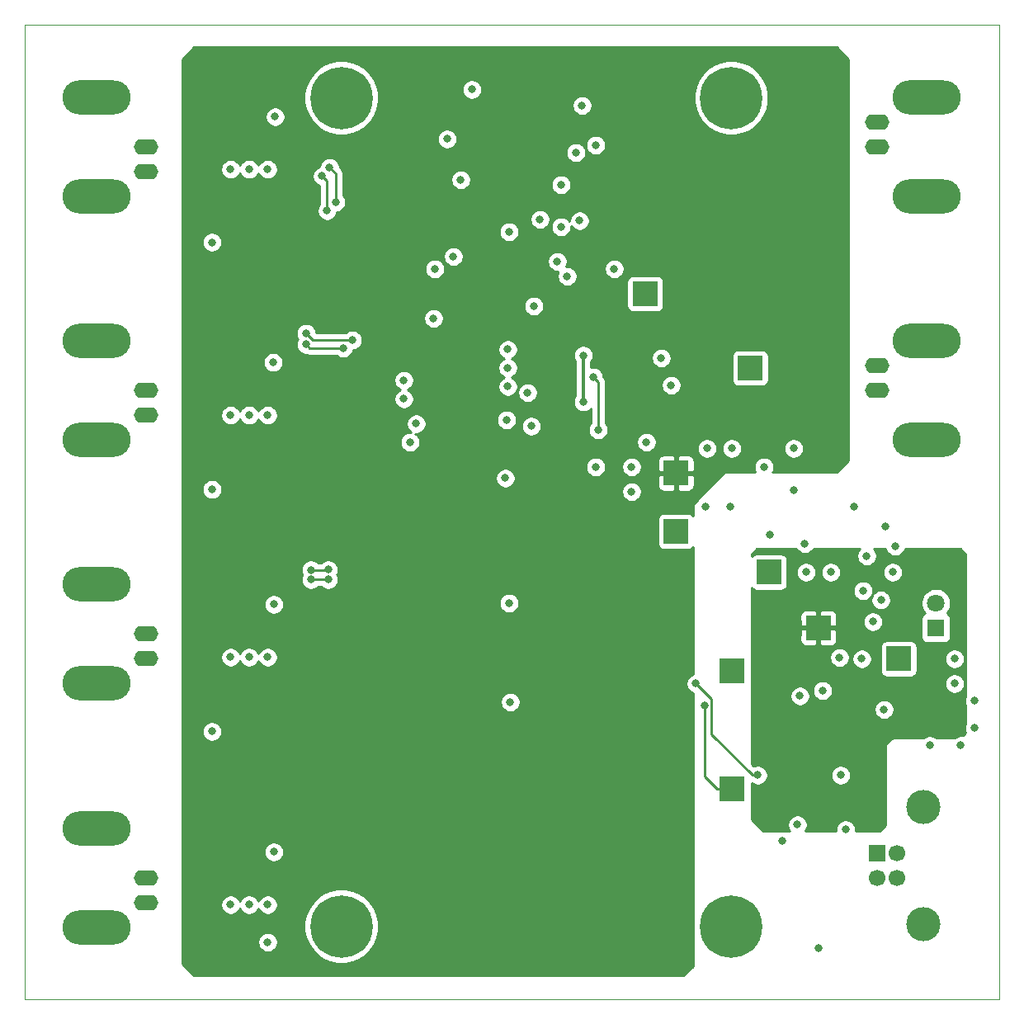
<source format=gbr>
%TF.GenerationSoftware,KiCad,Pcbnew,5.1.5*%
%TF.CreationDate,2020-04-14T20:04:17+02:00*%
%TF.ProjectId,daq_4ch_24bit,6461715f-3463-4685-9f32-346269742e6b,1.1.0*%
%TF.SameCoordinates,Original*%
%TF.FileFunction,Copper,L4,Bot*%
%TF.FilePolarity,Positive*%
%FSLAX46Y46*%
G04 Gerber Fmt 4.6, Leading zero omitted, Abs format (unit mm)*
G04 Created by KiCad (PCBNEW 5.1.5) date 2020-04-14 20:04:17*
%MOMM*%
%LPD*%
G04 APERTURE LIST*
%ADD10C,0.050000*%
%ADD11C,0.800000*%
%ADD12C,6.400000*%
%ADD13R,2.500000X2.500000*%
%ADD14C,1.800000*%
%ADD15R,1.800000X1.800000*%
%ADD16C,3.500000*%
%ADD17C,1.700000*%
%ADD18R,1.700000X1.700000*%
%ADD19O,2.500000X1.600000*%
%ADD20O,7.000000X3.500000*%
%ADD21C,0.350000*%
%ADD22C,0.250000*%
%ADD23C,0.254000*%
G04 APERTURE END LIST*
D10*
X150000000Y-57500000D02*
X150000000Y-157500000D01*
X50000000Y-157500000D02*
X50000000Y-57500000D01*
X50000000Y-157500000D02*
X150000000Y-157500000D01*
X50000000Y-57500000D02*
X150000000Y-57500000D01*
D11*
X124197056Y-63302944D03*
X122500000Y-62600000D03*
X120802944Y-63302944D03*
X120100000Y-65000000D03*
X120802944Y-66697056D03*
X122500000Y-67400000D03*
X124197056Y-66697056D03*
X124900000Y-65000000D03*
D12*
X122500000Y-65000000D03*
D11*
X84197056Y-63302944D03*
X82500000Y-62600000D03*
X80802944Y-63302944D03*
X80100000Y-65000000D03*
X80802944Y-66697056D03*
X82500000Y-67400000D03*
X84197056Y-66697056D03*
X84900000Y-65000000D03*
D12*
X82500000Y-65000000D03*
D11*
X124197056Y-148302944D03*
X122500000Y-147600000D03*
X120802944Y-148302944D03*
X120100000Y-150000000D03*
X120802944Y-151697056D03*
X122500000Y-152400000D03*
X124197056Y-151697056D03*
X124900000Y-150000000D03*
D12*
X122500000Y-150000000D03*
D11*
X84197056Y-148302944D03*
X82500000Y-147600000D03*
X80802944Y-148302944D03*
X80100000Y-150000000D03*
X80802944Y-151697056D03*
X82500000Y-152400000D03*
X84197056Y-151697056D03*
X84900000Y-150000000D03*
D12*
X82500000Y-150000000D03*
D13*
X113665000Y-85090000D03*
X116840000Y-109474000D03*
X116840000Y-103505000D03*
X126365000Y-113665000D03*
D14*
X143510000Y-116840000D03*
D15*
X143510000Y-119380000D03*
D16*
X142210000Y-149770000D03*
X142210000Y-137730000D03*
D17*
X139500000Y-142500000D03*
X139500000Y-145000000D03*
X137500000Y-145000000D03*
D18*
X137500000Y-142500000D03*
D13*
X122555000Y-123825000D03*
X122555000Y-135890000D03*
X131445000Y-119380000D03*
X124460000Y-92710000D03*
X139700000Y-122555000D03*
D19*
X137500000Y-92460000D03*
X137500000Y-95000000D03*
D20*
X142580000Y-100080000D03*
X142580000Y-89920000D03*
D19*
X137500000Y-67460000D03*
X137500000Y-70000000D03*
D20*
X142580000Y-75080000D03*
X142580000Y-64920000D03*
D19*
X62500000Y-72540000D03*
X62500000Y-70000000D03*
D20*
X57420000Y-64920000D03*
X57420000Y-75080000D03*
D19*
X62500000Y-97540000D03*
X62500000Y-95000000D03*
D20*
X57420000Y-89920000D03*
X57420000Y-100080000D03*
D19*
X62500000Y-147540000D03*
X62500000Y-145000000D03*
D20*
X57420000Y-139920000D03*
X57420000Y-150080000D03*
D19*
X62500000Y-122540000D03*
X62500000Y-120000000D03*
D20*
X57420000Y-114920000D03*
X57420000Y-125080000D03*
D11*
X106553000Y-70612000D03*
X99695000Y-116840000D03*
X99822000Y-127000000D03*
X75692000Y-66929000D03*
X75497500Y-92142500D03*
X75565000Y-116967000D03*
X75565000Y-142367000D03*
X107315000Y-96198001D03*
X107315000Y-91409998D03*
X112268000Y-102870000D03*
X112268000Y-105410000D03*
X113792000Y-100330000D03*
X106934000Y-77597000D03*
X96139000Y-70231000D03*
X92377500Y-99265500D03*
X75535500Y-90267500D03*
X75397502Y-115102500D03*
X75565000Y-140462000D03*
X105791000Y-98679000D03*
X105791000Y-93726000D03*
X75623135Y-65092865D03*
X109220000Y-85344000D03*
X142875000Y-131445000D03*
X146050000Y-131445000D03*
X147447000Y-129667000D03*
X138176000Y-127762000D03*
X138303000Y-108966000D03*
X135128000Y-106934000D03*
X130048000Y-110744000D03*
X130175000Y-113665000D03*
X132715000Y-113665000D03*
X136017000Y-115570000D03*
X137033000Y-118745000D03*
X135890000Y-122555000D03*
X133604000Y-122428000D03*
X129540000Y-126365000D03*
X131865000Y-125814000D03*
X134239000Y-140081000D03*
X127762000Y-141224000D03*
X129286000Y-139573000D03*
X69215000Y-79813000D03*
X71120000Y-72320000D03*
X73025000Y-72320000D03*
X74930000Y-72320000D03*
X69215000Y-105175000D03*
X71120000Y-97555000D03*
X73025000Y-97555000D03*
X74930000Y-97555000D03*
X71120000Y-147790000D03*
X73025000Y-147790000D03*
X74930000Y-147790000D03*
X69215000Y-130010000D03*
X71120000Y-122390000D03*
X73025000Y-122390000D03*
X74930000Y-122390000D03*
X95885000Y-64135000D03*
X93345000Y-69215000D03*
X94742000Y-73406000D03*
X107188000Y-65786000D03*
X108585000Y-69850000D03*
X105029000Y-73914000D03*
X93980000Y-81280000D03*
X92075000Y-82550000D03*
X105664000Y-83312000D03*
X99568000Y-90805000D03*
X99568000Y-92710000D03*
X99568000Y-94615000D03*
X120015000Y-100965000D03*
X122555000Y-100965000D03*
X125857000Y-102870000D03*
X128905000Y-100965000D03*
X122428000Y-106934000D03*
X119888000Y-106934000D03*
X126492000Y-109855000D03*
X133731000Y-134493000D03*
X131445000Y-152273000D03*
X101981000Y-98679000D03*
X145415000Y-122555000D03*
X145415000Y-125095000D03*
X147447000Y-126873000D03*
X99314000Y-104013000D03*
X91948000Y-87630000D03*
X136397988Y-112014000D03*
X139065000Y-113665000D03*
X99695000Y-78740000D03*
X101600000Y-95250000D03*
X74930000Y-151638000D03*
X110490000Y-82550000D03*
X105029000Y-78232000D03*
X102870000Y-77470000D03*
X102235000Y-86360000D03*
X139319000Y-110998000D03*
X137861000Y-116520000D03*
X128905000Y-105283000D03*
X90170000Y-98425000D03*
X89535000Y-100330000D03*
X88900000Y-95885000D03*
X88900000Y-93980000D03*
X99441000Y-98044000D03*
X115316000Y-91694000D03*
X116332000Y-94488000D03*
X104648000Y-81788000D03*
X142113000Y-112141000D03*
X127635000Y-123190000D03*
X134747000Y-128905000D03*
X131710000Y-137500000D03*
X108585000Y-102870000D03*
X125222000Y-134489066D03*
X118872000Y-125095000D03*
X119761000Y-127381000D03*
X79377156Y-113423762D03*
X81153000Y-113411000D03*
X81153000Y-114427000D03*
X79375000Y-114427000D03*
X83636073Y-89845931D03*
X78867000Y-89154000D03*
X82676998Y-90678000D03*
X78867000Y-90297000D03*
X81280000Y-72136000D03*
X81914992Y-75692000D03*
X81026000Y-76581000D03*
X80518000Y-73025000D03*
X108331000Y-93636000D03*
X108839000Y-99060000D03*
D21*
X99822000Y-116967000D02*
X99695000Y-116840000D01*
X107315000Y-96198001D02*
X107315000Y-91409998D01*
D22*
X120486001Y-126709001D02*
X119271999Y-125494999D01*
X120486001Y-130318752D02*
X120486001Y-126709001D01*
X124656315Y-134489066D02*
X120486001Y-130318752D01*
X125222000Y-134489066D02*
X124656315Y-134489066D01*
X119271999Y-125494999D02*
X118872000Y-125095000D01*
X121055000Y-135890000D02*
X122555000Y-135890000D01*
X119761000Y-134596000D02*
X121055000Y-135890000D01*
X119761000Y-127381000D02*
X119761000Y-134596000D01*
X81140238Y-113423762D02*
X81153000Y-113411000D01*
X79377156Y-113423762D02*
X81140238Y-113423762D01*
X81153000Y-114427000D02*
X79375000Y-114427000D01*
X83636073Y-89845931D02*
X79558931Y-89845931D01*
X79266999Y-89553999D02*
X78867000Y-89154000D01*
X79558931Y-89845931D02*
X79266999Y-89553999D01*
X79248000Y-90678000D02*
X78867000Y-90297000D01*
X82676998Y-90678000D02*
X79248000Y-90678000D01*
X81914992Y-72770992D02*
X81914992Y-75126315D01*
X81280000Y-72136000D02*
X81914992Y-72770992D01*
X81914992Y-75126315D02*
X81914992Y-75692000D01*
X80917999Y-73424999D02*
X80518000Y-73025000D01*
X81026000Y-76581000D02*
X81026000Y-73533000D01*
X81026000Y-73533000D02*
X80917999Y-73424999D01*
X108839000Y-94144000D02*
X108331000Y-93636000D01*
X108839000Y-99060000D02*
X108839000Y-94144000D01*
D23*
G36*
X129244063Y-111403774D02*
G01*
X129388226Y-111547937D01*
X129557744Y-111661205D01*
X129746102Y-111739226D01*
X129946061Y-111779000D01*
X130149939Y-111779000D01*
X130349898Y-111739226D01*
X130538256Y-111661205D01*
X130707774Y-111547937D01*
X130851937Y-111403774D01*
X130953349Y-111252000D01*
X135696277Y-111252000D01*
X135594051Y-111354226D01*
X135480783Y-111523744D01*
X135402762Y-111712102D01*
X135362988Y-111912061D01*
X135362988Y-112115939D01*
X135402762Y-112315898D01*
X135480783Y-112504256D01*
X135594051Y-112673774D01*
X135738214Y-112817937D01*
X135907732Y-112931205D01*
X136096090Y-113009226D01*
X136296049Y-113049000D01*
X136499927Y-113049000D01*
X136699886Y-113009226D01*
X136888244Y-112931205D01*
X137057762Y-112817937D01*
X137201925Y-112673774D01*
X137315193Y-112504256D01*
X137393214Y-112315898D01*
X137432988Y-112115939D01*
X137432988Y-111912061D01*
X137393214Y-111712102D01*
X137315193Y-111523744D01*
X137201925Y-111354226D01*
X137099699Y-111252000D01*
X138314247Y-111252000D01*
X138323774Y-111299898D01*
X138401795Y-111488256D01*
X138515063Y-111657774D01*
X138659226Y-111801937D01*
X138828744Y-111915205D01*
X139017102Y-111993226D01*
X139217061Y-112033000D01*
X139420939Y-112033000D01*
X139620898Y-111993226D01*
X139809256Y-111915205D01*
X139978774Y-111801937D01*
X140122937Y-111657774D01*
X140236205Y-111488256D01*
X140314226Y-111299898D01*
X140323753Y-111252000D01*
X145997394Y-111252000D01*
X146558000Y-111812606D01*
X146558000Y-126340532D01*
X146529795Y-126382744D01*
X146451774Y-126571102D01*
X146412000Y-126771061D01*
X146412000Y-126974939D01*
X146451774Y-127174898D01*
X146529795Y-127363256D01*
X146558000Y-127405468D01*
X146558000Y-129134532D01*
X146529795Y-129176744D01*
X146451774Y-129365102D01*
X146412000Y-129565061D01*
X146412000Y-129768939D01*
X146451774Y-129968898D01*
X146527845Y-130152549D01*
X146250741Y-130429653D01*
X146151939Y-130410000D01*
X145948061Y-130410000D01*
X145748102Y-130449774D01*
X145559744Y-130527795D01*
X145390226Y-130641063D01*
X145348289Y-130683000D01*
X143576711Y-130683000D01*
X143534774Y-130641063D01*
X143365256Y-130527795D01*
X143176898Y-130449774D01*
X142976939Y-130410000D01*
X142773061Y-130410000D01*
X142573102Y-130449774D01*
X142384744Y-130527795D01*
X142215226Y-130641063D01*
X142173289Y-130683000D01*
X139065000Y-130683000D01*
X139040224Y-130685440D01*
X139016399Y-130692667D01*
X138994443Y-130704403D01*
X138975197Y-130720197D01*
X138340197Y-131355197D01*
X138324403Y-131374443D01*
X138312667Y-131396399D01*
X138305440Y-131420224D01*
X138303000Y-131445000D01*
X138303000Y-139647394D01*
X137742394Y-140208000D01*
X135269015Y-140208000D01*
X135274000Y-140182939D01*
X135274000Y-139979061D01*
X135234226Y-139779102D01*
X135156205Y-139590744D01*
X135042937Y-139421226D01*
X134898774Y-139277063D01*
X134729256Y-139163795D01*
X134540898Y-139085774D01*
X134340939Y-139046000D01*
X134137061Y-139046000D01*
X133937102Y-139085774D01*
X133748744Y-139163795D01*
X133579226Y-139277063D01*
X133435063Y-139421226D01*
X133321795Y-139590744D01*
X133243774Y-139779102D01*
X133204000Y-139979061D01*
X133204000Y-140182939D01*
X133208985Y-140208000D01*
X130106490Y-140208000D01*
X130203205Y-140063256D01*
X130281226Y-139874898D01*
X130321000Y-139674939D01*
X130321000Y-139471061D01*
X130281226Y-139271102D01*
X130203205Y-139082744D01*
X130089937Y-138913226D01*
X129945774Y-138769063D01*
X129776256Y-138655795D01*
X129587898Y-138577774D01*
X129387939Y-138538000D01*
X129184061Y-138538000D01*
X128984102Y-138577774D01*
X128795744Y-138655795D01*
X128626226Y-138769063D01*
X128482063Y-138913226D01*
X128368795Y-139082744D01*
X128290774Y-139271102D01*
X128251000Y-139471061D01*
X128251000Y-139674939D01*
X128290774Y-139874898D01*
X128368795Y-140063256D01*
X128465510Y-140208000D01*
X127959459Y-140208000D01*
X127863939Y-140189000D01*
X127660061Y-140189000D01*
X127564541Y-140208000D01*
X125782606Y-140208000D01*
X124587000Y-139012394D01*
X124587000Y-135309556D01*
X124731744Y-135406271D01*
X124920102Y-135484292D01*
X125120061Y-135524066D01*
X125323939Y-135524066D01*
X125523898Y-135484292D01*
X125712256Y-135406271D01*
X125881774Y-135293003D01*
X126025937Y-135148840D01*
X126139205Y-134979322D01*
X126217226Y-134790964D01*
X126257000Y-134591005D01*
X126257000Y-134391061D01*
X132696000Y-134391061D01*
X132696000Y-134594939D01*
X132735774Y-134794898D01*
X132813795Y-134983256D01*
X132927063Y-135152774D01*
X133071226Y-135296937D01*
X133240744Y-135410205D01*
X133429102Y-135488226D01*
X133629061Y-135528000D01*
X133832939Y-135528000D01*
X134032898Y-135488226D01*
X134221256Y-135410205D01*
X134390774Y-135296937D01*
X134534937Y-135152774D01*
X134648205Y-134983256D01*
X134726226Y-134794898D01*
X134766000Y-134594939D01*
X134766000Y-134391061D01*
X134726226Y-134191102D01*
X134648205Y-134002744D01*
X134534937Y-133833226D01*
X134390774Y-133689063D01*
X134221256Y-133575795D01*
X134032898Y-133497774D01*
X133832939Y-133458000D01*
X133629061Y-133458000D01*
X133429102Y-133497774D01*
X133240744Y-133575795D01*
X133071226Y-133689063D01*
X132927063Y-133833226D01*
X132813795Y-134002744D01*
X132735774Y-134191102D01*
X132696000Y-134391061D01*
X126257000Y-134391061D01*
X126257000Y-134387127D01*
X126217226Y-134187168D01*
X126139205Y-133998810D01*
X126025937Y-133829292D01*
X125881774Y-133685129D01*
X125712256Y-133571861D01*
X125523898Y-133493840D01*
X125323939Y-133454066D01*
X125120061Y-133454066D01*
X124920102Y-133493840D01*
X124789845Y-133547794D01*
X124587000Y-133344949D01*
X124587000Y-127660061D01*
X137141000Y-127660061D01*
X137141000Y-127863939D01*
X137180774Y-128063898D01*
X137258795Y-128252256D01*
X137372063Y-128421774D01*
X137516226Y-128565937D01*
X137685744Y-128679205D01*
X137874102Y-128757226D01*
X138074061Y-128797000D01*
X138277939Y-128797000D01*
X138477898Y-128757226D01*
X138666256Y-128679205D01*
X138835774Y-128565937D01*
X138979937Y-128421774D01*
X139093205Y-128252256D01*
X139171226Y-128063898D01*
X139211000Y-127863939D01*
X139211000Y-127660061D01*
X139171226Y-127460102D01*
X139093205Y-127271744D01*
X138979937Y-127102226D01*
X138835774Y-126958063D01*
X138666256Y-126844795D01*
X138477898Y-126766774D01*
X138277939Y-126727000D01*
X138074061Y-126727000D01*
X137874102Y-126766774D01*
X137685744Y-126844795D01*
X137516226Y-126958063D01*
X137372063Y-127102226D01*
X137258795Y-127271744D01*
X137180774Y-127460102D01*
X137141000Y-127660061D01*
X124587000Y-127660061D01*
X124587000Y-126263061D01*
X128505000Y-126263061D01*
X128505000Y-126466939D01*
X128544774Y-126666898D01*
X128622795Y-126855256D01*
X128736063Y-127024774D01*
X128880226Y-127168937D01*
X129049744Y-127282205D01*
X129238102Y-127360226D01*
X129438061Y-127400000D01*
X129641939Y-127400000D01*
X129841898Y-127360226D01*
X130030256Y-127282205D01*
X130199774Y-127168937D01*
X130343937Y-127024774D01*
X130457205Y-126855256D01*
X130535226Y-126666898D01*
X130575000Y-126466939D01*
X130575000Y-126263061D01*
X130535226Y-126063102D01*
X130457205Y-125874744D01*
X130348504Y-125712061D01*
X130830000Y-125712061D01*
X130830000Y-125915939D01*
X130869774Y-126115898D01*
X130947795Y-126304256D01*
X131061063Y-126473774D01*
X131205226Y-126617937D01*
X131374744Y-126731205D01*
X131563102Y-126809226D01*
X131763061Y-126849000D01*
X131966939Y-126849000D01*
X132166898Y-126809226D01*
X132355256Y-126731205D01*
X132524774Y-126617937D01*
X132668937Y-126473774D01*
X132782205Y-126304256D01*
X132860226Y-126115898D01*
X132900000Y-125915939D01*
X132900000Y-125712061D01*
X132860226Y-125512102D01*
X132782205Y-125323744D01*
X132668937Y-125154226D01*
X132524774Y-125010063D01*
X132499329Y-124993061D01*
X144380000Y-124993061D01*
X144380000Y-125196939D01*
X144419774Y-125396898D01*
X144497795Y-125585256D01*
X144611063Y-125754774D01*
X144755226Y-125898937D01*
X144924744Y-126012205D01*
X145113102Y-126090226D01*
X145313061Y-126130000D01*
X145516939Y-126130000D01*
X145716898Y-126090226D01*
X145905256Y-126012205D01*
X146074774Y-125898937D01*
X146218937Y-125754774D01*
X146332205Y-125585256D01*
X146410226Y-125396898D01*
X146450000Y-125196939D01*
X146450000Y-124993061D01*
X146410226Y-124793102D01*
X146332205Y-124604744D01*
X146218937Y-124435226D01*
X146074774Y-124291063D01*
X145905256Y-124177795D01*
X145716898Y-124099774D01*
X145516939Y-124060000D01*
X145313061Y-124060000D01*
X145113102Y-124099774D01*
X144924744Y-124177795D01*
X144755226Y-124291063D01*
X144611063Y-124435226D01*
X144497795Y-124604744D01*
X144419774Y-124793102D01*
X144380000Y-124993061D01*
X132499329Y-124993061D01*
X132355256Y-124896795D01*
X132166898Y-124818774D01*
X131966939Y-124779000D01*
X131763061Y-124779000D01*
X131563102Y-124818774D01*
X131374744Y-124896795D01*
X131205226Y-125010063D01*
X131061063Y-125154226D01*
X130947795Y-125323744D01*
X130869774Y-125512102D01*
X130830000Y-125712061D01*
X130348504Y-125712061D01*
X130343937Y-125705226D01*
X130199774Y-125561063D01*
X130030256Y-125447795D01*
X129841898Y-125369774D01*
X129641939Y-125330000D01*
X129438061Y-125330000D01*
X129238102Y-125369774D01*
X129049744Y-125447795D01*
X128880226Y-125561063D01*
X128736063Y-125705226D01*
X128622795Y-125874744D01*
X128544774Y-126063102D01*
X128505000Y-126263061D01*
X124587000Y-126263061D01*
X124587000Y-122326061D01*
X132569000Y-122326061D01*
X132569000Y-122529939D01*
X132608774Y-122729898D01*
X132686795Y-122918256D01*
X132800063Y-123087774D01*
X132944226Y-123231937D01*
X133113744Y-123345205D01*
X133302102Y-123423226D01*
X133502061Y-123463000D01*
X133705939Y-123463000D01*
X133905898Y-123423226D01*
X134094256Y-123345205D01*
X134263774Y-123231937D01*
X134407937Y-123087774D01*
X134521205Y-122918256D01*
X134599226Y-122729898D01*
X134639000Y-122529939D01*
X134639000Y-122453061D01*
X134855000Y-122453061D01*
X134855000Y-122656939D01*
X134894774Y-122856898D01*
X134972795Y-123045256D01*
X135086063Y-123214774D01*
X135230226Y-123358937D01*
X135399744Y-123472205D01*
X135588102Y-123550226D01*
X135788061Y-123590000D01*
X135991939Y-123590000D01*
X136191898Y-123550226D01*
X136380256Y-123472205D01*
X136549774Y-123358937D01*
X136693937Y-123214774D01*
X136807205Y-123045256D01*
X136885226Y-122856898D01*
X136925000Y-122656939D01*
X136925000Y-122453061D01*
X136885226Y-122253102D01*
X136807205Y-122064744D01*
X136693937Y-121895226D01*
X136549774Y-121751063D01*
X136380256Y-121637795D01*
X136191898Y-121559774D01*
X135991939Y-121520000D01*
X135788061Y-121520000D01*
X135588102Y-121559774D01*
X135399744Y-121637795D01*
X135230226Y-121751063D01*
X135086063Y-121895226D01*
X134972795Y-122064744D01*
X134894774Y-122253102D01*
X134855000Y-122453061D01*
X134639000Y-122453061D01*
X134639000Y-122326061D01*
X134599226Y-122126102D01*
X134521205Y-121937744D01*
X134407937Y-121768226D01*
X134263774Y-121624063D01*
X134094256Y-121510795D01*
X133905898Y-121432774D01*
X133705939Y-121393000D01*
X133502061Y-121393000D01*
X133302102Y-121432774D01*
X133113744Y-121510795D01*
X132944226Y-121624063D01*
X132800063Y-121768226D01*
X132686795Y-121937744D01*
X132608774Y-122126102D01*
X132569000Y-122326061D01*
X124587000Y-122326061D01*
X124587000Y-121305000D01*
X137811928Y-121305000D01*
X137811928Y-123805000D01*
X137824188Y-123929482D01*
X137860498Y-124049180D01*
X137919463Y-124159494D01*
X137998815Y-124256185D01*
X138095506Y-124335537D01*
X138205820Y-124394502D01*
X138325518Y-124430812D01*
X138450000Y-124443072D01*
X140950000Y-124443072D01*
X141074482Y-124430812D01*
X141194180Y-124394502D01*
X141304494Y-124335537D01*
X141401185Y-124256185D01*
X141480537Y-124159494D01*
X141539502Y-124049180D01*
X141575812Y-123929482D01*
X141588072Y-123805000D01*
X141588072Y-122453061D01*
X144380000Y-122453061D01*
X144380000Y-122656939D01*
X144419774Y-122856898D01*
X144497795Y-123045256D01*
X144611063Y-123214774D01*
X144755226Y-123358937D01*
X144924744Y-123472205D01*
X145113102Y-123550226D01*
X145313061Y-123590000D01*
X145516939Y-123590000D01*
X145716898Y-123550226D01*
X145905256Y-123472205D01*
X146074774Y-123358937D01*
X146218937Y-123214774D01*
X146332205Y-123045256D01*
X146410226Y-122856898D01*
X146450000Y-122656939D01*
X146450000Y-122453061D01*
X146410226Y-122253102D01*
X146332205Y-122064744D01*
X146218937Y-121895226D01*
X146074774Y-121751063D01*
X145905256Y-121637795D01*
X145716898Y-121559774D01*
X145516939Y-121520000D01*
X145313061Y-121520000D01*
X145113102Y-121559774D01*
X144924744Y-121637795D01*
X144755226Y-121751063D01*
X144611063Y-121895226D01*
X144497795Y-122064744D01*
X144419774Y-122253102D01*
X144380000Y-122453061D01*
X141588072Y-122453061D01*
X141588072Y-121305000D01*
X141575812Y-121180518D01*
X141539502Y-121060820D01*
X141480537Y-120950506D01*
X141401185Y-120853815D01*
X141304494Y-120774463D01*
X141194180Y-120715498D01*
X141074482Y-120679188D01*
X140950000Y-120666928D01*
X138450000Y-120666928D01*
X138325518Y-120679188D01*
X138205820Y-120715498D01*
X138095506Y-120774463D01*
X137998815Y-120853815D01*
X137919463Y-120950506D01*
X137860498Y-121060820D01*
X137824188Y-121180518D01*
X137811928Y-121305000D01*
X124587000Y-121305000D01*
X124587000Y-120630000D01*
X129556928Y-120630000D01*
X129569188Y-120754482D01*
X129605498Y-120874180D01*
X129664463Y-120984494D01*
X129743815Y-121081185D01*
X129840506Y-121160537D01*
X129950820Y-121219502D01*
X130070518Y-121255812D01*
X130195000Y-121268072D01*
X131159250Y-121265000D01*
X131318000Y-121106250D01*
X131318000Y-119507000D01*
X131572000Y-119507000D01*
X131572000Y-121106250D01*
X131730750Y-121265000D01*
X132695000Y-121268072D01*
X132819482Y-121255812D01*
X132939180Y-121219502D01*
X133049494Y-121160537D01*
X133146185Y-121081185D01*
X133225537Y-120984494D01*
X133284502Y-120874180D01*
X133320812Y-120754482D01*
X133333072Y-120630000D01*
X133330000Y-119665750D01*
X133171250Y-119507000D01*
X131572000Y-119507000D01*
X131318000Y-119507000D01*
X129718750Y-119507000D01*
X129560000Y-119665750D01*
X129556928Y-120630000D01*
X124587000Y-120630000D01*
X124587000Y-118130000D01*
X129556928Y-118130000D01*
X129560000Y-119094250D01*
X129718750Y-119253000D01*
X131318000Y-119253000D01*
X131318000Y-117653750D01*
X131572000Y-117653750D01*
X131572000Y-119253000D01*
X133171250Y-119253000D01*
X133330000Y-119094250D01*
X133331437Y-118643061D01*
X135998000Y-118643061D01*
X135998000Y-118846939D01*
X136037774Y-119046898D01*
X136115795Y-119235256D01*
X136229063Y-119404774D01*
X136373226Y-119548937D01*
X136542744Y-119662205D01*
X136731102Y-119740226D01*
X136931061Y-119780000D01*
X137134939Y-119780000D01*
X137334898Y-119740226D01*
X137523256Y-119662205D01*
X137692774Y-119548937D01*
X137836937Y-119404774D01*
X137950205Y-119235256D01*
X138028226Y-119046898D01*
X138068000Y-118846939D01*
X138068000Y-118643061D01*
X138035566Y-118480000D01*
X141971928Y-118480000D01*
X141971928Y-120280000D01*
X141984188Y-120404482D01*
X142020498Y-120524180D01*
X142079463Y-120634494D01*
X142158815Y-120731185D01*
X142255506Y-120810537D01*
X142365820Y-120869502D01*
X142485518Y-120905812D01*
X142610000Y-120918072D01*
X144410000Y-120918072D01*
X144534482Y-120905812D01*
X144654180Y-120869502D01*
X144764494Y-120810537D01*
X144861185Y-120731185D01*
X144940537Y-120634494D01*
X144999502Y-120524180D01*
X145035812Y-120404482D01*
X145048072Y-120280000D01*
X145048072Y-118480000D01*
X145035812Y-118355518D01*
X144999502Y-118235820D01*
X144940537Y-118125506D01*
X144861185Y-118028815D01*
X144764494Y-117949463D01*
X144654180Y-117890498D01*
X144635873Y-117884944D01*
X144702312Y-117818505D01*
X144870299Y-117567095D01*
X144986011Y-117287743D01*
X145045000Y-116991184D01*
X145045000Y-116688816D01*
X144986011Y-116392257D01*
X144870299Y-116112905D01*
X144702312Y-115861495D01*
X144488505Y-115647688D01*
X144237095Y-115479701D01*
X143957743Y-115363989D01*
X143661184Y-115305000D01*
X143358816Y-115305000D01*
X143062257Y-115363989D01*
X142782905Y-115479701D01*
X142531495Y-115647688D01*
X142317688Y-115861495D01*
X142149701Y-116112905D01*
X142033989Y-116392257D01*
X141975000Y-116688816D01*
X141975000Y-116991184D01*
X142033989Y-117287743D01*
X142149701Y-117567095D01*
X142317688Y-117818505D01*
X142384127Y-117884944D01*
X142365820Y-117890498D01*
X142255506Y-117949463D01*
X142158815Y-118028815D01*
X142079463Y-118125506D01*
X142020498Y-118235820D01*
X141984188Y-118355518D01*
X141971928Y-118480000D01*
X138035566Y-118480000D01*
X138028226Y-118443102D01*
X137950205Y-118254744D01*
X137836937Y-118085226D01*
X137692774Y-117941063D01*
X137523256Y-117827795D01*
X137334898Y-117749774D01*
X137134939Y-117710000D01*
X136931061Y-117710000D01*
X136731102Y-117749774D01*
X136542744Y-117827795D01*
X136373226Y-117941063D01*
X136229063Y-118085226D01*
X136115795Y-118254744D01*
X136037774Y-118443102D01*
X135998000Y-118643061D01*
X133331437Y-118643061D01*
X133333072Y-118130000D01*
X133320812Y-118005518D01*
X133284502Y-117885820D01*
X133225537Y-117775506D01*
X133146185Y-117678815D01*
X133049494Y-117599463D01*
X132939180Y-117540498D01*
X132819482Y-117504188D01*
X132695000Y-117491928D01*
X131730750Y-117495000D01*
X131572000Y-117653750D01*
X131318000Y-117653750D01*
X131159250Y-117495000D01*
X130195000Y-117491928D01*
X130070518Y-117504188D01*
X129950820Y-117540498D01*
X129840506Y-117599463D01*
X129743815Y-117678815D01*
X129664463Y-117775506D01*
X129605498Y-117885820D01*
X129569188Y-118005518D01*
X129556928Y-118130000D01*
X124587000Y-118130000D01*
X124587000Y-115272585D01*
X124663815Y-115366185D01*
X124760506Y-115445537D01*
X124870820Y-115504502D01*
X124990518Y-115540812D01*
X125115000Y-115553072D01*
X127615000Y-115553072D01*
X127739482Y-115540812D01*
X127859180Y-115504502D01*
X127927355Y-115468061D01*
X134982000Y-115468061D01*
X134982000Y-115671939D01*
X135021774Y-115871898D01*
X135099795Y-116060256D01*
X135213063Y-116229774D01*
X135357226Y-116373937D01*
X135526744Y-116487205D01*
X135715102Y-116565226D01*
X135915061Y-116605000D01*
X136118939Y-116605000D01*
X136318898Y-116565226D01*
X136507256Y-116487205D01*
X136676774Y-116373937D01*
X136820937Y-116229774D01*
X136926184Y-116072260D01*
X136865774Y-116218102D01*
X136826000Y-116418061D01*
X136826000Y-116621939D01*
X136865774Y-116821898D01*
X136943795Y-117010256D01*
X137057063Y-117179774D01*
X137201226Y-117323937D01*
X137370744Y-117437205D01*
X137559102Y-117515226D01*
X137759061Y-117555000D01*
X137962939Y-117555000D01*
X138162898Y-117515226D01*
X138351256Y-117437205D01*
X138520774Y-117323937D01*
X138664937Y-117179774D01*
X138778205Y-117010256D01*
X138856226Y-116821898D01*
X138896000Y-116621939D01*
X138896000Y-116418061D01*
X138856226Y-116218102D01*
X138778205Y-116029744D01*
X138664937Y-115860226D01*
X138520774Y-115716063D01*
X138351256Y-115602795D01*
X138162898Y-115524774D01*
X137962939Y-115485000D01*
X137759061Y-115485000D01*
X137559102Y-115524774D01*
X137370744Y-115602795D01*
X137201226Y-115716063D01*
X137057063Y-115860226D01*
X136951816Y-116017740D01*
X137012226Y-115871898D01*
X137052000Y-115671939D01*
X137052000Y-115468061D01*
X137012226Y-115268102D01*
X136934205Y-115079744D01*
X136820937Y-114910226D01*
X136676774Y-114766063D01*
X136507256Y-114652795D01*
X136318898Y-114574774D01*
X136118939Y-114535000D01*
X135915061Y-114535000D01*
X135715102Y-114574774D01*
X135526744Y-114652795D01*
X135357226Y-114766063D01*
X135213063Y-114910226D01*
X135099795Y-115079744D01*
X135021774Y-115268102D01*
X134982000Y-115468061D01*
X127927355Y-115468061D01*
X127969494Y-115445537D01*
X128066185Y-115366185D01*
X128145537Y-115269494D01*
X128204502Y-115159180D01*
X128240812Y-115039482D01*
X128253072Y-114915000D01*
X128253072Y-113563061D01*
X129140000Y-113563061D01*
X129140000Y-113766939D01*
X129179774Y-113966898D01*
X129257795Y-114155256D01*
X129371063Y-114324774D01*
X129515226Y-114468937D01*
X129684744Y-114582205D01*
X129873102Y-114660226D01*
X130073061Y-114700000D01*
X130276939Y-114700000D01*
X130476898Y-114660226D01*
X130665256Y-114582205D01*
X130834774Y-114468937D01*
X130978937Y-114324774D01*
X131092205Y-114155256D01*
X131170226Y-113966898D01*
X131210000Y-113766939D01*
X131210000Y-113563061D01*
X131680000Y-113563061D01*
X131680000Y-113766939D01*
X131719774Y-113966898D01*
X131797795Y-114155256D01*
X131911063Y-114324774D01*
X132055226Y-114468937D01*
X132224744Y-114582205D01*
X132413102Y-114660226D01*
X132613061Y-114700000D01*
X132816939Y-114700000D01*
X133016898Y-114660226D01*
X133205256Y-114582205D01*
X133374774Y-114468937D01*
X133518937Y-114324774D01*
X133632205Y-114155256D01*
X133710226Y-113966898D01*
X133750000Y-113766939D01*
X133750000Y-113563061D01*
X138030000Y-113563061D01*
X138030000Y-113766939D01*
X138069774Y-113966898D01*
X138147795Y-114155256D01*
X138261063Y-114324774D01*
X138405226Y-114468937D01*
X138574744Y-114582205D01*
X138763102Y-114660226D01*
X138963061Y-114700000D01*
X139166939Y-114700000D01*
X139366898Y-114660226D01*
X139555256Y-114582205D01*
X139724774Y-114468937D01*
X139868937Y-114324774D01*
X139982205Y-114155256D01*
X140060226Y-113966898D01*
X140100000Y-113766939D01*
X140100000Y-113563061D01*
X140060226Y-113363102D01*
X139982205Y-113174744D01*
X139868937Y-113005226D01*
X139724774Y-112861063D01*
X139555256Y-112747795D01*
X139366898Y-112669774D01*
X139166939Y-112630000D01*
X138963061Y-112630000D01*
X138763102Y-112669774D01*
X138574744Y-112747795D01*
X138405226Y-112861063D01*
X138261063Y-113005226D01*
X138147795Y-113174744D01*
X138069774Y-113363102D01*
X138030000Y-113563061D01*
X133750000Y-113563061D01*
X133710226Y-113363102D01*
X133632205Y-113174744D01*
X133518937Y-113005226D01*
X133374774Y-112861063D01*
X133205256Y-112747795D01*
X133016898Y-112669774D01*
X132816939Y-112630000D01*
X132613061Y-112630000D01*
X132413102Y-112669774D01*
X132224744Y-112747795D01*
X132055226Y-112861063D01*
X131911063Y-113005226D01*
X131797795Y-113174744D01*
X131719774Y-113363102D01*
X131680000Y-113563061D01*
X131210000Y-113563061D01*
X131170226Y-113363102D01*
X131092205Y-113174744D01*
X130978937Y-113005226D01*
X130834774Y-112861063D01*
X130665256Y-112747795D01*
X130476898Y-112669774D01*
X130276939Y-112630000D01*
X130073061Y-112630000D01*
X129873102Y-112669774D01*
X129684744Y-112747795D01*
X129515226Y-112861063D01*
X129371063Y-113005226D01*
X129257795Y-113174744D01*
X129179774Y-113363102D01*
X129140000Y-113563061D01*
X128253072Y-113563061D01*
X128253072Y-112415000D01*
X128240812Y-112290518D01*
X128204502Y-112170820D01*
X128145537Y-112060506D01*
X128066185Y-111963815D01*
X127969494Y-111884463D01*
X127859180Y-111825498D01*
X127739482Y-111789188D01*
X127615000Y-111776928D01*
X125115000Y-111776928D01*
X124990518Y-111789188D01*
X124870820Y-111825498D01*
X124760506Y-111884463D01*
X124663815Y-111963815D01*
X124587000Y-112057415D01*
X124587000Y-111812606D01*
X125147606Y-111252000D01*
X129142651Y-111252000D01*
X129244063Y-111403774D01*
G37*
X129244063Y-111403774D02*
X129388226Y-111547937D01*
X129557744Y-111661205D01*
X129746102Y-111739226D01*
X129946061Y-111779000D01*
X130149939Y-111779000D01*
X130349898Y-111739226D01*
X130538256Y-111661205D01*
X130707774Y-111547937D01*
X130851937Y-111403774D01*
X130953349Y-111252000D01*
X135696277Y-111252000D01*
X135594051Y-111354226D01*
X135480783Y-111523744D01*
X135402762Y-111712102D01*
X135362988Y-111912061D01*
X135362988Y-112115939D01*
X135402762Y-112315898D01*
X135480783Y-112504256D01*
X135594051Y-112673774D01*
X135738214Y-112817937D01*
X135907732Y-112931205D01*
X136096090Y-113009226D01*
X136296049Y-113049000D01*
X136499927Y-113049000D01*
X136699886Y-113009226D01*
X136888244Y-112931205D01*
X137057762Y-112817937D01*
X137201925Y-112673774D01*
X137315193Y-112504256D01*
X137393214Y-112315898D01*
X137432988Y-112115939D01*
X137432988Y-111912061D01*
X137393214Y-111712102D01*
X137315193Y-111523744D01*
X137201925Y-111354226D01*
X137099699Y-111252000D01*
X138314247Y-111252000D01*
X138323774Y-111299898D01*
X138401795Y-111488256D01*
X138515063Y-111657774D01*
X138659226Y-111801937D01*
X138828744Y-111915205D01*
X139017102Y-111993226D01*
X139217061Y-112033000D01*
X139420939Y-112033000D01*
X139620898Y-111993226D01*
X139809256Y-111915205D01*
X139978774Y-111801937D01*
X140122937Y-111657774D01*
X140236205Y-111488256D01*
X140314226Y-111299898D01*
X140323753Y-111252000D01*
X145997394Y-111252000D01*
X146558000Y-111812606D01*
X146558000Y-126340532D01*
X146529795Y-126382744D01*
X146451774Y-126571102D01*
X146412000Y-126771061D01*
X146412000Y-126974939D01*
X146451774Y-127174898D01*
X146529795Y-127363256D01*
X146558000Y-127405468D01*
X146558000Y-129134532D01*
X146529795Y-129176744D01*
X146451774Y-129365102D01*
X146412000Y-129565061D01*
X146412000Y-129768939D01*
X146451774Y-129968898D01*
X146527845Y-130152549D01*
X146250741Y-130429653D01*
X146151939Y-130410000D01*
X145948061Y-130410000D01*
X145748102Y-130449774D01*
X145559744Y-130527795D01*
X145390226Y-130641063D01*
X145348289Y-130683000D01*
X143576711Y-130683000D01*
X143534774Y-130641063D01*
X143365256Y-130527795D01*
X143176898Y-130449774D01*
X142976939Y-130410000D01*
X142773061Y-130410000D01*
X142573102Y-130449774D01*
X142384744Y-130527795D01*
X142215226Y-130641063D01*
X142173289Y-130683000D01*
X139065000Y-130683000D01*
X139040224Y-130685440D01*
X139016399Y-130692667D01*
X138994443Y-130704403D01*
X138975197Y-130720197D01*
X138340197Y-131355197D01*
X138324403Y-131374443D01*
X138312667Y-131396399D01*
X138305440Y-131420224D01*
X138303000Y-131445000D01*
X138303000Y-139647394D01*
X137742394Y-140208000D01*
X135269015Y-140208000D01*
X135274000Y-140182939D01*
X135274000Y-139979061D01*
X135234226Y-139779102D01*
X135156205Y-139590744D01*
X135042937Y-139421226D01*
X134898774Y-139277063D01*
X134729256Y-139163795D01*
X134540898Y-139085774D01*
X134340939Y-139046000D01*
X134137061Y-139046000D01*
X133937102Y-139085774D01*
X133748744Y-139163795D01*
X133579226Y-139277063D01*
X133435063Y-139421226D01*
X133321795Y-139590744D01*
X133243774Y-139779102D01*
X133204000Y-139979061D01*
X133204000Y-140182939D01*
X133208985Y-140208000D01*
X130106490Y-140208000D01*
X130203205Y-140063256D01*
X130281226Y-139874898D01*
X130321000Y-139674939D01*
X130321000Y-139471061D01*
X130281226Y-139271102D01*
X130203205Y-139082744D01*
X130089937Y-138913226D01*
X129945774Y-138769063D01*
X129776256Y-138655795D01*
X129587898Y-138577774D01*
X129387939Y-138538000D01*
X129184061Y-138538000D01*
X128984102Y-138577774D01*
X128795744Y-138655795D01*
X128626226Y-138769063D01*
X128482063Y-138913226D01*
X128368795Y-139082744D01*
X128290774Y-139271102D01*
X128251000Y-139471061D01*
X128251000Y-139674939D01*
X128290774Y-139874898D01*
X128368795Y-140063256D01*
X128465510Y-140208000D01*
X127959459Y-140208000D01*
X127863939Y-140189000D01*
X127660061Y-140189000D01*
X127564541Y-140208000D01*
X125782606Y-140208000D01*
X124587000Y-139012394D01*
X124587000Y-135309556D01*
X124731744Y-135406271D01*
X124920102Y-135484292D01*
X125120061Y-135524066D01*
X125323939Y-135524066D01*
X125523898Y-135484292D01*
X125712256Y-135406271D01*
X125881774Y-135293003D01*
X126025937Y-135148840D01*
X126139205Y-134979322D01*
X126217226Y-134790964D01*
X126257000Y-134591005D01*
X126257000Y-134391061D01*
X132696000Y-134391061D01*
X132696000Y-134594939D01*
X132735774Y-134794898D01*
X132813795Y-134983256D01*
X132927063Y-135152774D01*
X133071226Y-135296937D01*
X133240744Y-135410205D01*
X133429102Y-135488226D01*
X133629061Y-135528000D01*
X133832939Y-135528000D01*
X134032898Y-135488226D01*
X134221256Y-135410205D01*
X134390774Y-135296937D01*
X134534937Y-135152774D01*
X134648205Y-134983256D01*
X134726226Y-134794898D01*
X134766000Y-134594939D01*
X134766000Y-134391061D01*
X134726226Y-134191102D01*
X134648205Y-134002744D01*
X134534937Y-133833226D01*
X134390774Y-133689063D01*
X134221256Y-133575795D01*
X134032898Y-133497774D01*
X133832939Y-133458000D01*
X133629061Y-133458000D01*
X133429102Y-133497774D01*
X133240744Y-133575795D01*
X133071226Y-133689063D01*
X132927063Y-133833226D01*
X132813795Y-134002744D01*
X132735774Y-134191102D01*
X132696000Y-134391061D01*
X126257000Y-134391061D01*
X126257000Y-134387127D01*
X126217226Y-134187168D01*
X126139205Y-133998810D01*
X126025937Y-133829292D01*
X125881774Y-133685129D01*
X125712256Y-133571861D01*
X125523898Y-133493840D01*
X125323939Y-133454066D01*
X125120061Y-133454066D01*
X124920102Y-133493840D01*
X124789845Y-133547794D01*
X124587000Y-133344949D01*
X124587000Y-127660061D01*
X137141000Y-127660061D01*
X137141000Y-127863939D01*
X137180774Y-128063898D01*
X137258795Y-128252256D01*
X137372063Y-128421774D01*
X137516226Y-128565937D01*
X137685744Y-128679205D01*
X137874102Y-128757226D01*
X138074061Y-128797000D01*
X138277939Y-128797000D01*
X138477898Y-128757226D01*
X138666256Y-128679205D01*
X138835774Y-128565937D01*
X138979937Y-128421774D01*
X139093205Y-128252256D01*
X139171226Y-128063898D01*
X139211000Y-127863939D01*
X139211000Y-127660061D01*
X139171226Y-127460102D01*
X139093205Y-127271744D01*
X138979937Y-127102226D01*
X138835774Y-126958063D01*
X138666256Y-126844795D01*
X138477898Y-126766774D01*
X138277939Y-126727000D01*
X138074061Y-126727000D01*
X137874102Y-126766774D01*
X137685744Y-126844795D01*
X137516226Y-126958063D01*
X137372063Y-127102226D01*
X137258795Y-127271744D01*
X137180774Y-127460102D01*
X137141000Y-127660061D01*
X124587000Y-127660061D01*
X124587000Y-126263061D01*
X128505000Y-126263061D01*
X128505000Y-126466939D01*
X128544774Y-126666898D01*
X128622795Y-126855256D01*
X128736063Y-127024774D01*
X128880226Y-127168937D01*
X129049744Y-127282205D01*
X129238102Y-127360226D01*
X129438061Y-127400000D01*
X129641939Y-127400000D01*
X129841898Y-127360226D01*
X130030256Y-127282205D01*
X130199774Y-127168937D01*
X130343937Y-127024774D01*
X130457205Y-126855256D01*
X130535226Y-126666898D01*
X130575000Y-126466939D01*
X130575000Y-126263061D01*
X130535226Y-126063102D01*
X130457205Y-125874744D01*
X130348504Y-125712061D01*
X130830000Y-125712061D01*
X130830000Y-125915939D01*
X130869774Y-126115898D01*
X130947795Y-126304256D01*
X131061063Y-126473774D01*
X131205226Y-126617937D01*
X131374744Y-126731205D01*
X131563102Y-126809226D01*
X131763061Y-126849000D01*
X131966939Y-126849000D01*
X132166898Y-126809226D01*
X132355256Y-126731205D01*
X132524774Y-126617937D01*
X132668937Y-126473774D01*
X132782205Y-126304256D01*
X132860226Y-126115898D01*
X132900000Y-125915939D01*
X132900000Y-125712061D01*
X132860226Y-125512102D01*
X132782205Y-125323744D01*
X132668937Y-125154226D01*
X132524774Y-125010063D01*
X132499329Y-124993061D01*
X144380000Y-124993061D01*
X144380000Y-125196939D01*
X144419774Y-125396898D01*
X144497795Y-125585256D01*
X144611063Y-125754774D01*
X144755226Y-125898937D01*
X144924744Y-126012205D01*
X145113102Y-126090226D01*
X145313061Y-126130000D01*
X145516939Y-126130000D01*
X145716898Y-126090226D01*
X145905256Y-126012205D01*
X146074774Y-125898937D01*
X146218937Y-125754774D01*
X146332205Y-125585256D01*
X146410226Y-125396898D01*
X146450000Y-125196939D01*
X146450000Y-124993061D01*
X146410226Y-124793102D01*
X146332205Y-124604744D01*
X146218937Y-124435226D01*
X146074774Y-124291063D01*
X145905256Y-124177795D01*
X145716898Y-124099774D01*
X145516939Y-124060000D01*
X145313061Y-124060000D01*
X145113102Y-124099774D01*
X144924744Y-124177795D01*
X144755226Y-124291063D01*
X144611063Y-124435226D01*
X144497795Y-124604744D01*
X144419774Y-124793102D01*
X144380000Y-124993061D01*
X132499329Y-124993061D01*
X132355256Y-124896795D01*
X132166898Y-124818774D01*
X131966939Y-124779000D01*
X131763061Y-124779000D01*
X131563102Y-124818774D01*
X131374744Y-124896795D01*
X131205226Y-125010063D01*
X131061063Y-125154226D01*
X130947795Y-125323744D01*
X130869774Y-125512102D01*
X130830000Y-125712061D01*
X130348504Y-125712061D01*
X130343937Y-125705226D01*
X130199774Y-125561063D01*
X130030256Y-125447795D01*
X129841898Y-125369774D01*
X129641939Y-125330000D01*
X129438061Y-125330000D01*
X129238102Y-125369774D01*
X129049744Y-125447795D01*
X128880226Y-125561063D01*
X128736063Y-125705226D01*
X128622795Y-125874744D01*
X128544774Y-126063102D01*
X128505000Y-126263061D01*
X124587000Y-126263061D01*
X124587000Y-122326061D01*
X132569000Y-122326061D01*
X132569000Y-122529939D01*
X132608774Y-122729898D01*
X132686795Y-122918256D01*
X132800063Y-123087774D01*
X132944226Y-123231937D01*
X133113744Y-123345205D01*
X133302102Y-123423226D01*
X133502061Y-123463000D01*
X133705939Y-123463000D01*
X133905898Y-123423226D01*
X134094256Y-123345205D01*
X134263774Y-123231937D01*
X134407937Y-123087774D01*
X134521205Y-122918256D01*
X134599226Y-122729898D01*
X134639000Y-122529939D01*
X134639000Y-122453061D01*
X134855000Y-122453061D01*
X134855000Y-122656939D01*
X134894774Y-122856898D01*
X134972795Y-123045256D01*
X135086063Y-123214774D01*
X135230226Y-123358937D01*
X135399744Y-123472205D01*
X135588102Y-123550226D01*
X135788061Y-123590000D01*
X135991939Y-123590000D01*
X136191898Y-123550226D01*
X136380256Y-123472205D01*
X136549774Y-123358937D01*
X136693937Y-123214774D01*
X136807205Y-123045256D01*
X136885226Y-122856898D01*
X136925000Y-122656939D01*
X136925000Y-122453061D01*
X136885226Y-122253102D01*
X136807205Y-122064744D01*
X136693937Y-121895226D01*
X136549774Y-121751063D01*
X136380256Y-121637795D01*
X136191898Y-121559774D01*
X135991939Y-121520000D01*
X135788061Y-121520000D01*
X135588102Y-121559774D01*
X135399744Y-121637795D01*
X135230226Y-121751063D01*
X135086063Y-121895226D01*
X134972795Y-122064744D01*
X134894774Y-122253102D01*
X134855000Y-122453061D01*
X134639000Y-122453061D01*
X134639000Y-122326061D01*
X134599226Y-122126102D01*
X134521205Y-121937744D01*
X134407937Y-121768226D01*
X134263774Y-121624063D01*
X134094256Y-121510795D01*
X133905898Y-121432774D01*
X133705939Y-121393000D01*
X133502061Y-121393000D01*
X133302102Y-121432774D01*
X133113744Y-121510795D01*
X132944226Y-121624063D01*
X132800063Y-121768226D01*
X132686795Y-121937744D01*
X132608774Y-122126102D01*
X132569000Y-122326061D01*
X124587000Y-122326061D01*
X124587000Y-121305000D01*
X137811928Y-121305000D01*
X137811928Y-123805000D01*
X137824188Y-123929482D01*
X137860498Y-124049180D01*
X137919463Y-124159494D01*
X137998815Y-124256185D01*
X138095506Y-124335537D01*
X138205820Y-124394502D01*
X138325518Y-124430812D01*
X138450000Y-124443072D01*
X140950000Y-124443072D01*
X141074482Y-124430812D01*
X141194180Y-124394502D01*
X141304494Y-124335537D01*
X141401185Y-124256185D01*
X141480537Y-124159494D01*
X141539502Y-124049180D01*
X141575812Y-123929482D01*
X141588072Y-123805000D01*
X141588072Y-122453061D01*
X144380000Y-122453061D01*
X144380000Y-122656939D01*
X144419774Y-122856898D01*
X144497795Y-123045256D01*
X144611063Y-123214774D01*
X144755226Y-123358937D01*
X144924744Y-123472205D01*
X145113102Y-123550226D01*
X145313061Y-123590000D01*
X145516939Y-123590000D01*
X145716898Y-123550226D01*
X145905256Y-123472205D01*
X146074774Y-123358937D01*
X146218937Y-123214774D01*
X146332205Y-123045256D01*
X146410226Y-122856898D01*
X146450000Y-122656939D01*
X146450000Y-122453061D01*
X146410226Y-122253102D01*
X146332205Y-122064744D01*
X146218937Y-121895226D01*
X146074774Y-121751063D01*
X145905256Y-121637795D01*
X145716898Y-121559774D01*
X145516939Y-121520000D01*
X145313061Y-121520000D01*
X145113102Y-121559774D01*
X144924744Y-121637795D01*
X144755226Y-121751063D01*
X144611063Y-121895226D01*
X144497795Y-122064744D01*
X144419774Y-122253102D01*
X144380000Y-122453061D01*
X141588072Y-122453061D01*
X141588072Y-121305000D01*
X141575812Y-121180518D01*
X141539502Y-121060820D01*
X141480537Y-120950506D01*
X141401185Y-120853815D01*
X141304494Y-120774463D01*
X141194180Y-120715498D01*
X141074482Y-120679188D01*
X140950000Y-120666928D01*
X138450000Y-120666928D01*
X138325518Y-120679188D01*
X138205820Y-120715498D01*
X138095506Y-120774463D01*
X137998815Y-120853815D01*
X137919463Y-120950506D01*
X137860498Y-121060820D01*
X137824188Y-121180518D01*
X137811928Y-121305000D01*
X124587000Y-121305000D01*
X124587000Y-120630000D01*
X129556928Y-120630000D01*
X129569188Y-120754482D01*
X129605498Y-120874180D01*
X129664463Y-120984494D01*
X129743815Y-121081185D01*
X129840506Y-121160537D01*
X129950820Y-121219502D01*
X130070518Y-121255812D01*
X130195000Y-121268072D01*
X131159250Y-121265000D01*
X131318000Y-121106250D01*
X131318000Y-119507000D01*
X131572000Y-119507000D01*
X131572000Y-121106250D01*
X131730750Y-121265000D01*
X132695000Y-121268072D01*
X132819482Y-121255812D01*
X132939180Y-121219502D01*
X133049494Y-121160537D01*
X133146185Y-121081185D01*
X133225537Y-120984494D01*
X133284502Y-120874180D01*
X133320812Y-120754482D01*
X133333072Y-120630000D01*
X133330000Y-119665750D01*
X133171250Y-119507000D01*
X131572000Y-119507000D01*
X131318000Y-119507000D01*
X129718750Y-119507000D01*
X129560000Y-119665750D01*
X129556928Y-120630000D01*
X124587000Y-120630000D01*
X124587000Y-118130000D01*
X129556928Y-118130000D01*
X129560000Y-119094250D01*
X129718750Y-119253000D01*
X131318000Y-119253000D01*
X131318000Y-117653750D01*
X131572000Y-117653750D01*
X131572000Y-119253000D01*
X133171250Y-119253000D01*
X133330000Y-119094250D01*
X133331437Y-118643061D01*
X135998000Y-118643061D01*
X135998000Y-118846939D01*
X136037774Y-119046898D01*
X136115795Y-119235256D01*
X136229063Y-119404774D01*
X136373226Y-119548937D01*
X136542744Y-119662205D01*
X136731102Y-119740226D01*
X136931061Y-119780000D01*
X137134939Y-119780000D01*
X137334898Y-119740226D01*
X137523256Y-119662205D01*
X137692774Y-119548937D01*
X137836937Y-119404774D01*
X137950205Y-119235256D01*
X138028226Y-119046898D01*
X138068000Y-118846939D01*
X138068000Y-118643061D01*
X138035566Y-118480000D01*
X141971928Y-118480000D01*
X141971928Y-120280000D01*
X141984188Y-120404482D01*
X142020498Y-120524180D01*
X142079463Y-120634494D01*
X142158815Y-120731185D01*
X142255506Y-120810537D01*
X142365820Y-120869502D01*
X142485518Y-120905812D01*
X142610000Y-120918072D01*
X144410000Y-120918072D01*
X144534482Y-120905812D01*
X144654180Y-120869502D01*
X144764494Y-120810537D01*
X144861185Y-120731185D01*
X144940537Y-120634494D01*
X144999502Y-120524180D01*
X145035812Y-120404482D01*
X145048072Y-120280000D01*
X145048072Y-118480000D01*
X145035812Y-118355518D01*
X144999502Y-118235820D01*
X144940537Y-118125506D01*
X144861185Y-118028815D01*
X144764494Y-117949463D01*
X144654180Y-117890498D01*
X144635873Y-117884944D01*
X144702312Y-117818505D01*
X144870299Y-117567095D01*
X144986011Y-117287743D01*
X145045000Y-116991184D01*
X145045000Y-116688816D01*
X144986011Y-116392257D01*
X144870299Y-116112905D01*
X144702312Y-115861495D01*
X144488505Y-115647688D01*
X144237095Y-115479701D01*
X143957743Y-115363989D01*
X143661184Y-115305000D01*
X143358816Y-115305000D01*
X143062257Y-115363989D01*
X142782905Y-115479701D01*
X142531495Y-115647688D01*
X142317688Y-115861495D01*
X142149701Y-116112905D01*
X142033989Y-116392257D01*
X141975000Y-116688816D01*
X141975000Y-116991184D01*
X142033989Y-117287743D01*
X142149701Y-117567095D01*
X142317688Y-117818505D01*
X142384127Y-117884944D01*
X142365820Y-117890498D01*
X142255506Y-117949463D01*
X142158815Y-118028815D01*
X142079463Y-118125506D01*
X142020498Y-118235820D01*
X141984188Y-118355518D01*
X141971928Y-118480000D01*
X138035566Y-118480000D01*
X138028226Y-118443102D01*
X137950205Y-118254744D01*
X137836937Y-118085226D01*
X137692774Y-117941063D01*
X137523256Y-117827795D01*
X137334898Y-117749774D01*
X137134939Y-117710000D01*
X136931061Y-117710000D01*
X136731102Y-117749774D01*
X136542744Y-117827795D01*
X136373226Y-117941063D01*
X136229063Y-118085226D01*
X136115795Y-118254744D01*
X136037774Y-118443102D01*
X135998000Y-118643061D01*
X133331437Y-118643061D01*
X133333072Y-118130000D01*
X133320812Y-118005518D01*
X133284502Y-117885820D01*
X133225537Y-117775506D01*
X133146185Y-117678815D01*
X133049494Y-117599463D01*
X132939180Y-117540498D01*
X132819482Y-117504188D01*
X132695000Y-117491928D01*
X131730750Y-117495000D01*
X131572000Y-117653750D01*
X131318000Y-117653750D01*
X131159250Y-117495000D01*
X130195000Y-117491928D01*
X130070518Y-117504188D01*
X129950820Y-117540498D01*
X129840506Y-117599463D01*
X129743815Y-117678815D01*
X129664463Y-117775506D01*
X129605498Y-117885820D01*
X129569188Y-118005518D01*
X129556928Y-118130000D01*
X124587000Y-118130000D01*
X124587000Y-115272585D01*
X124663815Y-115366185D01*
X124760506Y-115445537D01*
X124870820Y-115504502D01*
X124990518Y-115540812D01*
X125115000Y-115553072D01*
X127615000Y-115553072D01*
X127739482Y-115540812D01*
X127859180Y-115504502D01*
X127927355Y-115468061D01*
X134982000Y-115468061D01*
X134982000Y-115671939D01*
X135021774Y-115871898D01*
X135099795Y-116060256D01*
X135213063Y-116229774D01*
X135357226Y-116373937D01*
X135526744Y-116487205D01*
X135715102Y-116565226D01*
X135915061Y-116605000D01*
X136118939Y-116605000D01*
X136318898Y-116565226D01*
X136507256Y-116487205D01*
X136676774Y-116373937D01*
X136820937Y-116229774D01*
X136926184Y-116072260D01*
X136865774Y-116218102D01*
X136826000Y-116418061D01*
X136826000Y-116621939D01*
X136865774Y-116821898D01*
X136943795Y-117010256D01*
X137057063Y-117179774D01*
X137201226Y-117323937D01*
X137370744Y-117437205D01*
X137559102Y-117515226D01*
X137759061Y-117555000D01*
X137962939Y-117555000D01*
X138162898Y-117515226D01*
X138351256Y-117437205D01*
X138520774Y-117323937D01*
X138664937Y-117179774D01*
X138778205Y-117010256D01*
X138856226Y-116821898D01*
X138896000Y-116621939D01*
X138896000Y-116418061D01*
X138856226Y-116218102D01*
X138778205Y-116029744D01*
X138664937Y-115860226D01*
X138520774Y-115716063D01*
X138351256Y-115602795D01*
X138162898Y-115524774D01*
X137962939Y-115485000D01*
X137759061Y-115485000D01*
X137559102Y-115524774D01*
X137370744Y-115602795D01*
X137201226Y-115716063D01*
X137057063Y-115860226D01*
X136951816Y-116017740D01*
X137012226Y-115871898D01*
X137052000Y-115671939D01*
X137052000Y-115468061D01*
X137012226Y-115268102D01*
X136934205Y-115079744D01*
X136820937Y-114910226D01*
X136676774Y-114766063D01*
X136507256Y-114652795D01*
X136318898Y-114574774D01*
X136118939Y-114535000D01*
X135915061Y-114535000D01*
X135715102Y-114574774D01*
X135526744Y-114652795D01*
X135357226Y-114766063D01*
X135213063Y-114910226D01*
X135099795Y-115079744D01*
X135021774Y-115268102D01*
X134982000Y-115468061D01*
X127927355Y-115468061D01*
X127969494Y-115445537D01*
X128066185Y-115366185D01*
X128145537Y-115269494D01*
X128204502Y-115159180D01*
X128240812Y-115039482D01*
X128253072Y-114915000D01*
X128253072Y-113563061D01*
X129140000Y-113563061D01*
X129140000Y-113766939D01*
X129179774Y-113966898D01*
X129257795Y-114155256D01*
X129371063Y-114324774D01*
X129515226Y-114468937D01*
X129684744Y-114582205D01*
X129873102Y-114660226D01*
X130073061Y-114700000D01*
X130276939Y-114700000D01*
X130476898Y-114660226D01*
X130665256Y-114582205D01*
X130834774Y-114468937D01*
X130978937Y-114324774D01*
X131092205Y-114155256D01*
X131170226Y-113966898D01*
X131210000Y-113766939D01*
X131210000Y-113563061D01*
X131680000Y-113563061D01*
X131680000Y-113766939D01*
X131719774Y-113966898D01*
X131797795Y-114155256D01*
X131911063Y-114324774D01*
X132055226Y-114468937D01*
X132224744Y-114582205D01*
X132413102Y-114660226D01*
X132613061Y-114700000D01*
X132816939Y-114700000D01*
X133016898Y-114660226D01*
X133205256Y-114582205D01*
X133374774Y-114468937D01*
X133518937Y-114324774D01*
X133632205Y-114155256D01*
X133710226Y-113966898D01*
X133750000Y-113766939D01*
X133750000Y-113563061D01*
X138030000Y-113563061D01*
X138030000Y-113766939D01*
X138069774Y-113966898D01*
X138147795Y-114155256D01*
X138261063Y-114324774D01*
X138405226Y-114468937D01*
X138574744Y-114582205D01*
X138763102Y-114660226D01*
X138963061Y-114700000D01*
X139166939Y-114700000D01*
X139366898Y-114660226D01*
X139555256Y-114582205D01*
X139724774Y-114468937D01*
X139868937Y-114324774D01*
X139982205Y-114155256D01*
X140060226Y-113966898D01*
X140100000Y-113766939D01*
X140100000Y-113563061D01*
X140060226Y-113363102D01*
X139982205Y-113174744D01*
X139868937Y-113005226D01*
X139724774Y-112861063D01*
X139555256Y-112747795D01*
X139366898Y-112669774D01*
X139166939Y-112630000D01*
X138963061Y-112630000D01*
X138763102Y-112669774D01*
X138574744Y-112747795D01*
X138405226Y-112861063D01*
X138261063Y-113005226D01*
X138147795Y-113174744D01*
X138069774Y-113363102D01*
X138030000Y-113563061D01*
X133750000Y-113563061D01*
X133710226Y-113363102D01*
X133632205Y-113174744D01*
X133518937Y-113005226D01*
X133374774Y-112861063D01*
X133205256Y-112747795D01*
X133016898Y-112669774D01*
X132816939Y-112630000D01*
X132613061Y-112630000D01*
X132413102Y-112669774D01*
X132224744Y-112747795D01*
X132055226Y-112861063D01*
X131911063Y-113005226D01*
X131797795Y-113174744D01*
X131719774Y-113363102D01*
X131680000Y-113563061D01*
X131210000Y-113563061D01*
X131170226Y-113363102D01*
X131092205Y-113174744D01*
X130978937Y-113005226D01*
X130834774Y-112861063D01*
X130665256Y-112747795D01*
X130476898Y-112669774D01*
X130276939Y-112630000D01*
X130073061Y-112630000D01*
X129873102Y-112669774D01*
X129684744Y-112747795D01*
X129515226Y-112861063D01*
X129371063Y-113005226D01*
X129257795Y-113174744D01*
X129179774Y-113363102D01*
X129140000Y-113563061D01*
X128253072Y-113563061D01*
X128253072Y-112415000D01*
X128240812Y-112290518D01*
X128204502Y-112170820D01*
X128145537Y-112060506D01*
X128066185Y-111963815D01*
X127969494Y-111884463D01*
X127859180Y-111825498D01*
X127739482Y-111789188D01*
X127615000Y-111776928D01*
X125115000Y-111776928D01*
X124990518Y-111789188D01*
X124870820Y-111825498D01*
X124760506Y-111884463D01*
X124663815Y-111963815D01*
X124587000Y-112057415D01*
X124587000Y-111812606D01*
X125147606Y-111252000D01*
X129142651Y-111252000D01*
X129244063Y-111403774D01*
G36*
X134493000Y-61012606D02*
G01*
X134493000Y-102182394D01*
X133297394Y-103378000D01*
X126762349Y-103378000D01*
X126774205Y-103360256D01*
X126852226Y-103171898D01*
X126892000Y-102971939D01*
X126892000Y-102768061D01*
X126852226Y-102568102D01*
X126774205Y-102379744D01*
X126660937Y-102210226D01*
X126516774Y-102066063D01*
X126347256Y-101952795D01*
X126158898Y-101874774D01*
X125958939Y-101835000D01*
X125755061Y-101835000D01*
X125555102Y-101874774D01*
X125366744Y-101952795D01*
X125197226Y-102066063D01*
X125053063Y-102210226D01*
X124939795Y-102379744D01*
X124861774Y-102568102D01*
X124822000Y-102768061D01*
X124822000Y-102971939D01*
X124861774Y-103171898D01*
X124939795Y-103360256D01*
X124951651Y-103378000D01*
X121920000Y-103378000D01*
X121895224Y-103380440D01*
X121871399Y-103387667D01*
X121849443Y-103399403D01*
X121830197Y-103415197D01*
X118655197Y-106590197D01*
X118639403Y-106609443D01*
X118627667Y-106631399D01*
X118620440Y-106655224D01*
X118618000Y-106680000D01*
X118618000Y-107866415D01*
X118541185Y-107772815D01*
X118444494Y-107693463D01*
X118334180Y-107634498D01*
X118214482Y-107598188D01*
X118090000Y-107585928D01*
X115590000Y-107585928D01*
X115465518Y-107598188D01*
X115345820Y-107634498D01*
X115235506Y-107693463D01*
X115138815Y-107772815D01*
X115059463Y-107869506D01*
X115000498Y-107979820D01*
X114964188Y-108099518D01*
X114951928Y-108224000D01*
X114951928Y-110724000D01*
X114964188Y-110848482D01*
X115000498Y-110968180D01*
X115059463Y-111078494D01*
X115138815Y-111175185D01*
X115235506Y-111254537D01*
X115345820Y-111313502D01*
X115465518Y-111349812D01*
X115590000Y-111362072D01*
X118090000Y-111362072D01*
X118214482Y-111349812D01*
X118334180Y-111313502D01*
X118444494Y-111254537D01*
X118541185Y-111175185D01*
X118618000Y-111081585D01*
X118618000Y-124090247D01*
X118570102Y-124099774D01*
X118381744Y-124177795D01*
X118212226Y-124291063D01*
X118068063Y-124435226D01*
X117954795Y-124604744D01*
X117876774Y-124793102D01*
X117837000Y-124993061D01*
X117837000Y-125196939D01*
X117876774Y-125396898D01*
X117954795Y-125585256D01*
X118068063Y-125754774D01*
X118212226Y-125898937D01*
X118381744Y-126012205D01*
X118570102Y-126090226D01*
X118618000Y-126099753D01*
X118618000Y-154120969D01*
X117553715Y-155067000D01*
X67362606Y-155067000D01*
X66167000Y-153871394D01*
X66167000Y-151536061D01*
X73895000Y-151536061D01*
X73895000Y-151739939D01*
X73934774Y-151939898D01*
X74012795Y-152128256D01*
X74126063Y-152297774D01*
X74270226Y-152441937D01*
X74439744Y-152555205D01*
X74628102Y-152633226D01*
X74828061Y-152673000D01*
X75031939Y-152673000D01*
X75231898Y-152633226D01*
X75420256Y-152555205D01*
X75589774Y-152441937D01*
X75733937Y-152297774D01*
X75847205Y-152128256D01*
X75925226Y-151939898D01*
X75965000Y-151739939D01*
X75965000Y-151536061D01*
X75925226Y-151336102D01*
X75847205Y-151147744D01*
X75733937Y-150978226D01*
X75589774Y-150834063D01*
X75420256Y-150720795D01*
X75231898Y-150642774D01*
X75031939Y-150603000D01*
X74828061Y-150603000D01*
X74628102Y-150642774D01*
X74439744Y-150720795D01*
X74270226Y-150834063D01*
X74126063Y-150978226D01*
X74012795Y-151147744D01*
X73934774Y-151336102D01*
X73895000Y-151536061D01*
X66167000Y-151536061D01*
X66167000Y-149622285D01*
X78665000Y-149622285D01*
X78665000Y-150377715D01*
X78812377Y-151118628D01*
X79101467Y-151816554D01*
X79521161Y-152444670D01*
X80055330Y-152978839D01*
X80683446Y-153398533D01*
X81381372Y-153687623D01*
X82122285Y-153835000D01*
X82877715Y-153835000D01*
X83618628Y-153687623D01*
X84316554Y-153398533D01*
X84944670Y-152978839D01*
X85478839Y-152444670D01*
X85898533Y-151816554D01*
X86187623Y-151118628D01*
X86335000Y-150377715D01*
X86335000Y-149622285D01*
X86187623Y-148881372D01*
X85898533Y-148183446D01*
X85478839Y-147555330D01*
X84944670Y-147021161D01*
X84316554Y-146601467D01*
X83618628Y-146312377D01*
X82877715Y-146165000D01*
X82122285Y-146165000D01*
X81381372Y-146312377D01*
X80683446Y-146601467D01*
X80055330Y-147021161D01*
X79521161Y-147555330D01*
X79101467Y-148183446D01*
X78812377Y-148881372D01*
X78665000Y-149622285D01*
X66167000Y-149622285D01*
X66167000Y-147688061D01*
X70085000Y-147688061D01*
X70085000Y-147891939D01*
X70124774Y-148091898D01*
X70202795Y-148280256D01*
X70316063Y-148449774D01*
X70460226Y-148593937D01*
X70629744Y-148707205D01*
X70818102Y-148785226D01*
X71018061Y-148825000D01*
X71221939Y-148825000D01*
X71421898Y-148785226D01*
X71610256Y-148707205D01*
X71779774Y-148593937D01*
X71923937Y-148449774D01*
X72037205Y-148280256D01*
X72072500Y-148195047D01*
X72107795Y-148280256D01*
X72221063Y-148449774D01*
X72365226Y-148593937D01*
X72534744Y-148707205D01*
X72723102Y-148785226D01*
X72923061Y-148825000D01*
X73126939Y-148825000D01*
X73326898Y-148785226D01*
X73515256Y-148707205D01*
X73684774Y-148593937D01*
X73828937Y-148449774D01*
X73942205Y-148280256D01*
X73977500Y-148195047D01*
X74012795Y-148280256D01*
X74126063Y-148449774D01*
X74270226Y-148593937D01*
X74439744Y-148707205D01*
X74628102Y-148785226D01*
X74828061Y-148825000D01*
X75031939Y-148825000D01*
X75231898Y-148785226D01*
X75420256Y-148707205D01*
X75589774Y-148593937D01*
X75733937Y-148449774D01*
X75847205Y-148280256D01*
X75925226Y-148091898D01*
X75965000Y-147891939D01*
X75965000Y-147688061D01*
X75925226Y-147488102D01*
X75847205Y-147299744D01*
X75733937Y-147130226D01*
X75589774Y-146986063D01*
X75420256Y-146872795D01*
X75231898Y-146794774D01*
X75031939Y-146755000D01*
X74828061Y-146755000D01*
X74628102Y-146794774D01*
X74439744Y-146872795D01*
X74270226Y-146986063D01*
X74126063Y-147130226D01*
X74012795Y-147299744D01*
X73977500Y-147384953D01*
X73942205Y-147299744D01*
X73828937Y-147130226D01*
X73684774Y-146986063D01*
X73515256Y-146872795D01*
X73326898Y-146794774D01*
X73126939Y-146755000D01*
X72923061Y-146755000D01*
X72723102Y-146794774D01*
X72534744Y-146872795D01*
X72365226Y-146986063D01*
X72221063Y-147130226D01*
X72107795Y-147299744D01*
X72072500Y-147384953D01*
X72037205Y-147299744D01*
X71923937Y-147130226D01*
X71779774Y-146986063D01*
X71610256Y-146872795D01*
X71421898Y-146794774D01*
X71221939Y-146755000D01*
X71018061Y-146755000D01*
X70818102Y-146794774D01*
X70629744Y-146872795D01*
X70460226Y-146986063D01*
X70316063Y-147130226D01*
X70202795Y-147299744D01*
X70124774Y-147488102D01*
X70085000Y-147688061D01*
X66167000Y-147688061D01*
X66167000Y-142265061D01*
X74530000Y-142265061D01*
X74530000Y-142468939D01*
X74569774Y-142668898D01*
X74647795Y-142857256D01*
X74761063Y-143026774D01*
X74905226Y-143170937D01*
X75074744Y-143284205D01*
X75263102Y-143362226D01*
X75463061Y-143402000D01*
X75666939Y-143402000D01*
X75866898Y-143362226D01*
X76055256Y-143284205D01*
X76224774Y-143170937D01*
X76368937Y-143026774D01*
X76482205Y-142857256D01*
X76560226Y-142668898D01*
X76600000Y-142468939D01*
X76600000Y-142265061D01*
X76560226Y-142065102D01*
X76482205Y-141876744D01*
X76368937Y-141707226D01*
X76224774Y-141563063D01*
X76055256Y-141449795D01*
X75866898Y-141371774D01*
X75666939Y-141332000D01*
X75463061Y-141332000D01*
X75263102Y-141371774D01*
X75074744Y-141449795D01*
X74905226Y-141563063D01*
X74761063Y-141707226D01*
X74647795Y-141876744D01*
X74569774Y-142065102D01*
X74530000Y-142265061D01*
X66167000Y-142265061D01*
X66167000Y-129908061D01*
X68180000Y-129908061D01*
X68180000Y-130111939D01*
X68219774Y-130311898D01*
X68297795Y-130500256D01*
X68411063Y-130669774D01*
X68555226Y-130813937D01*
X68724744Y-130927205D01*
X68913102Y-131005226D01*
X69113061Y-131045000D01*
X69316939Y-131045000D01*
X69516898Y-131005226D01*
X69705256Y-130927205D01*
X69874774Y-130813937D01*
X70018937Y-130669774D01*
X70132205Y-130500256D01*
X70210226Y-130311898D01*
X70250000Y-130111939D01*
X70250000Y-129908061D01*
X70210226Y-129708102D01*
X70132205Y-129519744D01*
X70018937Y-129350226D01*
X69874774Y-129206063D01*
X69705256Y-129092795D01*
X69516898Y-129014774D01*
X69316939Y-128975000D01*
X69113061Y-128975000D01*
X68913102Y-129014774D01*
X68724744Y-129092795D01*
X68555226Y-129206063D01*
X68411063Y-129350226D01*
X68297795Y-129519744D01*
X68219774Y-129708102D01*
X68180000Y-129908061D01*
X66167000Y-129908061D01*
X66167000Y-126898061D01*
X98787000Y-126898061D01*
X98787000Y-127101939D01*
X98826774Y-127301898D01*
X98904795Y-127490256D01*
X99018063Y-127659774D01*
X99162226Y-127803937D01*
X99331744Y-127917205D01*
X99520102Y-127995226D01*
X99720061Y-128035000D01*
X99923939Y-128035000D01*
X100123898Y-127995226D01*
X100312256Y-127917205D01*
X100481774Y-127803937D01*
X100625937Y-127659774D01*
X100739205Y-127490256D01*
X100817226Y-127301898D01*
X100857000Y-127101939D01*
X100857000Y-126898061D01*
X100817226Y-126698102D01*
X100739205Y-126509744D01*
X100625937Y-126340226D01*
X100481774Y-126196063D01*
X100312256Y-126082795D01*
X100123898Y-126004774D01*
X99923939Y-125965000D01*
X99720061Y-125965000D01*
X99520102Y-126004774D01*
X99331744Y-126082795D01*
X99162226Y-126196063D01*
X99018063Y-126340226D01*
X98904795Y-126509744D01*
X98826774Y-126698102D01*
X98787000Y-126898061D01*
X66167000Y-126898061D01*
X66167000Y-122288061D01*
X70085000Y-122288061D01*
X70085000Y-122491939D01*
X70124774Y-122691898D01*
X70202795Y-122880256D01*
X70316063Y-123049774D01*
X70460226Y-123193937D01*
X70629744Y-123307205D01*
X70818102Y-123385226D01*
X71018061Y-123425000D01*
X71221939Y-123425000D01*
X71421898Y-123385226D01*
X71610256Y-123307205D01*
X71779774Y-123193937D01*
X71923937Y-123049774D01*
X72037205Y-122880256D01*
X72072500Y-122795047D01*
X72107795Y-122880256D01*
X72221063Y-123049774D01*
X72365226Y-123193937D01*
X72534744Y-123307205D01*
X72723102Y-123385226D01*
X72923061Y-123425000D01*
X73126939Y-123425000D01*
X73326898Y-123385226D01*
X73515256Y-123307205D01*
X73684774Y-123193937D01*
X73828937Y-123049774D01*
X73942205Y-122880256D01*
X73977500Y-122795047D01*
X74012795Y-122880256D01*
X74126063Y-123049774D01*
X74270226Y-123193937D01*
X74439744Y-123307205D01*
X74628102Y-123385226D01*
X74828061Y-123425000D01*
X75031939Y-123425000D01*
X75231898Y-123385226D01*
X75420256Y-123307205D01*
X75589774Y-123193937D01*
X75733937Y-123049774D01*
X75847205Y-122880256D01*
X75925226Y-122691898D01*
X75965000Y-122491939D01*
X75965000Y-122288061D01*
X75925226Y-122088102D01*
X75847205Y-121899744D01*
X75733937Y-121730226D01*
X75589774Y-121586063D01*
X75420256Y-121472795D01*
X75231898Y-121394774D01*
X75031939Y-121355000D01*
X74828061Y-121355000D01*
X74628102Y-121394774D01*
X74439744Y-121472795D01*
X74270226Y-121586063D01*
X74126063Y-121730226D01*
X74012795Y-121899744D01*
X73977500Y-121984953D01*
X73942205Y-121899744D01*
X73828937Y-121730226D01*
X73684774Y-121586063D01*
X73515256Y-121472795D01*
X73326898Y-121394774D01*
X73126939Y-121355000D01*
X72923061Y-121355000D01*
X72723102Y-121394774D01*
X72534744Y-121472795D01*
X72365226Y-121586063D01*
X72221063Y-121730226D01*
X72107795Y-121899744D01*
X72072500Y-121984953D01*
X72037205Y-121899744D01*
X71923937Y-121730226D01*
X71779774Y-121586063D01*
X71610256Y-121472795D01*
X71421898Y-121394774D01*
X71221939Y-121355000D01*
X71018061Y-121355000D01*
X70818102Y-121394774D01*
X70629744Y-121472795D01*
X70460226Y-121586063D01*
X70316063Y-121730226D01*
X70202795Y-121899744D01*
X70124774Y-122088102D01*
X70085000Y-122288061D01*
X66167000Y-122288061D01*
X66167000Y-116865061D01*
X74530000Y-116865061D01*
X74530000Y-117068939D01*
X74569774Y-117268898D01*
X74647795Y-117457256D01*
X74761063Y-117626774D01*
X74905226Y-117770937D01*
X75074744Y-117884205D01*
X75263102Y-117962226D01*
X75463061Y-118002000D01*
X75666939Y-118002000D01*
X75866898Y-117962226D01*
X76055256Y-117884205D01*
X76224774Y-117770937D01*
X76368937Y-117626774D01*
X76482205Y-117457256D01*
X76560226Y-117268898D01*
X76600000Y-117068939D01*
X76600000Y-116865061D01*
X76574739Y-116738061D01*
X98660000Y-116738061D01*
X98660000Y-116941939D01*
X98699774Y-117141898D01*
X98777795Y-117330256D01*
X98891063Y-117499774D01*
X99035226Y-117643937D01*
X99204744Y-117757205D01*
X99393102Y-117835226D01*
X99593061Y-117875000D01*
X99796939Y-117875000D01*
X99996898Y-117835226D01*
X100185256Y-117757205D01*
X100354774Y-117643937D01*
X100498937Y-117499774D01*
X100612205Y-117330256D01*
X100690226Y-117141898D01*
X100730000Y-116941939D01*
X100730000Y-116738061D01*
X100690226Y-116538102D01*
X100612205Y-116349744D01*
X100498937Y-116180226D01*
X100354774Y-116036063D01*
X100185256Y-115922795D01*
X99996898Y-115844774D01*
X99796939Y-115805000D01*
X99593061Y-115805000D01*
X99393102Y-115844774D01*
X99204744Y-115922795D01*
X99035226Y-116036063D01*
X98891063Y-116180226D01*
X98777795Y-116349744D01*
X98699774Y-116538102D01*
X98660000Y-116738061D01*
X76574739Y-116738061D01*
X76560226Y-116665102D01*
X76482205Y-116476744D01*
X76368937Y-116307226D01*
X76224774Y-116163063D01*
X76055256Y-116049795D01*
X75866898Y-115971774D01*
X75666939Y-115932000D01*
X75463061Y-115932000D01*
X75263102Y-115971774D01*
X75074744Y-116049795D01*
X74905226Y-116163063D01*
X74761063Y-116307226D01*
X74647795Y-116476744D01*
X74569774Y-116665102D01*
X74530000Y-116865061D01*
X66167000Y-116865061D01*
X66167000Y-114325061D01*
X78340000Y-114325061D01*
X78340000Y-114528939D01*
X78379774Y-114728898D01*
X78457795Y-114917256D01*
X78571063Y-115086774D01*
X78715226Y-115230937D01*
X78884744Y-115344205D01*
X79073102Y-115422226D01*
X79273061Y-115462000D01*
X79476939Y-115462000D01*
X79676898Y-115422226D01*
X79865256Y-115344205D01*
X80034774Y-115230937D01*
X80078711Y-115187000D01*
X80449289Y-115187000D01*
X80493226Y-115230937D01*
X80662744Y-115344205D01*
X80851102Y-115422226D01*
X81051061Y-115462000D01*
X81254939Y-115462000D01*
X81454898Y-115422226D01*
X81643256Y-115344205D01*
X81812774Y-115230937D01*
X81956937Y-115086774D01*
X82070205Y-114917256D01*
X82148226Y-114728898D01*
X82188000Y-114528939D01*
X82188000Y-114325061D01*
X82148226Y-114125102D01*
X82070205Y-113936744D01*
X82058349Y-113919000D01*
X82070205Y-113901256D01*
X82148226Y-113712898D01*
X82188000Y-113512939D01*
X82188000Y-113309061D01*
X82148226Y-113109102D01*
X82070205Y-112920744D01*
X81956937Y-112751226D01*
X81812774Y-112607063D01*
X81643256Y-112493795D01*
X81454898Y-112415774D01*
X81254939Y-112376000D01*
X81051061Y-112376000D01*
X80851102Y-112415774D01*
X80662744Y-112493795D01*
X80493226Y-112607063D01*
X80436527Y-112663762D01*
X80080867Y-112663762D01*
X80036930Y-112619825D01*
X79867412Y-112506557D01*
X79679054Y-112428536D01*
X79479095Y-112388762D01*
X79275217Y-112388762D01*
X79075258Y-112428536D01*
X78886900Y-112506557D01*
X78717382Y-112619825D01*
X78573219Y-112763988D01*
X78459951Y-112933506D01*
X78381930Y-113121864D01*
X78342156Y-113321823D01*
X78342156Y-113525701D01*
X78381930Y-113725660D01*
X78459951Y-113914018D01*
X78466465Y-113923768D01*
X78457795Y-113936744D01*
X78379774Y-114125102D01*
X78340000Y-114325061D01*
X66167000Y-114325061D01*
X66167000Y-105073061D01*
X68180000Y-105073061D01*
X68180000Y-105276939D01*
X68219774Y-105476898D01*
X68297795Y-105665256D01*
X68411063Y-105834774D01*
X68555226Y-105978937D01*
X68724744Y-106092205D01*
X68913102Y-106170226D01*
X69113061Y-106210000D01*
X69316939Y-106210000D01*
X69516898Y-106170226D01*
X69705256Y-106092205D01*
X69874774Y-105978937D01*
X70018937Y-105834774D01*
X70132205Y-105665256D01*
X70210226Y-105476898D01*
X70243809Y-105308061D01*
X111233000Y-105308061D01*
X111233000Y-105511939D01*
X111272774Y-105711898D01*
X111350795Y-105900256D01*
X111464063Y-106069774D01*
X111608226Y-106213937D01*
X111777744Y-106327205D01*
X111966102Y-106405226D01*
X112166061Y-106445000D01*
X112369939Y-106445000D01*
X112569898Y-106405226D01*
X112758256Y-106327205D01*
X112927774Y-106213937D01*
X113071937Y-106069774D01*
X113185205Y-105900256D01*
X113263226Y-105711898D01*
X113303000Y-105511939D01*
X113303000Y-105308061D01*
X113263226Y-105108102D01*
X113185205Y-104919744D01*
X113075127Y-104755000D01*
X114951928Y-104755000D01*
X114964188Y-104879482D01*
X115000498Y-104999180D01*
X115059463Y-105109494D01*
X115138815Y-105206185D01*
X115235506Y-105285537D01*
X115345820Y-105344502D01*
X115465518Y-105380812D01*
X115590000Y-105393072D01*
X116554250Y-105390000D01*
X116713000Y-105231250D01*
X116713000Y-103632000D01*
X116967000Y-103632000D01*
X116967000Y-105231250D01*
X117125750Y-105390000D01*
X118090000Y-105393072D01*
X118214482Y-105380812D01*
X118334180Y-105344502D01*
X118444494Y-105285537D01*
X118541185Y-105206185D01*
X118620537Y-105109494D01*
X118679502Y-104999180D01*
X118715812Y-104879482D01*
X118728072Y-104755000D01*
X118725000Y-103790750D01*
X118566250Y-103632000D01*
X116967000Y-103632000D01*
X116713000Y-103632000D01*
X115113750Y-103632000D01*
X114955000Y-103790750D01*
X114951928Y-104755000D01*
X113075127Y-104755000D01*
X113071937Y-104750226D01*
X112927774Y-104606063D01*
X112758256Y-104492795D01*
X112569898Y-104414774D01*
X112369939Y-104375000D01*
X112166061Y-104375000D01*
X111966102Y-104414774D01*
X111777744Y-104492795D01*
X111608226Y-104606063D01*
X111464063Y-104750226D01*
X111350795Y-104919744D01*
X111272774Y-105108102D01*
X111233000Y-105308061D01*
X70243809Y-105308061D01*
X70250000Y-105276939D01*
X70250000Y-105073061D01*
X70210226Y-104873102D01*
X70132205Y-104684744D01*
X70018937Y-104515226D01*
X69874774Y-104371063D01*
X69705256Y-104257795D01*
X69516898Y-104179774D01*
X69316939Y-104140000D01*
X69113061Y-104140000D01*
X68913102Y-104179774D01*
X68724744Y-104257795D01*
X68555226Y-104371063D01*
X68411063Y-104515226D01*
X68297795Y-104684744D01*
X68219774Y-104873102D01*
X68180000Y-105073061D01*
X66167000Y-105073061D01*
X66167000Y-103911061D01*
X98279000Y-103911061D01*
X98279000Y-104114939D01*
X98318774Y-104314898D01*
X98396795Y-104503256D01*
X98510063Y-104672774D01*
X98654226Y-104816937D01*
X98823744Y-104930205D01*
X99012102Y-105008226D01*
X99212061Y-105048000D01*
X99415939Y-105048000D01*
X99615898Y-105008226D01*
X99804256Y-104930205D01*
X99973774Y-104816937D01*
X100117937Y-104672774D01*
X100231205Y-104503256D01*
X100309226Y-104314898D01*
X100349000Y-104114939D01*
X100349000Y-103911061D01*
X100309226Y-103711102D01*
X100231205Y-103522744D01*
X100117937Y-103353226D01*
X99973774Y-103209063D01*
X99804256Y-103095795D01*
X99615898Y-103017774D01*
X99415939Y-102978000D01*
X99212061Y-102978000D01*
X99012102Y-103017774D01*
X98823744Y-103095795D01*
X98654226Y-103209063D01*
X98510063Y-103353226D01*
X98396795Y-103522744D01*
X98318774Y-103711102D01*
X98279000Y-103911061D01*
X66167000Y-103911061D01*
X66167000Y-102768061D01*
X107550000Y-102768061D01*
X107550000Y-102971939D01*
X107589774Y-103171898D01*
X107667795Y-103360256D01*
X107781063Y-103529774D01*
X107925226Y-103673937D01*
X108094744Y-103787205D01*
X108283102Y-103865226D01*
X108483061Y-103905000D01*
X108686939Y-103905000D01*
X108886898Y-103865226D01*
X109075256Y-103787205D01*
X109244774Y-103673937D01*
X109388937Y-103529774D01*
X109502205Y-103360256D01*
X109580226Y-103171898D01*
X109620000Y-102971939D01*
X109620000Y-102768061D01*
X111233000Y-102768061D01*
X111233000Y-102971939D01*
X111272774Y-103171898D01*
X111350795Y-103360256D01*
X111464063Y-103529774D01*
X111608226Y-103673937D01*
X111777744Y-103787205D01*
X111966102Y-103865226D01*
X112166061Y-103905000D01*
X112369939Y-103905000D01*
X112569898Y-103865226D01*
X112758256Y-103787205D01*
X112927774Y-103673937D01*
X113071937Y-103529774D01*
X113185205Y-103360256D01*
X113263226Y-103171898D01*
X113303000Y-102971939D01*
X113303000Y-102768061D01*
X113263226Y-102568102D01*
X113185205Y-102379744D01*
X113101854Y-102255000D01*
X114951928Y-102255000D01*
X114955000Y-103219250D01*
X115113750Y-103378000D01*
X116713000Y-103378000D01*
X116713000Y-101778750D01*
X116967000Y-101778750D01*
X116967000Y-103378000D01*
X118566250Y-103378000D01*
X118725000Y-103219250D01*
X118728072Y-102255000D01*
X118715812Y-102130518D01*
X118679502Y-102010820D01*
X118620537Y-101900506D01*
X118541185Y-101803815D01*
X118444494Y-101724463D01*
X118334180Y-101665498D01*
X118214482Y-101629188D01*
X118090000Y-101616928D01*
X117125750Y-101620000D01*
X116967000Y-101778750D01*
X116713000Y-101778750D01*
X116554250Y-101620000D01*
X115590000Y-101616928D01*
X115465518Y-101629188D01*
X115345820Y-101665498D01*
X115235506Y-101724463D01*
X115138815Y-101803815D01*
X115059463Y-101900506D01*
X115000498Y-102010820D01*
X114964188Y-102130518D01*
X114951928Y-102255000D01*
X113101854Y-102255000D01*
X113071937Y-102210226D01*
X112927774Y-102066063D01*
X112758256Y-101952795D01*
X112569898Y-101874774D01*
X112369939Y-101835000D01*
X112166061Y-101835000D01*
X111966102Y-101874774D01*
X111777744Y-101952795D01*
X111608226Y-102066063D01*
X111464063Y-102210226D01*
X111350795Y-102379744D01*
X111272774Y-102568102D01*
X111233000Y-102768061D01*
X109620000Y-102768061D01*
X109580226Y-102568102D01*
X109502205Y-102379744D01*
X109388937Y-102210226D01*
X109244774Y-102066063D01*
X109075256Y-101952795D01*
X108886898Y-101874774D01*
X108686939Y-101835000D01*
X108483061Y-101835000D01*
X108283102Y-101874774D01*
X108094744Y-101952795D01*
X107925226Y-102066063D01*
X107781063Y-102210226D01*
X107667795Y-102379744D01*
X107589774Y-102568102D01*
X107550000Y-102768061D01*
X66167000Y-102768061D01*
X66167000Y-100228061D01*
X88500000Y-100228061D01*
X88500000Y-100431939D01*
X88539774Y-100631898D01*
X88617795Y-100820256D01*
X88731063Y-100989774D01*
X88875226Y-101133937D01*
X89044744Y-101247205D01*
X89233102Y-101325226D01*
X89433061Y-101365000D01*
X89636939Y-101365000D01*
X89836898Y-101325226D01*
X90025256Y-101247205D01*
X90194774Y-101133937D01*
X90338937Y-100989774D01*
X90452205Y-100820256D01*
X90530226Y-100631898D01*
X90570000Y-100431939D01*
X90570000Y-100228061D01*
X112757000Y-100228061D01*
X112757000Y-100431939D01*
X112796774Y-100631898D01*
X112874795Y-100820256D01*
X112988063Y-100989774D01*
X113132226Y-101133937D01*
X113301744Y-101247205D01*
X113490102Y-101325226D01*
X113690061Y-101365000D01*
X113893939Y-101365000D01*
X114093898Y-101325226D01*
X114282256Y-101247205D01*
X114451774Y-101133937D01*
X114595937Y-100989774D01*
X114680603Y-100863061D01*
X118980000Y-100863061D01*
X118980000Y-101066939D01*
X119019774Y-101266898D01*
X119097795Y-101455256D01*
X119211063Y-101624774D01*
X119355226Y-101768937D01*
X119524744Y-101882205D01*
X119713102Y-101960226D01*
X119913061Y-102000000D01*
X120116939Y-102000000D01*
X120316898Y-101960226D01*
X120505256Y-101882205D01*
X120674774Y-101768937D01*
X120818937Y-101624774D01*
X120932205Y-101455256D01*
X121010226Y-101266898D01*
X121050000Y-101066939D01*
X121050000Y-100863061D01*
X121520000Y-100863061D01*
X121520000Y-101066939D01*
X121559774Y-101266898D01*
X121637795Y-101455256D01*
X121751063Y-101624774D01*
X121895226Y-101768937D01*
X122064744Y-101882205D01*
X122253102Y-101960226D01*
X122453061Y-102000000D01*
X122656939Y-102000000D01*
X122856898Y-101960226D01*
X123045256Y-101882205D01*
X123214774Y-101768937D01*
X123358937Y-101624774D01*
X123472205Y-101455256D01*
X123550226Y-101266898D01*
X123590000Y-101066939D01*
X123590000Y-100863061D01*
X127870000Y-100863061D01*
X127870000Y-101066939D01*
X127909774Y-101266898D01*
X127987795Y-101455256D01*
X128101063Y-101624774D01*
X128245226Y-101768937D01*
X128414744Y-101882205D01*
X128603102Y-101960226D01*
X128803061Y-102000000D01*
X129006939Y-102000000D01*
X129206898Y-101960226D01*
X129395256Y-101882205D01*
X129564774Y-101768937D01*
X129708937Y-101624774D01*
X129822205Y-101455256D01*
X129900226Y-101266898D01*
X129940000Y-101066939D01*
X129940000Y-100863061D01*
X129900226Y-100663102D01*
X129822205Y-100474744D01*
X129708937Y-100305226D01*
X129564774Y-100161063D01*
X129395256Y-100047795D01*
X129206898Y-99969774D01*
X129006939Y-99930000D01*
X128803061Y-99930000D01*
X128603102Y-99969774D01*
X128414744Y-100047795D01*
X128245226Y-100161063D01*
X128101063Y-100305226D01*
X127987795Y-100474744D01*
X127909774Y-100663102D01*
X127870000Y-100863061D01*
X123590000Y-100863061D01*
X123550226Y-100663102D01*
X123472205Y-100474744D01*
X123358937Y-100305226D01*
X123214774Y-100161063D01*
X123045256Y-100047795D01*
X122856898Y-99969774D01*
X122656939Y-99930000D01*
X122453061Y-99930000D01*
X122253102Y-99969774D01*
X122064744Y-100047795D01*
X121895226Y-100161063D01*
X121751063Y-100305226D01*
X121637795Y-100474744D01*
X121559774Y-100663102D01*
X121520000Y-100863061D01*
X121050000Y-100863061D01*
X121010226Y-100663102D01*
X120932205Y-100474744D01*
X120818937Y-100305226D01*
X120674774Y-100161063D01*
X120505256Y-100047795D01*
X120316898Y-99969774D01*
X120116939Y-99930000D01*
X119913061Y-99930000D01*
X119713102Y-99969774D01*
X119524744Y-100047795D01*
X119355226Y-100161063D01*
X119211063Y-100305226D01*
X119097795Y-100474744D01*
X119019774Y-100663102D01*
X118980000Y-100863061D01*
X114680603Y-100863061D01*
X114709205Y-100820256D01*
X114787226Y-100631898D01*
X114827000Y-100431939D01*
X114827000Y-100228061D01*
X114787226Y-100028102D01*
X114709205Y-99839744D01*
X114595937Y-99670226D01*
X114451774Y-99526063D01*
X114282256Y-99412795D01*
X114093898Y-99334774D01*
X113893939Y-99295000D01*
X113690061Y-99295000D01*
X113490102Y-99334774D01*
X113301744Y-99412795D01*
X113132226Y-99526063D01*
X112988063Y-99670226D01*
X112874795Y-99839744D01*
X112796774Y-100028102D01*
X112757000Y-100228061D01*
X90570000Y-100228061D01*
X90530226Y-100028102D01*
X90452205Y-99839744D01*
X90338937Y-99670226D01*
X90194774Y-99526063D01*
X90095903Y-99460000D01*
X90271939Y-99460000D01*
X90471898Y-99420226D01*
X90660256Y-99342205D01*
X90829774Y-99228937D01*
X90973937Y-99084774D01*
X91087205Y-98915256D01*
X91165226Y-98726898D01*
X91205000Y-98526939D01*
X91205000Y-98323061D01*
X91165226Y-98123102D01*
X91090236Y-97942061D01*
X98406000Y-97942061D01*
X98406000Y-98145939D01*
X98445774Y-98345898D01*
X98523795Y-98534256D01*
X98637063Y-98703774D01*
X98781226Y-98847937D01*
X98950744Y-98961205D01*
X99139102Y-99039226D01*
X99339061Y-99079000D01*
X99542939Y-99079000D01*
X99742898Y-99039226D01*
X99931256Y-98961205D01*
X100100774Y-98847937D01*
X100244937Y-98703774D01*
X100329603Y-98577061D01*
X100946000Y-98577061D01*
X100946000Y-98780939D01*
X100985774Y-98980898D01*
X101063795Y-99169256D01*
X101177063Y-99338774D01*
X101321226Y-99482937D01*
X101490744Y-99596205D01*
X101679102Y-99674226D01*
X101879061Y-99714000D01*
X102082939Y-99714000D01*
X102282898Y-99674226D01*
X102471256Y-99596205D01*
X102640774Y-99482937D01*
X102784937Y-99338774D01*
X102898205Y-99169256D01*
X102976226Y-98980898D01*
X103016000Y-98780939D01*
X103016000Y-98577061D01*
X102976226Y-98377102D01*
X102898205Y-98188744D01*
X102784937Y-98019226D01*
X102640774Y-97875063D01*
X102471256Y-97761795D01*
X102282898Y-97683774D01*
X102082939Y-97644000D01*
X101879061Y-97644000D01*
X101679102Y-97683774D01*
X101490744Y-97761795D01*
X101321226Y-97875063D01*
X101177063Y-98019226D01*
X101063795Y-98188744D01*
X100985774Y-98377102D01*
X100946000Y-98577061D01*
X100329603Y-98577061D01*
X100358205Y-98534256D01*
X100436226Y-98345898D01*
X100476000Y-98145939D01*
X100476000Y-97942061D01*
X100436226Y-97742102D01*
X100358205Y-97553744D01*
X100244937Y-97384226D01*
X100100774Y-97240063D01*
X99931256Y-97126795D01*
X99742898Y-97048774D01*
X99542939Y-97009000D01*
X99339061Y-97009000D01*
X99139102Y-97048774D01*
X98950744Y-97126795D01*
X98781226Y-97240063D01*
X98637063Y-97384226D01*
X98523795Y-97553744D01*
X98445774Y-97742102D01*
X98406000Y-97942061D01*
X91090236Y-97942061D01*
X91087205Y-97934744D01*
X90973937Y-97765226D01*
X90829774Y-97621063D01*
X90660256Y-97507795D01*
X90471898Y-97429774D01*
X90271939Y-97390000D01*
X90068061Y-97390000D01*
X89868102Y-97429774D01*
X89679744Y-97507795D01*
X89510226Y-97621063D01*
X89366063Y-97765226D01*
X89252795Y-97934744D01*
X89174774Y-98123102D01*
X89135000Y-98323061D01*
X89135000Y-98526939D01*
X89174774Y-98726898D01*
X89252795Y-98915256D01*
X89366063Y-99084774D01*
X89510226Y-99228937D01*
X89609097Y-99295000D01*
X89433061Y-99295000D01*
X89233102Y-99334774D01*
X89044744Y-99412795D01*
X88875226Y-99526063D01*
X88731063Y-99670226D01*
X88617795Y-99839744D01*
X88539774Y-100028102D01*
X88500000Y-100228061D01*
X66167000Y-100228061D01*
X66167000Y-97453061D01*
X70085000Y-97453061D01*
X70085000Y-97656939D01*
X70124774Y-97856898D01*
X70202795Y-98045256D01*
X70316063Y-98214774D01*
X70460226Y-98358937D01*
X70629744Y-98472205D01*
X70818102Y-98550226D01*
X71018061Y-98590000D01*
X71221939Y-98590000D01*
X71421898Y-98550226D01*
X71610256Y-98472205D01*
X71779774Y-98358937D01*
X71923937Y-98214774D01*
X72037205Y-98045256D01*
X72072500Y-97960047D01*
X72107795Y-98045256D01*
X72221063Y-98214774D01*
X72365226Y-98358937D01*
X72534744Y-98472205D01*
X72723102Y-98550226D01*
X72923061Y-98590000D01*
X73126939Y-98590000D01*
X73326898Y-98550226D01*
X73515256Y-98472205D01*
X73684774Y-98358937D01*
X73828937Y-98214774D01*
X73942205Y-98045256D01*
X73977500Y-97960047D01*
X74012795Y-98045256D01*
X74126063Y-98214774D01*
X74270226Y-98358937D01*
X74439744Y-98472205D01*
X74628102Y-98550226D01*
X74828061Y-98590000D01*
X75031939Y-98590000D01*
X75231898Y-98550226D01*
X75420256Y-98472205D01*
X75589774Y-98358937D01*
X75733937Y-98214774D01*
X75847205Y-98045256D01*
X75925226Y-97856898D01*
X75965000Y-97656939D01*
X75965000Y-97453061D01*
X75925226Y-97253102D01*
X75847205Y-97064744D01*
X75733937Y-96895226D01*
X75589774Y-96751063D01*
X75420256Y-96637795D01*
X75231898Y-96559774D01*
X75031939Y-96520000D01*
X74828061Y-96520000D01*
X74628102Y-96559774D01*
X74439744Y-96637795D01*
X74270226Y-96751063D01*
X74126063Y-96895226D01*
X74012795Y-97064744D01*
X73977500Y-97149953D01*
X73942205Y-97064744D01*
X73828937Y-96895226D01*
X73684774Y-96751063D01*
X73515256Y-96637795D01*
X73326898Y-96559774D01*
X73126939Y-96520000D01*
X72923061Y-96520000D01*
X72723102Y-96559774D01*
X72534744Y-96637795D01*
X72365226Y-96751063D01*
X72221063Y-96895226D01*
X72107795Y-97064744D01*
X72072500Y-97149953D01*
X72037205Y-97064744D01*
X71923937Y-96895226D01*
X71779774Y-96751063D01*
X71610256Y-96637795D01*
X71421898Y-96559774D01*
X71221939Y-96520000D01*
X71018061Y-96520000D01*
X70818102Y-96559774D01*
X70629744Y-96637795D01*
X70460226Y-96751063D01*
X70316063Y-96895226D01*
X70202795Y-97064744D01*
X70124774Y-97253102D01*
X70085000Y-97453061D01*
X66167000Y-97453061D01*
X66167000Y-93878061D01*
X87865000Y-93878061D01*
X87865000Y-94081939D01*
X87904774Y-94281898D01*
X87982795Y-94470256D01*
X88096063Y-94639774D01*
X88240226Y-94783937D01*
X88409744Y-94897205D01*
X88494953Y-94932500D01*
X88409744Y-94967795D01*
X88240226Y-95081063D01*
X88096063Y-95225226D01*
X87982795Y-95394744D01*
X87904774Y-95583102D01*
X87865000Y-95783061D01*
X87865000Y-95986939D01*
X87904774Y-96186898D01*
X87982795Y-96375256D01*
X88096063Y-96544774D01*
X88240226Y-96688937D01*
X88409744Y-96802205D01*
X88598102Y-96880226D01*
X88798061Y-96920000D01*
X89001939Y-96920000D01*
X89201898Y-96880226D01*
X89390256Y-96802205D01*
X89559774Y-96688937D01*
X89703937Y-96544774D01*
X89817205Y-96375256D01*
X89895226Y-96186898D01*
X89935000Y-95986939D01*
X89935000Y-95783061D01*
X89895226Y-95583102D01*
X89817205Y-95394744D01*
X89703937Y-95225226D01*
X89559774Y-95081063D01*
X89390256Y-94967795D01*
X89305047Y-94932500D01*
X89390256Y-94897205D01*
X89559774Y-94783937D01*
X89703937Y-94639774D01*
X89817205Y-94470256D01*
X89895226Y-94281898D01*
X89935000Y-94081939D01*
X89935000Y-93878061D01*
X89895226Y-93678102D01*
X89817205Y-93489744D01*
X89703937Y-93320226D01*
X89559774Y-93176063D01*
X89390256Y-93062795D01*
X89201898Y-92984774D01*
X89001939Y-92945000D01*
X88798061Y-92945000D01*
X88598102Y-92984774D01*
X88409744Y-93062795D01*
X88240226Y-93176063D01*
X88096063Y-93320226D01*
X87982795Y-93489744D01*
X87904774Y-93678102D01*
X87865000Y-93878061D01*
X66167000Y-93878061D01*
X66167000Y-92040561D01*
X74462500Y-92040561D01*
X74462500Y-92244439D01*
X74502274Y-92444398D01*
X74580295Y-92632756D01*
X74693563Y-92802274D01*
X74837726Y-92946437D01*
X75007244Y-93059705D01*
X75195602Y-93137726D01*
X75395561Y-93177500D01*
X75599439Y-93177500D01*
X75799398Y-93137726D01*
X75987756Y-93059705D01*
X76157274Y-92946437D01*
X76301437Y-92802274D01*
X76414705Y-92632756D01*
X76492726Y-92444398D01*
X76532500Y-92244439D01*
X76532500Y-92040561D01*
X76492726Y-91840602D01*
X76414705Y-91652244D01*
X76301437Y-91482726D01*
X76157274Y-91338563D01*
X75987756Y-91225295D01*
X75799398Y-91147274D01*
X75599439Y-91107500D01*
X75395561Y-91107500D01*
X75195602Y-91147274D01*
X75007244Y-91225295D01*
X74837726Y-91338563D01*
X74693563Y-91482726D01*
X74580295Y-91652244D01*
X74502274Y-91840602D01*
X74462500Y-92040561D01*
X66167000Y-92040561D01*
X66167000Y-89052061D01*
X77832000Y-89052061D01*
X77832000Y-89255939D01*
X77871774Y-89455898D01*
X77949795Y-89644256D01*
X78004080Y-89725500D01*
X77949795Y-89806744D01*
X77871774Y-89995102D01*
X77832000Y-90195061D01*
X77832000Y-90398939D01*
X77871774Y-90598898D01*
X77949795Y-90787256D01*
X78063063Y-90956774D01*
X78207226Y-91100937D01*
X78376744Y-91214205D01*
X78565102Y-91292226D01*
X78765061Y-91332000D01*
X78859319Y-91332000D01*
X78955753Y-91383546D01*
X79099014Y-91427003D01*
X79210667Y-91438000D01*
X79210676Y-91438000D01*
X79247999Y-91441676D01*
X79285322Y-91438000D01*
X81973287Y-91438000D01*
X82017224Y-91481937D01*
X82186742Y-91595205D01*
X82375100Y-91673226D01*
X82575059Y-91713000D01*
X82778937Y-91713000D01*
X82978896Y-91673226D01*
X83167254Y-91595205D01*
X83336772Y-91481937D01*
X83480935Y-91337774D01*
X83594203Y-91168256D01*
X83672224Y-90979898D01*
X83691910Y-90880931D01*
X83738012Y-90880931D01*
X83937971Y-90841157D01*
X84126329Y-90763136D01*
X84216237Y-90703061D01*
X98533000Y-90703061D01*
X98533000Y-90906939D01*
X98572774Y-91106898D01*
X98650795Y-91295256D01*
X98764063Y-91464774D01*
X98908226Y-91608937D01*
X99077744Y-91722205D01*
X99162953Y-91757500D01*
X99077744Y-91792795D01*
X98908226Y-91906063D01*
X98764063Y-92050226D01*
X98650795Y-92219744D01*
X98572774Y-92408102D01*
X98533000Y-92608061D01*
X98533000Y-92811939D01*
X98572774Y-93011898D01*
X98650795Y-93200256D01*
X98764063Y-93369774D01*
X98908226Y-93513937D01*
X99077744Y-93627205D01*
X99162953Y-93662500D01*
X99077744Y-93697795D01*
X98908226Y-93811063D01*
X98764063Y-93955226D01*
X98650795Y-94124744D01*
X98572774Y-94313102D01*
X98533000Y-94513061D01*
X98533000Y-94716939D01*
X98572774Y-94916898D01*
X98650795Y-95105256D01*
X98764063Y-95274774D01*
X98908226Y-95418937D01*
X99077744Y-95532205D01*
X99266102Y-95610226D01*
X99466061Y-95650000D01*
X99669939Y-95650000D01*
X99869898Y-95610226D01*
X100058256Y-95532205D01*
X100227774Y-95418937D01*
X100371937Y-95274774D01*
X100456603Y-95148061D01*
X100565000Y-95148061D01*
X100565000Y-95351939D01*
X100604774Y-95551898D01*
X100682795Y-95740256D01*
X100796063Y-95909774D01*
X100940226Y-96053937D01*
X101109744Y-96167205D01*
X101298102Y-96245226D01*
X101498061Y-96285000D01*
X101701939Y-96285000D01*
X101901898Y-96245226D01*
X102090256Y-96167205D01*
X102259774Y-96053937D01*
X102403937Y-95909774D01*
X102517205Y-95740256D01*
X102595226Y-95551898D01*
X102635000Y-95351939D01*
X102635000Y-95148061D01*
X102595226Y-94948102D01*
X102517205Y-94759744D01*
X102403937Y-94590226D01*
X102259774Y-94446063D01*
X102090256Y-94332795D01*
X101901898Y-94254774D01*
X101701939Y-94215000D01*
X101498061Y-94215000D01*
X101298102Y-94254774D01*
X101109744Y-94332795D01*
X100940226Y-94446063D01*
X100796063Y-94590226D01*
X100682795Y-94759744D01*
X100604774Y-94948102D01*
X100565000Y-95148061D01*
X100456603Y-95148061D01*
X100485205Y-95105256D01*
X100563226Y-94916898D01*
X100603000Y-94716939D01*
X100603000Y-94513061D01*
X100563226Y-94313102D01*
X100485205Y-94124744D01*
X100371937Y-93955226D01*
X100227774Y-93811063D01*
X100058256Y-93697795D01*
X99973047Y-93662500D01*
X100058256Y-93627205D01*
X100227774Y-93513937D01*
X100371937Y-93369774D01*
X100485205Y-93200256D01*
X100563226Y-93011898D01*
X100603000Y-92811939D01*
X100603000Y-92608061D01*
X100563226Y-92408102D01*
X100485205Y-92219744D01*
X100371937Y-92050226D01*
X100227774Y-91906063D01*
X100058256Y-91792795D01*
X99973047Y-91757500D01*
X100058256Y-91722205D01*
X100227774Y-91608937D01*
X100371937Y-91464774D01*
X100476650Y-91308059D01*
X106280000Y-91308059D01*
X106280000Y-91511937D01*
X106319774Y-91711896D01*
X106397795Y-91900254D01*
X106505001Y-92060699D01*
X106505000Y-95547301D01*
X106397795Y-95707745D01*
X106319774Y-95896103D01*
X106280000Y-96096062D01*
X106280000Y-96299940D01*
X106319774Y-96499899D01*
X106397795Y-96688257D01*
X106511063Y-96857775D01*
X106655226Y-97001938D01*
X106824744Y-97115206D01*
X107013102Y-97193227D01*
X107213061Y-97233001D01*
X107416939Y-97233001D01*
X107616898Y-97193227D01*
X107805256Y-97115206D01*
X107974774Y-97001938D01*
X108079000Y-96897712D01*
X108079000Y-98356289D01*
X108035063Y-98400226D01*
X107921795Y-98569744D01*
X107843774Y-98758102D01*
X107804000Y-98958061D01*
X107804000Y-99161939D01*
X107843774Y-99361898D01*
X107921795Y-99550256D01*
X108035063Y-99719774D01*
X108179226Y-99863937D01*
X108348744Y-99977205D01*
X108537102Y-100055226D01*
X108737061Y-100095000D01*
X108940939Y-100095000D01*
X109140898Y-100055226D01*
X109329256Y-99977205D01*
X109498774Y-99863937D01*
X109642937Y-99719774D01*
X109756205Y-99550256D01*
X109834226Y-99361898D01*
X109874000Y-99161939D01*
X109874000Y-98958061D01*
X109834226Y-98758102D01*
X109756205Y-98569744D01*
X109642937Y-98400226D01*
X109599000Y-98356289D01*
X109599000Y-94386061D01*
X115297000Y-94386061D01*
X115297000Y-94589939D01*
X115336774Y-94789898D01*
X115414795Y-94978256D01*
X115528063Y-95147774D01*
X115672226Y-95291937D01*
X115841744Y-95405205D01*
X116030102Y-95483226D01*
X116230061Y-95523000D01*
X116433939Y-95523000D01*
X116633898Y-95483226D01*
X116822256Y-95405205D01*
X116991774Y-95291937D01*
X117135937Y-95147774D01*
X117249205Y-94978256D01*
X117327226Y-94789898D01*
X117367000Y-94589939D01*
X117367000Y-94386061D01*
X117327226Y-94186102D01*
X117249205Y-93997744D01*
X117135937Y-93828226D01*
X116991774Y-93684063D01*
X116822256Y-93570795D01*
X116633898Y-93492774D01*
X116433939Y-93453000D01*
X116230061Y-93453000D01*
X116030102Y-93492774D01*
X115841744Y-93570795D01*
X115672226Y-93684063D01*
X115528063Y-93828226D01*
X115414795Y-93997744D01*
X115336774Y-94186102D01*
X115297000Y-94386061D01*
X109599000Y-94386061D01*
X109599000Y-94181322D01*
X109602676Y-94143999D01*
X109599000Y-94106676D01*
X109599000Y-94106667D01*
X109588003Y-93995014D01*
X109544546Y-93851753D01*
X109473974Y-93719724D01*
X109379001Y-93603999D01*
X109366000Y-93593329D01*
X109366000Y-93534061D01*
X109326226Y-93334102D01*
X109248205Y-93145744D01*
X109134937Y-92976226D01*
X108990774Y-92832063D01*
X108821256Y-92718795D01*
X108632898Y-92640774D01*
X108432939Y-92601000D01*
X108229061Y-92601000D01*
X108125000Y-92621699D01*
X108125000Y-92060698D01*
X108232205Y-91900254D01*
X108310226Y-91711896D01*
X108334062Y-91592061D01*
X114281000Y-91592061D01*
X114281000Y-91795939D01*
X114320774Y-91995898D01*
X114398795Y-92184256D01*
X114512063Y-92353774D01*
X114656226Y-92497937D01*
X114825744Y-92611205D01*
X115014102Y-92689226D01*
X115214061Y-92729000D01*
X115417939Y-92729000D01*
X115617898Y-92689226D01*
X115806256Y-92611205D01*
X115975774Y-92497937D01*
X116119937Y-92353774D01*
X116233205Y-92184256D01*
X116311226Y-91995898D01*
X116351000Y-91795939D01*
X116351000Y-91592061D01*
X116324732Y-91460000D01*
X122571928Y-91460000D01*
X122571928Y-93960000D01*
X122584188Y-94084482D01*
X122620498Y-94204180D01*
X122679463Y-94314494D01*
X122758815Y-94411185D01*
X122855506Y-94490537D01*
X122965820Y-94549502D01*
X123085518Y-94585812D01*
X123210000Y-94598072D01*
X125710000Y-94598072D01*
X125834482Y-94585812D01*
X125954180Y-94549502D01*
X126064494Y-94490537D01*
X126161185Y-94411185D01*
X126240537Y-94314494D01*
X126299502Y-94204180D01*
X126335812Y-94084482D01*
X126348072Y-93960000D01*
X126348072Y-91460000D01*
X126335812Y-91335518D01*
X126299502Y-91215820D01*
X126240537Y-91105506D01*
X126161185Y-91008815D01*
X126064494Y-90929463D01*
X125954180Y-90870498D01*
X125834482Y-90834188D01*
X125710000Y-90821928D01*
X123210000Y-90821928D01*
X123085518Y-90834188D01*
X122965820Y-90870498D01*
X122855506Y-90929463D01*
X122758815Y-91008815D01*
X122679463Y-91105506D01*
X122620498Y-91215820D01*
X122584188Y-91335518D01*
X122571928Y-91460000D01*
X116324732Y-91460000D01*
X116311226Y-91392102D01*
X116233205Y-91203744D01*
X116119937Y-91034226D01*
X115975774Y-90890063D01*
X115806256Y-90776795D01*
X115617898Y-90698774D01*
X115417939Y-90659000D01*
X115214061Y-90659000D01*
X115014102Y-90698774D01*
X114825744Y-90776795D01*
X114656226Y-90890063D01*
X114512063Y-91034226D01*
X114398795Y-91203744D01*
X114320774Y-91392102D01*
X114281000Y-91592061D01*
X108334062Y-91592061D01*
X108350000Y-91511937D01*
X108350000Y-91308059D01*
X108310226Y-91108100D01*
X108232205Y-90919742D01*
X108118937Y-90750224D01*
X107974774Y-90606061D01*
X107805256Y-90492793D01*
X107616898Y-90414772D01*
X107416939Y-90374998D01*
X107213061Y-90374998D01*
X107013102Y-90414772D01*
X106824744Y-90492793D01*
X106655226Y-90606061D01*
X106511063Y-90750224D01*
X106397795Y-90919742D01*
X106319774Y-91108100D01*
X106280000Y-91308059D01*
X100476650Y-91308059D01*
X100485205Y-91295256D01*
X100563226Y-91106898D01*
X100603000Y-90906939D01*
X100603000Y-90703061D01*
X100563226Y-90503102D01*
X100485205Y-90314744D01*
X100371937Y-90145226D01*
X100227774Y-90001063D01*
X100058256Y-89887795D01*
X99869898Y-89809774D01*
X99669939Y-89770000D01*
X99466061Y-89770000D01*
X99266102Y-89809774D01*
X99077744Y-89887795D01*
X98908226Y-90001063D01*
X98764063Y-90145226D01*
X98650795Y-90314744D01*
X98572774Y-90503102D01*
X98533000Y-90703061D01*
X84216237Y-90703061D01*
X84295847Y-90649868D01*
X84440010Y-90505705D01*
X84553278Y-90336187D01*
X84631299Y-90147829D01*
X84671073Y-89947870D01*
X84671073Y-89743992D01*
X84631299Y-89544033D01*
X84553278Y-89355675D01*
X84440010Y-89186157D01*
X84295847Y-89041994D01*
X84126329Y-88928726D01*
X83937971Y-88850705D01*
X83738012Y-88810931D01*
X83534134Y-88810931D01*
X83334175Y-88850705D01*
X83145817Y-88928726D01*
X82976299Y-89041994D01*
X82932362Y-89085931D01*
X79902000Y-89085931D01*
X79902000Y-89052061D01*
X79862226Y-88852102D01*
X79784205Y-88663744D01*
X79670937Y-88494226D01*
X79526774Y-88350063D01*
X79357256Y-88236795D01*
X79168898Y-88158774D01*
X78968939Y-88119000D01*
X78765061Y-88119000D01*
X78565102Y-88158774D01*
X78376744Y-88236795D01*
X78207226Y-88350063D01*
X78063063Y-88494226D01*
X77949795Y-88663744D01*
X77871774Y-88852102D01*
X77832000Y-89052061D01*
X66167000Y-89052061D01*
X66167000Y-87528061D01*
X90913000Y-87528061D01*
X90913000Y-87731939D01*
X90952774Y-87931898D01*
X91030795Y-88120256D01*
X91144063Y-88289774D01*
X91288226Y-88433937D01*
X91457744Y-88547205D01*
X91646102Y-88625226D01*
X91846061Y-88665000D01*
X92049939Y-88665000D01*
X92249898Y-88625226D01*
X92438256Y-88547205D01*
X92607774Y-88433937D01*
X92751937Y-88289774D01*
X92865205Y-88120256D01*
X92943226Y-87931898D01*
X92983000Y-87731939D01*
X92983000Y-87528061D01*
X92943226Y-87328102D01*
X92865205Y-87139744D01*
X92751937Y-86970226D01*
X92607774Y-86826063D01*
X92438256Y-86712795D01*
X92249898Y-86634774D01*
X92049939Y-86595000D01*
X91846061Y-86595000D01*
X91646102Y-86634774D01*
X91457744Y-86712795D01*
X91288226Y-86826063D01*
X91144063Y-86970226D01*
X91030795Y-87139744D01*
X90952774Y-87328102D01*
X90913000Y-87528061D01*
X66167000Y-87528061D01*
X66167000Y-86258061D01*
X101200000Y-86258061D01*
X101200000Y-86461939D01*
X101239774Y-86661898D01*
X101317795Y-86850256D01*
X101431063Y-87019774D01*
X101575226Y-87163937D01*
X101744744Y-87277205D01*
X101933102Y-87355226D01*
X102133061Y-87395000D01*
X102336939Y-87395000D01*
X102536898Y-87355226D01*
X102725256Y-87277205D01*
X102894774Y-87163937D01*
X103038937Y-87019774D01*
X103152205Y-86850256D01*
X103230226Y-86661898D01*
X103270000Y-86461939D01*
X103270000Y-86258061D01*
X103230226Y-86058102D01*
X103152205Y-85869744D01*
X103038937Y-85700226D01*
X102894774Y-85556063D01*
X102725256Y-85442795D01*
X102536898Y-85364774D01*
X102336939Y-85325000D01*
X102133061Y-85325000D01*
X101933102Y-85364774D01*
X101744744Y-85442795D01*
X101575226Y-85556063D01*
X101431063Y-85700226D01*
X101317795Y-85869744D01*
X101239774Y-86058102D01*
X101200000Y-86258061D01*
X66167000Y-86258061D01*
X66167000Y-82448061D01*
X91040000Y-82448061D01*
X91040000Y-82651939D01*
X91079774Y-82851898D01*
X91157795Y-83040256D01*
X91271063Y-83209774D01*
X91415226Y-83353937D01*
X91584744Y-83467205D01*
X91773102Y-83545226D01*
X91973061Y-83585000D01*
X92176939Y-83585000D01*
X92376898Y-83545226D01*
X92565256Y-83467205D01*
X92734774Y-83353937D01*
X92878937Y-83209774D01*
X92992205Y-83040256D01*
X93070226Y-82851898D01*
X93110000Y-82651939D01*
X93110000Y-82448061D01*
X93070226Y-82248102D01*
X92992205Y-82059744D01*
X92878937Y-81890226D01*
X92734774Y-81746063D01*
X92565256Y-81632795D01*
X92376898Y-81554774D01*
X92176939Y-81515000D01*
X91973061Y-81515000D01*
X91773102Y-81554774D01*
X91584744Y-81632795D01*
X91415226Y-81746063D01*
X91271063Y-81890226D01*
X91157795Y-82059744D01*
X91079774Y-82248102D01*
X91040000Y-82448061D01*
X66167000Y-82448061D01*
X66167000Y-81178061D01*
X92945000Y-81178061D01*
X92945000Y-81381939D01*
X92984774Y-81581898D01*
X93062795Y-81770256D01*
X93176063Y-81939774D01*
X93320226Y-82083937D01*
X93489744Y-82197205D01*
X93678102Y-82275226D01*
X93878061Y-82315000D01*
X94081939Y-82315000D01*
X94281898Y-82275226D01*
X94470256Y-82197205D01*
X94639774Y-82083937D01*
X94783937Y-81939774D01*
X94897205Y-81770256D01*
X94932079Y-81686061D01*
X103613000Y-81686061D01*
X103613000Y-81889939D01*
X103652774Y-82089898D01*
X103730795Y-82278256D01*
X103844063Y-82447774D01*
X103988226Y-82591937D01*
X104157744Y-82705205D01*
X104346102Y-82783226D01*
X104546061Y-82823000D01*
X104746275Y-82823000D01*
X104668774Y-83010102D01*
X104629000Y-83210061D01*
X104629000Y-83413939D01*
X104668774Y-83613898D01*
X104746795Y-83802256D01*
X104860063Y-83971774D01*
X105004226Y-84115937D01*
X105173744Y-84229205D01*
X105362102Y-84307226D01*
X105562061Y-84347000D01*
X105765939Y-84347000D01*
X105965898Y-84307226D01*
X106154256Y-84229205D01*
X106323774Y-84115937D01*
X106467937Y-83971774D01*
X106555985Y-83840000D01*
X111776928Y-83840000D01*
X111776928Y-86340000D01*
X111789188Y-86464482D01*
X111825498Y-86584180D01*
X111884463Y-86694494D01*
X111963815Y-86791185D01*
X112060506Y-86870537D01*
X112170820Y-86929502D01*
X112290518Y-86965812D01*
X112415000Y-86978072D01*
X114915000Y-86978072D01*
X115039482Y-86965812D01*
X115159180Y-86929502D01*
X115269494Y-86870537D01*
X115366185Y-86791185D01*
X115445537Y-86694494D01*
X115504502Y-86584180D01*
X115540812Y-86464482D01*
X115553072Y-86340000D01*
X115553072Y-83840000D01*
X115540812Y-83715518D01*
X115504502Y-83595820D01*
X115445537Y-83485506D01*
X115366185Y-83388815D01*
X115269494Y-83309463D01*
X115159180Y-83250498D01*
X115039482Y-83214188D01*
X114915000Y-83201928D01*
X112415000Y-83201928D01*
X112290518Y-83214188D01*
X112170820Y-83250498D01*
X112060506Y-83309463D01*
X111963815Y-83388815D01*
X111884463Y-83485506D01*
X111825498Y-83595820D01*
X111789188Y-83715518D01*
X111776928Y-83840000D01*
X106555985Y-83840000D01*
X106581205Y-83802256D01*
X106659226Y-83613898D01*
X106699000Y-83413939D01*
X106699000Y-83210061D01*
X106659226Y-83010102D01*
X106581205Y-82821744D01*
X106467937Y-82652226D01*
X106323774Y-82508063D01*
X106233975Y-82448061D01*
X109455000Y-82448061D01*
X109455000Y-82651939D01*
X109494774Y-82851898D01*
X109572795Y-83040256D01*
X109686063Y-83209774D01*
X109830226Y-83353937D01*
X109999744Y-83467205D01*
X110188102Y-83545226D01*
X110388061Y-83585000D01*
X110591939Y-83585000D01*
X110791898Y-83545226D01*
X110980256Y-83467205D01*
X111149774Y-83353937D01*
X111293937Y-83209774D01*
X111407205Y-83040256D01*
X111485226Y-82851898D01*
X111525000Y-82651939D01*
X111525000Y-82448061D01*
X111485226Y-82248102D01*
X111407205Y-82059744D01*
X111293937Y-81890226D01*
X111149774Y-81746063D01*
X110980256Y-81632795D01*
X110791898Y-81554774D01*
X110591939Y-81515000D01*
X110388061Y-81515000D01*
X110188102Y-81554774D01*
X109999744Y-81632795D01*
X109830226Y-81746063D01*
X109686063Y-81890226D01*
X109572795Y-82059744D01*
X109494774Y-82248102D01*
X109455000Y-82448061D01*
X106233975Y-82448061D01*
X106154256Y-82394795D01*
X105965898Y-82316774D01*
X105765939Y-82277000D01*
X105565725Y-82277000D01*
X105643226Y-82089898D01*
X105683000Y-81889939D01*
X105683000Y-81686061D01*
X105643226Y-81486102D01*
X105565205Y-81297744D01*
X105451937Y-81128226D01*
X105307774Y-80984063D01*
X105138256Y-80870795D01*
X104949898Y-80792774D01*
X104749939Y-80753000D01*
X104546061Y-80753000D01*
X104346102Y-80792774D01*
X104157744Y-80870795D01*
X103988226Y-80984063D01*
X103844063Y-81128226D01*
X103730795Y-81297744D01*
X103652774Y-81486102D01*
X103613000Y-81686061D01*
X94932079Y-81686061D01*
X94975226Y-81581898D01*
X95015000Y-81381939D01*
X95015000Y-81178061D01*
X94975226Y-80978102D01*
X94897205Y-80789744D01*
X94783937Y-80620226D01*
X94639774Y-80476063D01*
X94470256Y-80362795D01*
X94281898Y-80284774D01*
X94081939Y-80245000D01*
X93878061Y-80245000D01*
X93678102Y-80284774D01*
X93489744Y-80362795D01*
X93320226Y-80476063D01*
X93176063Y-80620226D01*
X93062795Y-80789744D01*
X92984774Y-80978102D01*
X92945000Y-81178061D01*
X66167000Y-81178061D01*
X66167000Y-79711061D01*
X68180000Y-79711061D01*
X68180000Y-79914939D01*
X68219774Y-80114898D01*
X68297795Y-80303256D01*
X68411063Y-80472774D01*
X68555226Y-80616937D01*
X68724744Y-80730205D01*
X68913102Y-80808226D01*
X69113061Y-80848000D01*
X69316939Y-80848000D01*
X69516898Y-80808226D01*
X69705256Y-80730205D01*
X69874774Y-80616937D01*
X70018937Y-80472774D01*
X70132205Y-80303256D01*
X70210226Y-80114898D01*
X70250000Y-79914939D01*
X70250000Y-79711061D01*
X70210226Y-79511102D01*
X70132205Y-79322744D01*
X70018937Y-79153226D01*
X69874774Y-79009063D01*
X69705256Y-78895795D01*
X69516898Y-78817774D01*
X69316939Y-78778000D01*
X69113061Y-78778000D01*
X68913102Y-78817774D01*
X68724744Y-78895795D01*
X68555226Y-79009063D01*
X68411063Y-79153226D01*
X68297795Y-79322744D01*
X68219774Y-79511102D01*
X68180000Y-79711061D01*
X66167000Y-79711061D01*
X66167000Y-78638061D01*
X98660000Y-78638061D01*
X98660000Y-78841939D01*
X98699774Y-79041898D01*
X98777795Y-79230256D01*
X98891063Y-79399774D01*
X99035226Y-79543937D01*
X99204744Y-79657205D01*
X99393102Y-79735226D01*
X99593061Y-79775000D01*
X99796939Y-79775000D01*
X99996898Y-79735226D01*
X100185256Y-79657205D01*
X100354774Y-79543937D01*
X100498937Y-79399774D01*
X100612205Y-79230256D01*
X100690226Y-79041898D01*
X100730000Y-78841939D01*
X100730000Y-78638061D01*
X100690226Y-78438102D01*
X100612205Y-78249744D01*
X100498937Y-78080226D01*
X100354774Y-77936063D01*
X100185256Y-77822795D01*
X99996898Y-77744774D01*
X99796939Y-77705000D01*
X99593061Y-77705000D01*
X99393102Y-77744774D01*
X99204744Y-77822795D01*
X99035226Y-77936063D01*
X98891063Y-78080226D01*
X98777795Y-78249744D01*
X98699774Y-78438102D01*
X98660000Y-78638061D01*
X66167000Y-78638061D01*
X66167000Y-72218061D01*
X70085000Y-72218061D01*
X70085000Y-72421939D01*
X70124774Y-72621898D01*
X70202795Y-72810256D01*
X70316063Y-72979774D01*
X70460226Y-73123937D01*
X70629744Y-73237205D01*
X70818102Y-73315226D01*
X71018061Y-73355000D01*
X71221939Y-73355000D01*
X71421898Y-73315226D01*
X71610256Y-73237205D01*
X71779774Y-73123937D01*
X71923937Y-72979774D01*
X72037205Y-72810256D01*
X72072500Y-72725047D01*
X72107795Y-72810256D01*
X72221063Y-72979774D01*
X72365226Y-73123937D01*
X72534744Y-73237205D01*
X72723102Y-73315226D01*
X72923061Y-73355000D01*
X73126939Y-73355000D01*
X73326898Y-73315226D01*
X73515256Y-73237205D01*
X73684774Y-73123937D01*
X73828937Y-72979774D01*
X73942205Y-72810256D01*
X73977500Y-72725047D01*
X74012795Y-72810256D01*
X74126063Y-72979774D01*
X74270226Y-73123937D01*
X74439744Y-73237205D01*
X74628102Y-73315226D01*
X74828061Y-73355000D01*
X75031939Y-73355000D01*
X75231898Y-73315226D01*
X75420256Y-73237205D01*
X75589774Y-73123937D01*
X75733937Y-72979774D01*
X75771831Y-72923061D01*
X79483000Y-72923061D01*
X79483000Y-73126939D01*
X79522774Y-73326898D01*
X79600795Y-73515256D01*
X79714063Y-73684774D01*
X79858226Y-73828937D01*
X80027744Y-73942205D01*
X80216102Y-74020226D01*
X80266001Y-74030151D01*
X80266000Y-75877289D01*
X80222063Y-75921226D01*
X80108795Y-76090744D01*
X80030774Y-76279102D01*
X79991000Y-76479061D01*
X79991000Y-76682939D01*
X80030774Y-76882898D01*
X80108795Y-77071256D01*
X80222063Y-77240774D01*
X80366226Y-77384937D01*
X80535744Y-77498205D01*
X80724102Y-77576226D01*
X80924061Y-77616000D01*
X81127939Y-77616000D01*
X81327898Y-77576226D01*
X81516256Y-77498205D01*
X81685774Y-77384937D01*
X81702650Y-77368061D01*
X101835000Y-77368061D01*
X101835000Y-77571939D01*
X101874774Y-77771898D01*
X101952795Y-77960256D01*
X102066063Y-78129774D01*
X102210226Y-78273937D01*
X102379744Y-78387205D01*
X102568102Y-78465226D01*
X102768061Y-78505000D01*
X102971939Y-78505000D01*
X103171898Y-78465226D01*
X103360256Y-78387205D01*
X103529774Y-78273937D01*
X103673650Y-78130061D01*
X103994000Y-78130061D01*
X103994000Y-78333939D01*
X104033774Y-78533898D01*
X104111795Y-78722256D01*
X104225063Y-78891774D01*
X104369226Y-79035937D01*
X104538744Y-79149205D01*
X104727102Y-79227226D01*
X104927061Y-79267000D01*
X105130939Y-79267000D01*
X105330898Y-79227226D01*
X105519256Y-79149205D01*
X105688774Y-79035937D01*
X105832937Y-78891774D01*
X105946205Y-78722256D01*
X106024226Y-78533898D01*
X106064000Y-78333939D01*
X106064000Y-78157903D01*
X106130063Y-78256774D01*
X106274226Y-78400937D01*
X106443744Y-78514205D01*
X106632102Y-78592226D01*
X106832061Y-78632000D01*
X107035939Y-78632000D01*
X107235898Y-78592226D01*
X107424256Y-78514205D01*
X107593774Y-78400937D01*
X107737937Y-78256774D01*
X107851205Y-78087256D01*
X107929226Y-77898898D01*
X107969000Y-77698939D01*
X107969000Y-77495061D01*
X107929226Y-77295102D01*
X107851205Y-77106744D01*
X107737937Y-76937226D01*
X107593774Y-76793063D01*
X107424256Y-76679795D01*
X107235898Y-76601774D01*
X107035939Y-76562000D01*
X106832061Y-76562000D01*
X106632102Y-76601774D01*
X106443744Y-76679795D01*
X106274226Y-76793063D01*
X106130063Y-76937226D01*
X106016795Y-77106744D01*
X105938774Y-77295102D01*
X105899000Y-77495061D01*
X105899000Y-77671097D01*
X105832937Y-77572226D01*
X105688774Y-77428063D01*
X105519256Y-77314795D01*
X105330898Y-77236774D01*
X105130939Y-77197000D01*
X104927061Y-77197000D01*
X104727102Y-77236774D01*
X104538744Y-77314795D01*
X104369226Y-77428063D01*
X104225063Y-77572226D01*
X104111795Y-77741744D01*
X104033774Y-77930102D01*
X103994000Y-78130061D01*
X103673650Y-78130061D01*
X103673937Y-78129774D01*
X103787205Y-77960256D01*
X103865226Y-77771898D01*
X103905000Y-77571939D01*
X103905000Y-77368061D01*
X103865226Y-77168102D01*
X103787205Y-76979744D01*
X103673937Y-76810226D01*
X103529774Y-76666063D01*
X103360256Y-76552795D01*
X103171898Y-76474774D01*
X102971939Y-76435000D01*
X102768061Y-76435000D01*
X102568102Y-76474774D01*
X102379744Y-76552795D01*
X102210226Y-76666063D01*
X102066063Y-76810226D01*
X101952795Y-76979744D01*
X101874774Y-77168102D01*
X101835000Y-77368061D01*
X81702650Y-77368061D01*
X81829937Y-77240774D01*
X81943205Y-77071256D01*
X82021226Y-76882898D01*
X82053690Y-76719688D01*
X82216890Y-76687226D01*
X82405248Y-76609205D01*
X82574766Y-76495937D01*
X82718929Y-76351774D01*
X82832197Y-76182256D01*
X82910218Y-75993898D01*
X82949992Y-75793939D01*
X82949992Y-75590061D01*
X82910218Y-75390102D01*
X82832197Y-75201744D01*
X82718929Y-75032226D01*
X82674992Y-74988289D01*
X82674992Y-73304061D01*
X93707000Y-73304061D01*
X93707000Y-73507939D01*
X93746774Y-73707898D01*
X93824795Y-73896256D01*
X93938063Y-74065774D01*
X94082226Y-74209937D01*
X94251744Y-74323205D01*
X94440102Y-74401226D01*
X94640061Y-74441000D01*
X94843939Y-74441000D01*
X95043898Y-74401226D01*
X95232256Y-74323205D01*
X95401774Y-74209937D01*
X95545937Y-74065774D01*
X95659205Y-73896256D01*
X95694079Y-73812061D01*
X103994000Y-73812061D01*
X103994000Y-74015939D01*
X104033774Y-74215898D01*
X104111795Y-74404256D01*
X104225063Y-74573774D01*
X104369226Y-74717937D01*
X104538744Y-74831205D01*
X104727102Y-74909226D01*
X104927061Y-74949000D01*
X105130939Y-74949000D01*
X105330898Y-74909226D01*
X105519256Y-74831205D01*
X105688774Y-74717937D01*
X105832937Y-74573774D01*
X105946205Y-74404256D01*
X106024226Y-74215898D01*
X106064000Y-74015939D01*
X106064000Y-73812061D01*
X106024226Y-73612102D01*
X105946205Y-73423744D01*
X105832937Y-73254226D01*
X105688774Y-73110063D01*
X105519256Y-72996795D01*
X105330898Y-72918774D01*
X105130939Y-72879000D01*
X104927061Y-72879000D01*
X104727102Y-72918774D01*
X104538744Y-72996795D01*
X104369226Y-73110063D01*
X104225063Y-73254226D01*
X104111795Y-73423744D01*
X104033774Y-73612102D01*
X103994000Y-73812061D01*
X95694079Y-73812061D01*
X95737226Y-73707898D01*
X95777000Y-73507939D01*
X95777000Y-73304061D01*
X95737226Y-73104102D01*
X95659205Y-72915744D01*
X95545937Y-72746226D01*
X95401774Y-72602063D01*
X95232256Y-72488795D01*
X95043898Y-72410774D01*
X94843939Y-72371000D01*
X94640061Y-72371000D01*
X94440102Y-72410774D01*
X94251744Y-72488795D01*
X94082226Y-72602063D01*
X93938063Y-72746226D01*
X93824795Y-72915744D01*
X93746774Y-73104102D01*
X93707000Y-73304061D01*
X82674992Y-73304061D01*
X82674992Y-72808314D01*
X82678668Y-72770991D01*
X82674992Y-72733668D01*
X82674992Y-72733659D01*
X82663995Y-72622006D01*
X82620538Y-72478745D01*
X82549966Y-72346716D01*
X82454993Y-72230991D01*
X82425996Y-72207194D01*
X82315000Y-72096198D01*
X82315000Y-72034061D01*
X82275226Y-71834102D01*
X82197205Y-71645744D01*
X82083937Y-71476226D01*
X81939774Y-71332063D01*
X81770256Y-71218795D01*
X81581898Y-71140774D01*
X81381939Y-71101000D01*
X81178061Y-71101000D01*
X80978102Y-71140774D01*
X80789744Y-71218795D01*
X80620226Y-71332063D01*
X80476063Y-71476226D01*
X80362795Y-71645744D01*
X80284774Y-71834102D01*
X80247078Y-72023612D01*
X80216102Y-72029774D01*
X80027744Y-72107795D01*
X79858226Y-72221063D01*
X79714063Y-72365226D01*
X79600795Y-72534744D01*
X79522774Y-72723102D01*
X79483000Y-72923061D01*
X75771831Y-72923061D01*
X75847205Y-72810256D01*
X75925226Y-72621898D01*
X75965000Y-72421939D01*
X75965000Y-72218061D01*
X75925226Y-72018102D01*
X75847205Y-71829744D01*
X75733937Y-71660226D01*
X75589774Y-71516063D01*
X75420256Y-71402795D01*
X75231898Y-71324774D01*
X75031939Y-71285000D01*
X74828061Y-71285000D01*
X74628102Y-71324774D01*
X74439744Y-71402795D01*
X74270226Y-71516063D01*
X74126063Y-71660226D01*
X74012795Y-71829744D01*
X73977500Y-71914953D01*
X73942205Y-71829744D01*
X73828937Y-71660226D01*
X73684774Y-71516063D01*
X73515256Y-71402795D01*
X73326898Y-71324774D01*
X73126939Y-71285000D01*
X72923061Y-71285000D01*
X72723102Y-71324774D01*
X72534744Y-71402795D01*
X72365226Y-71516063D01*
X72221063Y-71660226D01*
X72107795Y-71829744D01*
X72072500Y-71914953D01*
X72037205Y-71829744D01*
X71923937Y-71660226D01*
X71779774Y-71516063D01*
X71610256Y-71402795D01*
X71421898Y-71324774D01*
X71221939Y-71285000D01*
X71018061Y-71285000D01*
X70818102Y-71324774D01*
X70629744Y-71402795D01*
X70460226Y-71516063D01*
X70316063Y-71660226D01*
X70202795Y-71829744D01*
X70124774Y-72018102D01*
X70085000Y-72218061D01*
X66167000Y-72218061D01*
X66167000Y-70510061D01*
X105518000Y-70510061D01*
X105518000Y-70713939D01*
X105557774Y-70913898D01*
X105635795Y-71102256D01*
X105749063Y-71271774D01*
X105893226Y-71415937D01*
X106062744Y-71529205D01*
X106251102Y-71607226D01*
X106451061Y-71647000D01*
X106654939Y-71647000D01*
X106854898Y-71607226D01*
X107043256Y-71529205D01*
X107212774Y-71415937D01*
X107356937Y-71271774D01*
X107470205Y-71102256D01*
X107548226Y-70913898D01*
X107588000Y-70713939D01*
X107588000Y-70510061D01*
X107548226Y-70310102D01*
X107470205Y-70121744D01*
X107356937Y-69952226D01*
X107212774Y-69808063D01*
X107122975Y-69748061D01*
X107550000Y-69748061D01*
X107550000Y-69951939D01*
X107589774Y-70151898D01*
X107667795Y-70340256D01*
X107781063Y-70509774D01*
X107925226Y-70653937D01*
X108094744Y-70767205D01*
X108283102Y-70845226D01*
X108483061Y-70885000D01*
X108686939Y-70885000D01*
X108886898Y-70845226D01*
X109075256Y-70767205D01*
X109244774Y-70653937D01*
X109388937Y-70509774D01*
X109502205Y-70340256D01*
X109580226Y-70151898D01*
X109620000Y-69951939D01*
X109620000Y-69748061D01*
X109580226Y-69548102D01*
X109502205Y-69359744D01*
X109388937Y-69190226D01*
X109244774Y-69046063D01*
X109075256Y-68932795D01*
X108886898Y-68854774D01*
X108686939Y-68815000D01*
X108483061Y-68815000D01*
X108283102Y-68854774D01*
X108094744Y-68932795D01*
X107925226Y-69046063D01*
X107781063Y-69190226D01*
X107667795Y-69359744D01*
X107589774Y-69548102D01*
X107550000Y-69748061D01*
X107122975Y-69748061D01*
X107043256Y-69694795D01*
X106854898Y-69616774D01*
X106654939Y-69577000D01*
X106451061Y-69577000D01*
X106251102Y-69616774D01*
X106062744Y-69694795D01*
X105893226Y-69808063D01*
X105749063Y-69952226D01*
X105635795Y-70121744D01*
X105557774Y-70310102D01*
X105518000Y-70510061D01*
X66167000Y-70510061D01*
X66167000Y-69113061D01*
X92310000Y-69113061D01*
X92310000Y-69316939D01*
X92349774Y-69516898D01*
X92427795Y-69705256D01*
X92541063Y-69874774D01*
X92685226Y-70018937D01*
X92854744Y-70132205D01*
X93043102Y-70210226D01*
X93243061Y-70250000D01*
X93446939Y-70250000D01*
X93646898Y-70210226D01*
X93835256Y-70132205D01*
X94004774Y-70018937D01*
X94148937Y-69874774D01*
X94262205Y-69705256D01*
X94340226Y-69516898D01*
X94380000Y-69316939D01*
X94380000Y-69113061D01*
X94340226Y-68913102D01*
X94262205Y-68724744D01*
X94148937Y-68555226D01*
X94004774Y-68411063D01*
X93835256Y-68297795D01*
X93646898Y-68219774D01*
X93446939Y-68180000D01*
X93243061Y-68180000D01*
X93043102Y-68219774D01*
X92854744Y-68297795D01*
X92685226Y-68411063D01*
X92541063Y-68555226D01*
X92427795Y-68724744D01*
X92349774Y-68913102D01*
X92310000Y-69113061D01*
X66167000Y-69113061D01*
X66167000Y-66827061D01*
X74657000Y-66827061D01*
X74657000Y-67030939D01*
X74696774Y-67230898D01*
X74774795Y-67419256D01*
X74888063Y-67588774D01*
X75032226Y-67732937D01*
X75201744Y-67846205D01*
X75390102Y-67924226D01*
X75590061Y-67964000D01*
X75793939Y-67964000D01*
X75993898Y-67924226D01*
X76182256Y-67846205D01*
X76351774Y-67732937D01*
X76495937Y-67588774D01*
X76609205Y-67419256D01*
X76687226Y-67230898D01*
X76727000Y-67030939D01*
X76727000Y-66827061D01*
X76687226Y-66627102D01*
X76609205Y-66438744D01*
X76495937Y-66269226D01*
X76351774Y-66125063D01*
X76182256Y-66011795D01*
X75993898Y-65933774D01*
X75793939Y-65894000D01*
X75590061Y-65894000D01*
X75390102Y-65933774D01*
X75201744Y-66011795D01*
X75032226Y-66125063D01*
X74888063Y-66269226D01*
X74774795Y-66438744D01*
X74696774Y-66627102D01*
X74657000Y-66827061D01*
X66167000Y-66827061D01*
X66167000Y-64622285D01*
X78665000Y-64622285D01*
X78665000Y-65377715D01*
X78812377Y-66118628D01*
X79101467Y-66816554D01*
X79521161Y-67444670D01*
X80055330Y-67978839D01*
X80683446Y-68398533D01*
X81381372Y-68687623D01*
X82122285Y-68835000D01*
X82877715Y-68835000D01*
X83618628Y-68687623D01*
X84316554Y-68398533D01*
X84944670Y-67978839D01*
X85478839Y-67444670D01*
X85898533Y-66816554D01*
X86187623Y-66118628D01*
X86274063Y-65684061D01*
X106153000Y-65684061D01*
X106153000Y-65887939D01*
X106192774Y-66087898D01*
X106270795Y-66276256D01*
X106384063Y-66445774D01*
X106528226Y-66589937D01*
X106697744Y-66703205D01*
X106886102Y-66781226D01*
X107086061Y-66821000D01*
X107289939Y-66821000D01*
X107489898Y-66781226D01*
X107678256Y-66703205D01*
X107847774Y-66589937D01*
X107991937Y-66445774D01*
X108105205Y-66276256D01*
X108183226Y-66087898D01*
X108223000Y-65887939D01*
X108223000Y-65684061D01*
X108183226Y-65484102D01*
X108105205Y-65295744D01*
X107991937Y-65126226D01*
X107847774Y-64982063D01*
X107678256Y-64868795D01*
X107489898Y-64790774D01*
X107289939Y-64751000D01*
X107086061Y-64751000D01*
X106886102Y-64790774D01*
X106697744Y-64868795D01*
X106528226Y-64982063D01*
X106384063Y-65126226D01*
X106270795Y-65295744D01*
X106192774Y-65484102D01*
X106153000Y-65684061D01*
X86274063Y-65684061D01*
X86335000Y-65377715D01*
X86335000Y-64622285D01*
X86217796Y-64033061D01*
X94850000Y-64033061D01*
X94850000Y-64236939D01*
X94889774Y-64436898D01*
X94967795Y-64625256D01*
X95081063Y-64794774D01*
X95225226Y-64938937D01*
X95394744Y-65052205D01*
X95583102Y-65130226D01*
X95783061Y-65170000D01*
X95986939Y-65170000D01*
X96186898Y-65130226D01*
X96375256Y-65052205D01*
X96544774Y-64938937D01*
X96688937Y-64794774D01*
X96802205Y-64625256D01*
X96803435Y-64622285D01*
X118665000Y-64622285D01*
X118665000Y-65377715D01*
X118812377Y-66118628D01*
X119101467Y-66816554D01*
X119521161Y-67444670D01*
X120055330Y-67978839D01*
X120683446Y-68398533D01*
X121381372Y-68687623D01*
X122122285Y-68835000D01*
X122877715Y-68835000D01*
X123618628Y-68687623D01*
X124316554Y-68398533D01*
X124944670Y-67978839D01*
X125478839Y-67444670D01*
X125898533Y-66816554D01*
X126187623Y-66118628D01*
X126335000Y-65377715D01*
X126335000Y-64622285D01*
X126187623Y-63881372D01*
X125898533Y-63183446D01*
X125478839Y-62555330D01*
X124944670Y-62021161D01*
X124316554Y-61601467D01*
X123618628Y-61312377D01*
X122877715Y-61165000D01*
X122122285Y-61165000D01*
X121381372Y-61312377D01*
X120683446Y-61601467D01*
X120055330Y-62021161D01*
X119521161Y-62555330D01*
X119101467Y-63183446D01*
X118812377Y-63881372D01*
X118665000Y-64622285D01*
X96803435Y-64622285D01*
X96880226Y-64436898D01*
X96920000Y-64236939D01*
X96920000Y-64033061D01*
X96880226Y-63833102D01*
X96802205Y-63644744D01*
X96688937Y-63475226D01*
X96544774Y-63331063D01*
X96375256Y-63217795D01*
X96186898Y-63139774D01*
X95986939Y-63100000D01*
X95783061Y-63100000D01*
X95583102Y-63139774D01*
X95394744Y-63217795D01*
X95225226Y-63331063D01*
X95081063Y-63475226D01*
X94967795Y-63644744D01*
X94889774Y-63833102D01*
X94850000Y-64033061D01*
X86217796Y-64033061D01*
X86187623Y-63881372D01*
X85898533Y-63183446D01*
X85478839Y-62555330D01*
X84944670Y-62021161D01*
X84316554Y-61601467D01*
X83618628Y-61312377D01*
X82877715Y-61165000D01*
X82122285Y-61165000D01*
X81381372Y-61312377D01*
X80683446Y-61601467D01*
X80055330Y-62021161D01*
X79521161Y-62555330D01*
X79101467Y-63183446D01*
X78812377Y-63881372D01*
X78665000Y-64622285D01*
X66167000Y-64622285D01*
X66167000Y-61012606D01*
X67362606Y-59817000D01*
X133297394Y-59817000D01*
X134493000Y-61012606D01*
G37*
X134493000Y-61012606D02*
X134493000Y-102182394D01*
X133297394Y-103378000D01*
X126762349Y-103378000D01*
X126774205Y-103360256D01*
X126852226Y-103171898D01*
X126892000Y-102971939D01*
X126892000Y-102768061D01*
X126852226Y-102568102D01*
X126774205Y-102379744D01*
X126660937Y-102210226D01*
X126516774Y-102066063D01*
X126347256Y-101952795D01*
X126158898Y-101874774D01*
X125958939Y-101835000D01*
X125755061Y-101835000D01*
X125555102Y-101874774D01*
X125366744Y-101952795D01*
X125197226Y-102066063D01*
X125053063Y-102210226D01*
X124939795Y-102379744D01*
X124861774Y-102568102D01*
X124822000Y-102768061D01*
X124822000Y-102971939D01*
X124861774Y-103171898D01*
X124939795Y-103360256D01*
X124951651Y-103378000D01*
X121920000Y-103378000D01*
X121895224Y-103380440D01*
X121871399Y-103387667D01*
X121849443Y-103399403D01*
X121830197Y-103415197D01*
X118655197Y-106590197D01*
X118639403Y-106609443D01*
X118627667Y-106631399D01*
X118620440Y-106655224D01*
X118618000Y-106680000D01*
X118618000Y-107866415D01*
X118541185Y-107772815D01*
X118444494Y-107693463D01*
X118334180Y-107634498D01*
X118214482Y-107598188D01*
X118090000Y-107585928D01*
X115590000Y-107585928D01*
X115465518Y-107598188D01*
X115345820Y-107634498D01*
X115235506Y-107693463D01*
X115138815Y-107772815D01*
X115059463Y-107869506D01*
X115000498Y-107979820D01*
X114964188Y-108099518D01*
X114951928Y-108224000D01*
X114951928Y-110724000D01*
X114964188Y-110848482D01*
X115000498Y-110968180D01*
X115059463Y-111078494D01*
X115138815Y-111175185D01*
X115235506Y-111254537D01*
X115345820Y-111313502D01*
X115465518Y-111349812D01*
X115590000Y-111362072D01*
X118090000Y-111362072D01*
X118214482Y-111349812D01*
X118334180Y-111313502D01*
X118444494Y-111254537D01*
X118541185Y-111175185D01*
X118618000Y-111081585D01*
X118618000Y-124090247D01*
X118570102Y-124099774D01*
X118381744Y-124177795D01*
X118212226Y-124291063D01*
X118068063Y-124435226D01*
X117954795Y-124604744D01*
X117876774Y-124793102D01*
X117837000Y-124993061D01*
X117837000Y-125196939D01*
X117876774Y-125396898D01*
X117954795Y-125585256D01*
X118068063Y-125754774D01*
X118212226Y-125898937D01*
X118381744Y-126012205D01*
X118570102Y-126090226D01*
X118618000Y-126099753D01*
X118618000Y-154120969D01*
X117553715Y-155067000D01*
X67362606Y-155067000D01*
X66167000Y-153871394D01*
X66167000Y-151536061D01*
X73895000Y-151536061D01*
X73895000Y-151739939D01*
X73934774Y-151939898D01*
X74012795Y-152128256D01*
X74126063Y-152297774D01*
X74270226Y-152441937D01*
X74439744Y-152555205D01*
X74628102Y-152633226D01*
X74828061Y-152673000D01*
X75031939Y-152673000D01*
X75231898Y-152633226D01*
X75420256Y-152555205D01*
X75589774Y-152441937D01*
X75733937Y-152297774D01*
X75847205Y-152128256D01*
X75925226Y-151939898D01*
X75965000Y-151739939D01*
X75965000Y-151536061D01*
X75925226Y-151336102D01*
X75847205Y-151147744D01*
X75733937Y-150978226D01*
X75589774Y-150834063D01*
X75420256Y-150720795D01*
X75231898Y-150642774D01*
X75031939Y-150603000D01*
X74828061Y-150603000D01*
X74628102Y-150642774D01*
X74439744Y-150720795D01*
X74270226Y-150834063D01*
X74126063Y-150978226D01*
X74012795Y-151147744D01*
X73934774Y-151336102D01*
X73895000Y-151536061D01*
X66167000Y-151536061D01*
X66167000Y-149622285D01*
X78665000Y-149622285D01*
X78665000Y-150377715D01*
X78812377Y-151118628D01*
X79101467Y-151816554D01*
X79521161Y-152444670D01*
X80055330Y-152978839D01*
X80683446Y-153398533D01*
X81381372Y-153687623D01*
X82122285Y-153835000D01*
X82877715Y-153835000D01*
X83618628Y-153687623D01*
X84316554Y-153398533D01*
X84944670Y-152978839D01*
X85478839Y-152444670D01*
X85898533Y-151816554D01*
X86187623Y-151118628D01*
X86335000Y-150377715D01*
X86335000Y-149622285D01*
X86187623Y-148881372D01*
X85898533Y-148183446D01*
X85478839Y-147555330D01*
X84944670Y-147021161D01*
X84316554Y-146601467D01*
X83618628Y-146312377D01*
X82877715Y-146165000D01*
X82122285Y-146165000D01*
X81381372Y-146312377D01*
X80683446Y-146601467D01*
X80055330Y-147021161D01*
X79521161Y-147555330D01*
X79101467Y-148183446D01*
X78812377Y-148881372D01*
X78665000Y-149622285D01*
X66167000Y-149622285D01*
X66167000Y-147688061D01*
X70085000Y-147688061D01*
X70085000Y-147891939D01*
X70124774Y-148091898D01*
X70202795Y-148280256D01*
X70316063Y-148449774D01*
X70460226Y-148593937D01*
X70629744Y-148707205D01*
X70818102Y-148785226D01*
X71018061Y-148825000D01*
X71221939Y-148825000D01*
X71421898Y-148785226D01*
X71610256Y-148707205D01*
X71779774Y-148593937D01*
X71923937Y-148449774D01*
X72037205Y-148280256D01*
X72072500Y-148195047D01*
X72107795Y-148280256D01*
X72221063Y-148449774D01*
X72365226Y-148593937D01*
X72534744Y-148707205D01*
X72723102Y-148785226D01*
X72923061Y-148825000D01*
X73126939Y-148825000D01*
X73326898Y-148785226D01*
X73515256Y-148707205D01*
X73684774Y-148593937D01*
X73828937Y-148449774D01*
X73942205Y-148280256D01*
X73977500Y-148195047D01*
X74012795Y-148280256D01*
X74126063Y-148449774D01*
X74270226Y-148593937D01*
X74439744Y-148707205D01*
X74628102Y-148785226D01*
X74828061Y-148825000D01*
X75031939Y-148825000D01*
X75231898Y-148785226D01*
X75420256Y-148707205D01*
X75589774Y-148593937D01*
X75733937Y-148449774D01*
X75847205Y-148280256D01*
X75925226Y-148091898D01*
X75965000Y-147891939D01*
X75965000Y-147688061D01*
X75925226Y-147488102D01*
X75847205Y-147299744D01*
X75733937Y-147130226D01*
X75589774Y-146986063D01*
X75420256Y-146872795D01*
X75231898Y-146794774D01*
X75031939Y-146755000D01*
X74828061Y-146755000D01*
X74628102Y-146794774D01*
X74439744Y-146872795D01*
X74270226Y-146986063D01*
X74126063Y-147130226D01*
X74012795Y-147299744D01*
X73977500Y-147384953D01*
X73942205Y-147299744D01*
X73828937Y-147130226D01*
X73684774Y-146986063D01*
X73515256Y-146872795D01*
X73326898Y-146794774D01*
X73126939Y-146755000D01*
X72923061Y-146755000D01*
X72723102Y-146794774D01*
X72534744Y-146872795D01*
X72365226Y-146986063D01*
X72221063Y-147130226D01*
X72107795Y-147299744D01*
X72072500Y-147384953D01*
X72037205Y-147299744D01*
X71923937Y-147130226D01*
X71779774Y-146986063D01*
X71610256Y-146872795D01*
X71421898Y-146794774D01*
X71221939Y-146755000D01*
X71018061Y-146755000D01*
X70818102Y-146794774D01*
X70629744Y-146872795D01*
X70460226Y-146986063D01*
X70316063Y-147130226D01*
X70202795Y-147299744D01*
X70124774Y-147488102D01*
X70085000Y-147688061D01*
X66167000Y-147688061D01*
X66167000Y-142265061D01*
X74530000Y-142265061D01*
X74530000Y-142468939D01*
X74569774Y-142668898D01*
X74647795Y-142857256D01*
X74761063Y-143026774D01*
X74905226Y-143170937D01*
X75074744Y-143284205D01*
X75263102Y-143362226D01*
X75463061Y-143402000D01*
X75666939Y-143402000D01*
X75866898Y-143362226D01*
X76055256Y-143284205D01*
X76224774Y-143170937D01*
X76368937Y-143026774D01*
X76482205Y-142857256D01*
X76560226Y-142668898D01*
X76600000Y-142468939D01*
X76600000Y-142265061D01*
X76560226Y-142065102D01*
X76482205Y-141876744D01*
X76368937Y-141707226D01*
X76224774Y-141563063D01*
X76055256Y-141449795D01*
X75866898Y-141371774D01*
X75666939Y-141332000D01*
X75463061Y-141332000D01*
X75263102Y-141371774D01*
X75074744Y-141449795D01*
X74905226Y-141563063D01*
X74761063Y-141707226D01*
X74647795Y-141876744D01*
X74569774Y-142065102D01*
X74530000Y-142265061D01*
X66167000Y-142265061D01*
X66167000Y-129908061D01*
X68180000Y-129908061D01*
X68180000Y-130111939D01*
X68219774Y-130311898D01*
X68297795Y-130500256D01*
X68411063Y-130669774D01*
X68555226Y-130813937D01*
X68724744Y-130927205D01*
X68913102Y-131005226D01*
X69113061Y-131045000D01*
X69316939Y-131045000D01*
X69516898Y-131005226D01*
X69705256Y-130927205D01*
X69874774Y-130813937D01*
X70018937Y-130669774D01*
X70132205Y-130500256D01*
X70210226Y-130311898D01*
X70250000Y-130111939D01*
X70250000Y-129908061D01*
X70210226Y-129708102D01*
X70132205Y-129519744D01*
X70018937Y-129350226D01*
X69874774Y-129206063D01*
X69705256Y-129092795D01*
X69516898Y-129014774D01*
X69316939Y-128975000D01*
X69113061Y-128975000D01*
X68913102Y-129014774D01*
X68724744Y-129092795D01*
X68555226Y-129206063D01*
X68411063Y-129350226D01*
X68297795Y-129519744D01*
X68219774Y-129708102D01*
X68180000Y-129908061D01*
X66167000Y-129908061D01*
X66167000Y-126898061D01*
X98787000Y-126898061D01*
X98787000Y-127101939D01*
X98826774Y-127301898D01*
X98904795Y-127490256D01*
X99018063Y-127659774D01*
X99162226Y-127803937D01*
X99331744Y-127917205D01*
X99520102Y-127995226D01*
X99720061Y-128035000D01*
X99923939Y-128035000D01*
X100123898Y-127995226D01*
X100312256Y-127917205D01*
X100481774Y-127803937D01*
X100625937Y-127659774D01*
X100739205Y-127490256D01*
X100817226Y-127301898D01*
X100857000Y-127101939D01*
X100857000Y-126898061D01*
X100817226Y-126698102D01*
X100739205Y-126509744D01*
X100625937Y-126340226D01*
X100481774Y-126196063D01*
X100312256Y-126082795D01*
X100123898Y-126004774D01*
X99923939Y-125965000D01*
X99720061Y-125965000D01*
X99520102Y-126004774D01*
X99331744Y-126082795D01*
X99162226Y-126196063D01*
X99018063Y-126340226D01*
X98904795Y-126509744D01*
X98826774Y-126698102D01*
X98787000Y-126898061D01*
X66167000Y-126898061D01*
X66167000Y-122288061D01*
X70085000Y-122288061D01*
X70085000Y-122491939D01*
X70124774Y-122691898D01*
X70202795Y-122880256D01*
X70316063Y-123049774D01*
X70460226Y-123193937D01*
X70629744Y-123307205D01*
X70818102Y-123385226D01*
X71018061Y-123425000D01*
X71221939Y-123425000D01*
X71421898Y-123385226D01*
X71610256Y-123307205D01*
X71779774Y-123193937D01*
X71923937Y-123049774D01*
X72037205Y-122880256D01*
X72072500Y-122795047D01*
X72107795Y-122880256D01*
X72221063Y-123049774D01*
X72365226Y-123193937D01*
X72534744Y-123307205D01*
X72723102Y-123385226D01*
X72923061Y-123425000D01*
X73126939Y-123425000D01*
X73326898Y-123385226D01*
X73515256Y-123307205D01*
X73684774Y-123193937D01*
X73828937Y-123049774D01*
X73942205Y-122880256D01*
X73977500Y-122795047D01*
X74012795Y-122880256D01*
X74126063Y-123049774D01*
X74270226Y-123193937D01*
X74439744Y-123307205D01*
X74628102Y-123385226D01*
X74828061Y-123425000D01*
X75031939Y-123425000D01*
X75231898Y-123385226D01*
X75420256Y-123307205D01*
X75589774Y-123193937D01*
X75733937Y-123049774D01*
X75847205Y-122880256D01*
X75925226Y-122691898D01*
X75965000Y-122491939D01*
X75965000Y-122288061D01*
X75925226Y-122088102D01*
X75847205Y-121899744D01*
X75733937Y-121730226D01*
X75589774Y-121586063D01*
X75420256Y-121472795D01*
X75231898Y-121394774D01*
X75031939Y-121355000D01*
X74828061Y-121355000D01*
X74628102Y-121394774D01*
X74439744Y-121472795D01*
X74270226Y-121586063D01*
X74126063Y-121730226D01*
X74012795Y-121899744D01*
X73977500Y-121984953D01*
X73942205Y-121899744D01*
X73828937Y-121730226D01*
X73684774Y-121586063D01*
X73515256Y-121472795D01*
X73326898Y-121394774D01*
X73126939Y-121355000D01*
X72923061Y-121355000D01*
X72723102Y-121394774D01*
X72534744Y-121472795D01*
X72365226Y-121586063D01*
X72221063Y-121730226D01*
X72107795Y-121899744D01*
X72072500Y-121984953D01*
X72037205Y-121899744D01*
X71923937Y-121730226D01*
X71779774Y-121586063D01*
X71610256Y-121472795D01*
X71421898Y-121394774D01*
X71221939Y-121355000D01*
X71018061Y-121355000D01*
X70818102Y-121394774D01*
X70629744Y-121472795D01*
X70460226Y-121586063D01*
X70316063Y-121730226D01*
X70202795Y-121899744D01*
X70124774Y-122088102D01*
X70085000Y-122288061D01*
X66167000Y-122288061D01*
X66167000Y-116865061D01*
X74530000Y-116865061D01*
X74530000Y-117068939D01*
X74569774Y-117268898D01*
X74647795Y-117457256D01*
X74761063Y-117626774D01*
X74905226Y-117770937D01*
X75074744Y-117884205D01*
X75263102Y-117962226D01*
X75463061Y-118002000D01*
X75666939Y-118002000D01*
X75866898Y-117962226D01*
X76055256Y-117884205D01*
X76224774Y-117770937D01*
X76368937Y-117626774D01*
X76482205Y-117457256D01*
X76560226Y-117268898D01*
X76600000Y-117068939D01*
X76600000Y-116865061D01*
X76574739Y-116738061D01*
X98660000Y-116738061D01*
X98660000Y-116941939D01*
X98699774Y-117141898D01*
X98777795Y-117330256D01*
X98891063Y-117499774D01*
X99035226Y-117643937D01*
X99204744Y-117757205D01*
X99393102Y-117835226D01*
X99593061Y-117875000D01*
X99796939Y-117875000D01*
X99996898Y-117835226D01*
X100185256Y-117757205D01*
X100354774Y-117643937D01*
X100498937Y-117499774D01*
X100612205Y-117330256D01*
X100690226Y-117141898D01*
X100730000Y-116941939D01*
X100730000Y-116738061D01*
X100690226Y-116538102D01*
X100612205Y-116349744D01*
X100498937Y-116180226D01*
X100354774Y-116036063D01*
X100185256Y-115922795D01*
X99996898Y-115844774D01*
X99796939Y-115805000D01*
X99593061Y-115805000D01*
X99393102Y-115844774D01*
X99204744Y-115922795D01*
X99035226Y-116036063D01*
X98891063Y-116180226D01*
X98777795Y-116349744D01*
X98699774Y-116538102D01*
X98660000Y-116738061D01*
X76574739Y-116738061D01*
X76560226Y-116665102D01*
X76482205Y-116476744D01*
X76368937Y-116307226D01*
X76224774Y-116163063D01*
X76055256Y-116049795D01*
X75866898Y-115971774D01*
X75666939Y-115932000D01*
X75463061Y-115932000D01*
X75263102Y-115971774D01*
X75074744Y-116049795D01*
X74905226Y-116163063D01*
X74761063Y-116307226D01*
X74647795Y-116476744D01*
X74569774Y-116665102D01*
X74530000Y-116865061D01*
X66167000Y-116865061D01*
X66167000Y-114325061D01*
X78340000Y-114325061D01*
X78340000Y-114528939D01*
X78379774Y-114728898D01*
X78457795Y-114917256D01*
X78571063Y-115086774D01*
X78715226Y-115230937D01*
X78884744Y-115344205D01*
X79073102Y-115422226D01*
X79273061Y-115462000D01*
X79476939Y-115462000D01*
X79676898Y-115422226D01*
X79865256Y-115344205D01*
X80034774Y-115230937D01*
X80078711Y-115187000D01*
X80449289Y-115187000D01*
X80493226Y-115230937D01*
X80662744Y-115344205D01*
X80851102Y-115422226D01*
X81051061Y-115462000D01*
X81254939Y-115462000D01*
X81454898Y-115422226D01*
X81643256Y-115344205D01*
X81812774Y-115230937D01*
X81956937Y-115086774D01*
X82070205Y-114917256D01*
X82148226Y-114728898D01*
X82188000Y-114528939D01*
X82188000Y-114325061D01*
X82148226Y-114125102D01*
X82070205Y-113936744D01*
X82058349Y-113919000D01*
X82070205Y-113901256D01*
X82148226Y-113712898D01*
X82188000Y-113512939D01*
X82188000Y-113309061D01*
X82148226Y-113109102D01*
X82070205Y-112920744D01*
X81956937Y-112751226D01*
X81812774Y-112607063D01*
X81643256Y-112493795D01*
X81454898Y-112415774D01*
X81254939Y-112376000D01*
X81051061Y-112376000D01*
X80851102Y-112415774D01*
X80662744Y-112493795D01*
X80493226Y-112607063D01*
X80436527Y-112663762D01*
X80080867Y-112663762D01*
X80036930Y-112619825D01*
X79867412Y-112506557D01*
X79679054Y-112428536D01*
X79479095Y-112388762D01*
X79275217Y-112388762D01*
X79075258Y-112428536D01*
X78886900Y-112506557D01*
X78717382Y-112619825D01*
X78573219Y-112763988D01*
X78459951Y-112933506D01*
X78381930Y-113121864D01*
X78342156Y-113321823D01*
X78342156Y-113525701D01*
X78381930Y-113725660D01*
X78459951Y-113914018D01*
X78466465Y-113923768D01*
X78457795Y-113936744D01*
X78379774Y-114125102D01*
X78340000Y-114325061D01*
X66167000Y-114325061D01*
X66167000Y-105073061D01*
X68180000Y-105073061D01*
X68180000Y-105276939D01*
X68219774Y-105476898D01*
X68297795Y-105665256D01*
X68411063Y-105834774D01*
X68555226Y-105978937D01*
X68724744Y-106092205D01*
X68913102Y-106170226D01*
X69113061Y-106210000D01*
X69316939Y-106210000D01*
X69516898Y-106170226D01*
X69705256Y-106092205D01*
X69874774Y-105978937D01*
X70018937Y-105834774D01*
X70132205Y-105665256D01*
X70210226Y-105476898D01*
X70243809Y-105308061D01*
X111233000Y-105308061D01*
X111233000Y-105511939D01*
X111272774Y-105711898D01*
X111350795Y-105900256D01*
X111464063Y-106069774D01*
X111608226Y-106213937D01*
X111777744Y-106327205D01*
X111966102Y-106405226D01*
X112166061Y-106445000D01*
X112369939Y-106445000D01*
X112569898Y-106405226D01*
X112758256Y-106327205D01*
X112927774Y-106213937D01*
X113071937Y-106069774D01*
X113185205Y-105900256D01*
X113263226Y-105711898D01*
X113303000Y-105511939D01*
X113303000Y-105308061D01*
X113263226Y-105108102D01*
X113185205Y-104919744D01*
X113075127Y-104755000D01*
X114951928Y-104755000D01*
X114964188Y-104879482D01*
X115000498Y-104999180D01*
X115059463Y-105109494D01*
X115138815Y-105206185D01*
X115235506Y-105285537D01*
X115345820Y-105344502D01*
X115465518Y-105380812D01*
X115590000Y-105393072D01*
X116554250Y-105390000D01*
X116713000Y-105231250D01*
X116713000Y-103632000D01*
X116967000Y-103632000D01*
X116967000Y-105231250D01*
X117125750Y-105390000D01*
X118090000Y-105393072D01*
X118214482Y-105380812D01*
X118334180Y-105344502D01*
X118444494Y-105285537D01*
X118541185Y-105206185D01*
X118620537Y-105109494D01*
X118679502Y-104999180D01*
X118715812Y-104879482D01*
X118728072Y-104755000D01*
X118725000Y-103790750D01*
X118566250Y-103632000D01*
X116967000Y-103632000D01*
X116713000Y-103632000D01*
X115113750Y-103632000D01*
X114955000Y-103790750D01*
X114951928Y-104755000D01*
X113075127Y-104755000D01*
X113071937Y-104750226D01*
X112927774Y-104606063D01*
X112758256Y-104492795D01*
X112569898Y-104414774D01*
X112369939Y-104375000D01*
X112166061Y-104375000D01*
X111966102Y-104414774D01*
X111777744Y-104492795D01*
X111608226Y-104606063D01*
X111464063Y-104750226D01*
X111350795Y-104919744D01*
X111272774Y-105108102D01*
X111233000Y-105308061D01*
X70243809Y-105308061D01*
X70250000Y-105276939D01*
X70250000Y-105073061D01*
X70210226Y-104873102D01*
X70132205Y-104684744D01*
X70018937Y-104515226D01*
X69874774Y-104371063D01*
X69705256Y-104257795D01*
X69516898Y-104179774D01*
X69316939Y-104140000D01*
X69113061Y-104140000D01*
X68913102Y-104179774D01*
X68724744Y-104257795D01*
X68555226Y-104371063D01*
X68411063Y-104515226D01*
X68297795Y-104684744D01*
X68219774Y-104873102D01*
X68180000Y-105073061D01*
X66167000Y-105073061D01*
X66167000Y-103911061D01*
X98279000Y-103911061D01*
X98279000Y-104114939D01*
X98318774Y-104314898D01*
X98396795Y-104503256D01*
X98510063Y-104672774D01*
X98654226Y-104816937D01*
X98823744Y-104930205D01*
X99012102Y-105008226D01*
X99212061Y-105048000D01*
X99415939Y-105048000D01*
X99615898Y-105008226D01*
X99804256Y-104930205D01*
X99973774Y-104816937D01*
X100117937Y-104672774D01*
X100231205Y-104503256D01*
X100309226Y-104314898D01*
X100349000Y-104114939D01*
X100349000Y-103911061D01*
X100309226Y-103711102D01*
X100231205Y-103522744D01*
X100117937Y-103353226D01*
X99973774Y-103209063D01*
X99804256Y-103095795D01*
X99615898Y-103017774D01*
X99415939Y-102978000D01*
X99212061Y-102978000D01*
X99012102Y-103017774D01*
X98823744Y-103095795D01*
X98654226Y-103209063D01*
X98510063Y-103353226D01*
X98396795Y-103522744D01*
X98318774Y-103711102D01*
X98279000Y-103911061D01*
X66167000Y-103911061D01*
X66167000Y-102768061D01*
X107550000Y-102768061D01*
X107550000Y-102971939D01*
X107589774Y-103171898D01*
X107667795Y-103360256D01*
X107781063Y-103529774D01*
X107925226Y-103673937D01*
X108094744Y-103787205D01*
X108283102Y-103865226D01*
X108483061Y-103905000D01*
X108686939Y-103905000D01*
X108886898Y-103865226D01*
X109075256Y-103787205D01*
X109244774Y-103673937D01*
X109388937Y-103529774D01*
X109502205Y-103360256D01*
X109580226Y-103171898D01*
X109620000Y-102971939D01*
X109620000Y-102768061D01*
X111233000Y-102768061D01*
X111233000Y-102971939D01*
X111272774Y-103171898D01*
X111350795Y-103360256D01*
X111464063Y-103529774D01*
X111608226Y-103673937D01*
X111777744Y-103787205D01*
X111966102Y-103865226D01*
X112166061Y-103905000D01*
X112369939Y-103905000D01*
X112569898Y-103865226D01*
X112758256Y-103787205D01*
X112927774Y-103673937D01*
X113071937Y-103529774D01*
X113185205Y-103360256D01*
X113263226Y-103171898D01*
X113303000Y-102971939D01*
X113303000Y-102768061D01*
X113263226Y-102568102D01*
X113185205Y-102379744D01*
X113101854Y-102255000D01*
X114951928Y-102255000D01*
X114955000Y-103219250D01*
X115113750Y-103378000D01*
X116713000Y-103378000D01*
X116713000Y-101778750D01*
X116967000Y-101778750D01*
X116967000Y-103378000D01*
X118566250Y-103378000D01*
X118725000Y-103219250D01*
X118728072Y-102255000D01*
X118715812Y-102130518D01*
X118679502Y-102010820D01*
X118620537Y-101900506D01*
X118541185Y-101803815D01*
X118444494Y-101724463D01*
X118334180Y-101665498D01*
X118214482Y-101629188D01*
X118090000Y-101616928D01*
X117125750Y-101620000D01*
X116967000Y-101778750D01*
X116713000Y-101778750D01*
X116554250Y-101620000D01*
X115590000Y-101616928D01*
X115465518Y-101629188D01*
X115345820Y-101665498D01*
X115235506Y-101724463D01*
X115138815Y-101803815D01*
X115059463Y-101900506D01*
X115000498Y-102010820D01*
X114964188Y-102130518D01*
X114951928Y-102255000D01*
X113101854Y-102255000D01*
X113071937Y-102210226D01*
X112927774Y-102066063D01*
X112758256Y-101952795D01*
X112569898Y-101874774D01*
X112369939Y-101835000D01*
X112166061Y-101835000D01*
X111966102Y-101874774D01*
X111777744Y-101952795D01*
X111608226Y-102066063D01*
X111464063Y-102210226D01*
X111350795Y-102379744D01*
X111272774Y-102568102D01*
X111233000Y-102768061D01*
X109620000Y-102768061D01*
X109580226Y-102568102D01*
X109502205Y-102379744D01*
X109388937Y-102210226D01*
X109244774Y-102066063D01*
X109075256Y-101952795D01*
X108886898Y-101874774D01*
X108686939Y-101835000D01*
X108483061Y-101835000D01*
X108283102Y-101874774D01*
X108094744Y-101952795D01*
X107925226Y-102066063D01*
X107781063Y-102210226D01*
X107667795Y-102379744D01*
X107589774Y-102568102D01*
X107550000Y-102768061D01*
X66167000Y-102768061D01*
X66167000Y-100228061D01*
X88500000Y-100228061D01*
X88500000Y-100431939D01*
X88539774Y-100631898D01*
X88617795Y-100820256D01*
X88731063Y-100989774D01*
X88875226Y-101133937D01*
X89044744Y-101247205D01*
X89233102Y-101325226D01*
X89433061Y-101365000D01*
X89636939Y-101365000D01*
X89836898Y-101325226D01*
X90025256Y-101247205D01*
X90194774Y-101133937D01*
X90338937Y-100989774D01*
X90452205Y-100820256D01*
X90530226Y-100631898D01*
X90570000Y-100431939D01*
X90570000Y-100228061D01*
X112757000Y-100228061D01*
X112757000Y-100431939D01*
X112796774Y-100631898D01*
X112874795Y-100820256D01*
X112988063Y-100989774D01*
X113132226Y-101133937D01*
X113301744Y-101247205D01*
X113490102Y-101325226D01*
X113690061Y-101365000D01*
X113893939Y-101365000D01*
X114093898Y-101325226D01*
X114282256Y-101247205D01*
X114451774Y-101133937D01*
X114595937Y-100989774D01*
X114680603Y-100863061D01*
X118980000Y-100863061D01*
X118980000Y-101066939D01*
X119019774Y-101266898D01*
X119097795Y-101455256D01*
X119211063Y-101624774D01*
X119355226Y-101768937D01*
X119524744Y-101882205D01*
X119713102Y-101960226D01*
X119913061Y-102000000D01*
X120116939Y-102000000D01*
X120316898Y-101960226D01*
X120505256Y-101882205D01*
X120674774Y-101768937D01*
X120818937Y-101624774D01*
X120932205Y-101455256D01*
X121010226Y-101266898D01*
X121050000Y-101066939D01*
X121050000Y-100863061D01*
X121520000Y-100863061D01*
X121520000Y-101066939D01*
X121559774Y-101266898D01*
X121637795Y-101455256D01*
X121751063Y-101624774D01*
X121895226Y-101768937D01*
X122064744Y-101882205D01*
X122253102Y-101960226D01*
X122453061Y-102000000D01*
X122656939Y-102000000D01*
X122856898Y-101960226D01*
X123045256Y-101882205D01*
X123214774Y-101768937D01*
X123358937Y-101624774D01*
X123472205Y-101455256D01*
X123550226Y-101266898D01*
X123590000Y-101066939D01*
X123590000Y-100863061D01*
X127870000Y-100863061D01*
X127870000Y-101066939D01*
X127909774Y-101266898D01*
X127987795Y-101455256D01*
X128101063Y-101624774D01*
X128245226Y-101768937D01*
X128414744Y-101882205D01*
X128603102Y-101960226D01*
X128803061Y-102000000D01*
X129006939Y-102000000D01*
X129206898Y-101960226D01*
X129395256Y-101882205D01*
X129564774Y-101768937D01*
X129708937Y-101624774D01*
X129822205Y-101455256D01*
X129900226Y-101266898D01*
X129940000Y-101066939D01*
X129940000Y-100863061D01*
X129900226Y-100663102D01*
X129822205Y-100474744D01*
X129708937Y-100305226D01*
X129564774Y-100161063D01*
X129395256Y-100047795D01*
X129206898Y-99969774D01*
X129006939Y-99930000D01*
X128803061Y-99930000D01*
X128603102Y-99969774D01*
X128414744Y-100047795D01*
X128245226Y-100161063D01*
X128101063Y-100305226D01*
X127987795Y-100474744D01*
X127909774Y-100663102D01*
X127870000Y-100863061D01*
X123590000Y-100863061D01*
X123550226Y-100663102D01*
X123472205Y-100474744D01*
X123358937Y-100305226D01*
X123214774Y-100161063D01*
X123045256Y-100047795D01*
X122856898Y-99969774D01*
X122656939Y-99930000D01*
X122453061Y-99930000D01*
X122253102Y-99969774D01*
X122064744Y-100047795D01*
X121895226Y-100161063D01*
X121751063Y-100305226D01*
X121637795Y-100474744D01*
X121559774Y-100663102D01*
X121520000Y-100863061D01*
X121050000Y-100863061D01*
X121010226Y-100663102D01*
X120932205Y-100474744D01*
X120818937Y-100305226D01*
X120674774Y-100161063D01*
X120505256Y-100047795D01*
X120316898Y-99969774D01*
X120116939Y-99930000D01*
X119913061Y-99930000D01*
X119713102Y-99969774D01*
X119524744Y-100047795D01*
X119355226Y-100161063D01*
X119211063Y-100305226D01*
X119097795Y-100474744D01*
X119019774Y-100663102D01*
X118980000Y-100863061D01*
X114680603Y-100863061D01*
X114709205Y-100820256D01*
X114787226Y-100631898D01*
X114827000Y-100431939D01*
X114827000Y-100228061D01*
X114787226Y-100028102D01*
X114709205Y-99839744D01*
X114595937Y-99670226D01*
X114451774Y-99526063D01*
X114282256Y-99412795D01*
X114093898Y-99334774D01*
X113893939Y-99295000D01*
X113690061Y-99295000D01*
X113490102Y-99334774D01*
X113301744Y-99412795D01*
X113132226Y-99526063D01*
X112988063Y-99670226D01*
X112874795Y-99839744D01*
X112796774Y-100028102D01*
X112757000Y-100228061D01*
X90570000Y-100228061D01*
X90530226Y-100028102D01*
X90452205Y-99839744D01*
X90338937Y-99670226D01*
X90194774Y-99526063D01*
X90095903Y-99460000D01*
X90271939Y-99460000D01*
X90471898Y-99420226D01*
X90660256Y-99342205D01*
X90829774Y-99228937D01*
X90973937Y-99084774D01*
X91087205Y-98915256D01*
X91165226Y-98726898D01*
X91205000Y-98526939D01*
X91205000Y-98323061D01*
X91165226Y-98123102D01*
X91090236Y-97942061D01*
X98406000Y-97942061D01*
X98406000Y-98145939D01*
X98445774Y-98345898D01*
X98523795Y-98534256D01*
X98637063Y-98703774D01*
X98781226Y-98847937D01*
X98950744Y-98961205D01*
X99139102Y-99039226D01*
X99339061Y-99079000D01*
X99542939Y-99079000D01*
X99742898Y-99039226D01*
X99931256Y-98961205D01*
X100100774Y-98847937D01*
X100244937Y-98703774D01*
X100329603Y-98577061D01*
X100946000Y-98577061D01*
X100946000Y-98780939D01*
X100985774Y-98980898D01*
X101063795Y-99169256D01*
X101177063Y-99338774D01*
X101321226Y-99482937D01*
X101490744Y-99596205D01*
X101679102Y-99674226D01*
X101879061Y-99714000D01*
X102082939Y-99714000D01*
X102282898Y-99674226D01*
X102471256Y-99596205D01*
X102640774Y-99482937D01*
X102784937Y-99338774D01*
X102898205Y-99169256D01*
X102976226Y-98980898D01*
X103016000Y-98780939D01*
X103016000Y-98577061D01*
X102976226Y-98377102D01*
X102898205Y-98188744D01*
X102784937Y-98019226D01*
X102640774Y-97875063D01*
X102471256Y-97761795D01*
X102282898Y-97683774D01*
X102082939Y-97644000D01*
X101879061Y-97644000D01*
X101679102Y-97683774D01*
X101490744Y-97761795D01*
X101321226Y-97875063D01*
X101177063Y-98019226D01*
X101063795Y-98188744D01*
X100985774Y-98377102D01*
X100946000Y-98577061D01*
X100329603Y-98577061D01*
X100358205Y-98534256D01*
X100436226Y-98345898D01*
X100476000Y-98145939D01*
X100476000Y-97942061D01*
X100436226Y-97742102D01*
X100358205Y-97553744D01*
X100244937Y-97384226D01*
X100100774Y-97240063D01*
X99931256Y-97126795D01*
X99742898Y-97048774D01*
X99542939Y-97009000D01*
X99339061Y-97009000D01*
X99139102Y-97048774D01*
X98950744Y-97126795D01*
X98781226Y-97240063D01*
X98637063Y-97384226D01*
X98523795Y-97553744D01*
X98445774Y-97742102D01*
X98406000Y-97942061D01*
X91090236Y-97942061D01*
X91087205Y-97934744D01*
X90973937Y-97765226D01*
X90829774Y-97621063D01*
X90660256Y-97507795D01*
X90471898Y-97429774D01*
X90271939Y-97390000D01*
X90068061Y-97390000D01*
X89868102Y-97429774D01*
X89679744Y-97507795D01*
X89510226Y-97621063D01*
X89366063Y-97765226D01*
X89252795Y-97934744D01*
X89174774Y-98123102D01*
X89135000Y-98323061D01*
X89135000Y-98526939D01*
X89174774Y-98726898D01*
X89252795Y-98915256D01*
X89366063Y-99084774D01*
X89510226Y-99228937D01*
X89609097Y-99295000D01*
X89433061Y-99295000D01*
X89233102Y-99334774D01*
X89044744Y-99412795D01*
X88875226Y-99526063D01*
X88731063Y-99670226D01*
X88617795Y-99839744D01*
X88539774Y-100028102D01*
X88500000Y-100228061D01*
X66167000Y-100228061D01*
X66167000Y-97453061D01*
X70085000Y-97453061D01*
X70085000Y-97656939D01*
X70124774Y-97856898D01*
X70202795Y-98045256D01*
X70316063Y-98214774D01*
X70460226Y-98358937D01*
X70629744Y-98472205D01*
X70818102Y-98550226D01*
X71018061Y-98590000D01*
X71221939Y-98590000D01*
X71421898Y-98550226D01*
X71610256Y-98472205D01*
X71779774Y-98358937D01*
X71923937Y-98214774D01*
X72037205Y-98045256D01*
X72072500Y-97960047D01*
X72107795Y-98045256D01*
X72221063Y-98214774D01*
X72365226Y-98358937D01*
X72534744Y-98472205D01*
X72723102Y-98550226D01*
X72923061Y-98590000D01*
X73126939Y-98590000D01*
X73326898Y-98550226D01*
X73515256Y-98472205D01*
X73684774Y-98358937D01*
X73828937Y-98214774D01*
X73942205Y-98045256D01*
X73977500Y-97960047D01*
X74012795Y-98045256D01*
X74126063Y-98214774D01*
X74270226Y-98358937D01*
X74439744Y-98472205D01*
X74628102Y-98550226D01*
X74828061Y-98590000D01*
X75031939Y-98590000D01*
X75231898Y-98550226D01*
X75420256Y-98472205D01*
X75589774Y-98358937D01*
X75733937Y-98214774D01*
X75847205Y-98045256D01*
X75925226Y-97856898D01*
X75965000Y-97656939D01*
X75965000Y-97453061D01*
X75925226Y-97253102D01*
X75847205Y-97064744D01*
X75733937Y-96895226D01*
X75589774Y-96751063D01*
X75420256Y-96637795D01*
X75231898Y-96559774D01*
X75031939Y-96520000D01*
X74828061Y-96520000D01*
X74628102Y-96559774D01*
X74439744Y-96637795D01*
X74270226Y-96751063D01*
X74126063Y-96895226D01*
X74012795Y-97064744D01*
X73977500Y-97149953D01*
X73942205Y-97064744D01*
X73828937Y-96895226D01*
X73684774Y-96751063D01*
X73515256Y-96637795D01*
X73326898Y-96559774D01*
X73126939Y-96520000D01*
X72923061Y-96520000D01*
X72723102Y-96559774D01*
X72534744Y-96637795D01*
X72365226Y-96751063D01*
X72221063Y-96895226D01*
X72107795Y-97064744D01*
X72072500Y-97149953D01*
X72037205Y-97064744D01*
X71923937Y-96895226D01*
X71779774Y-96751063D01*
X71610256Y-96637795D01*
X71421898Y-96559774D01*
X71221939Y-96520000D01*
X71018061Y-96520000D01*
X70818102Y-96559774D01*
X70629744Y-96637795D01*
X70460226Y-96751063D01*
X70316063Y-96895226D01*
X70202795Y-97064744D01*
X70124774Y-97253102D01*
X70085000Y-97453061D01*
X66167000Y-97453061D01*
X66167000Y-93878061D01*
X87865000Y-93878061D01*
X87865000Y-94081939D01*
X87904774Y-94281898D01*
X87982795Y-94470256D01*
X88096063Y-94639774D01*
X88240226Y-94783937D01*
X88409744Y-94897205D01*
X88494953Y-94932500D01*
X88409744Y-94967795D01*
X88240226Y-95081063D01*
X88096063Y-95225226D01*
X87982795Y-95394744D01*
X87904774Y-95583102D01*
X87865000Y-95783061D01*
X87865000Y-95986939D01*
X87904774Y-96186898D01*
X87982795Y-96375256D01*
X88096063Y-96544774D01*
X88240226Y-96688937D01*
X88409744Y-96802205D01*
X88598102Y-96880226D01*
X88798061Y-96920000D01*
X89001939Y-96920000D01*
X89201898Y-96880226D01*
X89390256Y-96802205D01*
X89559774Y-96688937D01*
X89703937Y-96544774D01*
X89817205Y-96375256D01*
X89895226Y-96186898D01*
X89935000Y-95986939D01*
X89935000Y-95783061D01*
X89895226Y-95583102D01*
X89817205Y-95394744D01*
X89703937Y-95225226D01*
X89559774Y-95081063D01*
X89390256Y-94967795D01*
X89305047Y-94932500D01*
X89390256Y-94897205D01*
X89559774Y-94783937D01*
X89703937Y-94639774D01*
X89817205Y-94470256D01*
X89895226Y-94281898D01*
X89935000Y-94081939D01*
X89935000Y-93878061D01*
X89895226Y-93678102D01*
X89817205Y-93489744D01*
X89703937Y-93320226D01*
X89559774Y-93176063D01*
X89390256Y-93062795D01*
X89201898Y-92984774D01*
X89001939Y-92945000D01*
X88798061Y-92945000D01*
X88598102Y-92984774D01*
X88409744Y-93062795D01*
X88240226Y-93176063D01*
X88096063Y-93320226D01*
X87982795Y-93489744D01*
X87904774Y-93678102D01*
X87865000Y-93878061D01*
X66167000Y-93878061D01*
X66167000Y-92040561D01*
X74462500Y-92040561D01*
X74462500Y-92244439D01*
X74502274Y-92444398D01*
X74580295Y-92632756D01*
X74693563Y-92802274D01*
X74837726Y-92946437D01*
X75007244Y-93059705D01*
X75195602Y-93137726D01*
X75395561Y-93177500D01*
X75599439Y-93177500D01*
X75799398Y-93137726D01*
X75987756Y-93059705D01*
X76157274Y-92946437D01*
X76301437Y-92802274D01*
X76414705Y-92632756D01*
X76492726Y-92444398D01*
X76532500Y-92244439D01*
X76532500Y-92040561D01*
X76492726Y-91840602D01*
X76414705Y-91652244D01*
X76301437Y-91482726D01*
X76157274Y-91338563D01*
X75987756Y-91225295D01*
X75799398Y-91147274D01*
X75599439Y-91107500D01*
X75395561Y-91107500D01*
X75195602Y-91147274D01*
X75007244Y-91225295D01*
X74837726Y-91338563D01*
X74693563Y-91482726D01*
X74580295Y-91652244D01*
X74502274Y-91840602D01*
X74462500Y-92040561D01*
X66167000Y-92040561D01*
X66167000Y-89052061D01*
X77832000Y-89052061D01*
X77832000Y-89255939D01*
X77871774Y-89455898D01*
X77949795Y-89644256D01*
X78004080Y-89725500D01*
X77949795Y-89806744D01*
X77871774Y-89995102D01*
X77832000Y-90195061D01*
X77832000Y-90398939D01*
X77871774Y-90598898D01*
X77949795Y-90787256D01*
X78063063Y-90956774D01*
X78207226Y-91100937D01*
X78376744Y-91214205D01*
X78565102Y-91292226D01*
X78765061Y-91332000D01*
X78859319Y-91332000D01*
X78955753Y-91383546D01*
X79099014Y-91427003D01*
X79210667Y-91438000D01*
X79210676Y-91438000D01*
X79247999Y-91441676D01*
X79285322Y-91438000D01*
X81973287Y-91438000D01*
X82017224Y-91481937D01*
X82186742Y-91595205D01*
X82375100Y-91673226D01*
X82575059Y-91713000D01*
X82778937Y-91713000D01*
X82978896Y-91673226D01*
X83167254Y-91595205D01*
X83336772Y-91481937D01*
X83480935Y-91337774D01*
X83594203Y-91168256D01*
X83672224Y-90979898D01*
X83691910Y-90880931D01*
X83738012Y-90880931D01*
X83937971Y-90841157D01*
X84126329Y-90763136D01*
X84216237Y-90703061D01*
X98533000Y-90703061D01*
X98533000Y-90906939D01*
X98572774Y-91106898D01*
X98650795Y-91295256D01*
X98764063Y-91464774D01*
X98908226Y-91608937D01*
X99077744Y-91722205D01*
X99162953Y-91757500D01*
X99077744Y-91792795D01*
X98908226Y-91906063D01*
X98764063Y-92050226D01*
X98650795Y-92219744D01*
X98572774Y-92408102D01*
X98533000Y-92608061D01*
X98533000Y-92811939D01*
X98572774Y-93011898D01*
X98650795Y-93200256D01*
X98764063Y-93369774D01*
X98908226Y-93513937D01*
X99077744Y-93627205D01*
X99162953Y-93662500D01*
X99077744Y-93697795D01*
X98908226Y-93811063D01*
X98764063Y-93955226D01*
X98650795Y-94124744D01*
X98572774Y-94313102D01*
X98533000Y-94513061D01*
X98533000Y-94716939D01*
X98572774Y-94916898D01*
X98650795Y-95105256D01*
X98764063Y-95274774D01*
X98908226Y-95418937D01*
X99077744Y-95532205D01*
X99266102Y-95610226D01*
X99466061Y-95650000D01*
X99669939Y-95650000D01*
X99869898Y-95610226D01*
X100058256Y-95532205D01*
X100227774Y-95418937D01*
X100371937Y-95274774D01*
X100456603Y-95148061D01*
X100565000Y-95148061D01*
X100565000Y-95351939D01*
X100604774Y-95551898D01*
X100682795Y-95740256D01*
X100796063Y-95909774D01*
X100940226Y-96053937D01*
X101109744Y-96167205D01*
X101298102Y-96245226D01*
X101498061Y-96285000D01*
X101701939Y-96285000D01*
X101901898Y-96245226D01*
X102090256Y-96167205D01*
X102259774Y-96053937D01*
X102403937Y-95909774D01*
X102517205Y-95740256D01*
X102595226Y-95551898D01*
X102635000Y-95351939D01*
X102635000Y-95148061D01*
X102595226Y-94948102D01*
X102517205Y-94759744D01*
X102403937Y-94590226D01*
X102259774Y-94446063D01*
X102090256Y-94332795D01*
X101901898Y-94254774D01*
X101701939Y-94215000D01*
X101498061Y-94215000D01*
X101298102Y-94254774D01*
X101109744Y-94332795D01*
X100940226Y-94446063D01*
X100796063Y-94590226D01*
X100682795Y-94759744D01*
X100604774Y-94948102D01*
X100565000Y-95148061D01*
X100456603Y-95148061D01*
X100485205Y-95105256D01*
X100563226Y-94916898D01*
X100603000Y-94716939D01*
X100603000Y-94513061D01*
X100563226Y-94313102D01*
X100485205Y-94124744D01*
X100371937Y-93955226D01*
X100227774Y-93811063D01*
X100058256Y-93697795D01*
X99973047Y-93662500D01*
X100058256Y-93627205D01*
X100227774Y-93513937D01*
X100371937Y-93369774D01*
X100485205Y-93200256D01*
X100563226Y-93011898D01*
X100603000Y-92811939D01*
X100603000Y-92608061D01*
X100563226Y-92408102D01*
X100485205Y-92219744D01*
X100371937Y-92050226D01*
X100227774Y-91906063D01*
X100058256Y-91792795D01*
X99973047Y-91757500D01*
X100058256Y-91722205D01*
X100227774Y-91608937D01*
X100371937Y-91464774D01*
X100476650Y-91308059D01*
X106280000Y-91308059D01*
X106280000Y-91511937D01*
X106319774Y-91711896D01*
X106397795Y-91900254D01*
X106505001Y-92060699D01*
X106505000Y-95547301D01*
X106397795Y-95707745D01*
X106319774Y-95896103D01*
X106280000Y-96096062D01*
X106280000Y-96299940D01*
X106319774Y-96499899D01*
X106397795Y-96688257D01*
X106511063Y-96857775D01*
X106655226Y-97001938D01*
X106824744Y-97115206D01*
X107013102Y-97193227D01*
X107213061Y-97233001D01*
X107416939Y-97233001D01*
X107616898Y-97193227D01*
X107805256Y-97115206D01*
X107974774Y-97001938D01*
X108079000Y-96897712D01*
X108079000Y-98356289D01*
X108035063Y-98400226D01*
X107921795Y-98569744D01*
X107843774Y-98758102D01*
X107804000Y-98958061D01*
X107804000Y-99161939D01*
X107843774Y-99361898D01*
X107921795Y-99550256D01*
X108035063Y-99719774D01*
X108179226Y-99863937D01*
X108348744Y-99977205D01*
X108537102Y-100055226D01*
X108737061Y-100095000D01*
X108940939Y-100095000D01*
X109140898Y-100055226D01*
X109329256Y-99977205D01*
X109498774Y-99863937D01*
X109642937Y-99719774D01*
X109756205Y-99550256D01*
X109834226Y-99361898D01*
X109874000Y-99161939D01*
X109874000Y-98958061D01*
X109834226Y-98758102D01*
X109756205Y-98569744D01*
X109642937Y-98400226D01*
X109599000Y-98356289D01*
X109599000Y-94386061D01*
X115297000Y-94386061D01*
X115297000Y-94589939D01*
X115336774Y-94789898D01*
X115414795Y-94978256D01*
X115528063Y-95147774D01*
X115672226Y-95291937D01*
X115841744Y-95405205D01*
X116030102Y-95483226D01*
X116230061Y-95523000D01*
X116433939Y-95523000D01*
X116633898Y-95483226D01*
X116822256Y-95405205D01*
X116991774Y-95291937D01*
X117135937Y-95147774D01*
X117249205Y-94978256D01*
X117327226Y-94789898D01*
X117367000Y-94589939D01*
X117367000Y-94386061D01*
X117327226Y-94186102D01*
X117249205Y-93997744D01*
X117135937Y-93828226D01*
X116991774Y-93684063D01*
X116822256Y-93570795D01*
X116633898Y-93492774D01*
X116433939Y-93453000D01*
X116230061Y-93453000D01*
X116030102Y-93492774D01*
X115841744Y-93570795D01*
X115672226Y-93684063D01*
X115528063Y-93828226D01*
X115414795Y-93997744D01*
X115336774Y-94186102D01*
X115297000Y-94386061D01*
X109599000Y-94386061D01*
X109599000Y-94181322D01*
X109602676Y-94143999D01*
X109599000Y-94106676D01*
X109599000Y-94106667D01*
X109588003Y-93995014D01*
X109544546Y-93851753D01*
X109473974Y-93719724D01*
X109379001Y-93603999D01*
X109366000Y-93593329D01*
X109366000Y-93534061D01*
X109326226Y-93334102D01*
X109248205Y-93145744D01*
X109134937Y-92976226D01*
X108990774Y-92832063D01*
X108821256Y-92718795D01*
X108632898Y-92640774D01*
X108432939Y-92601000D01*
X108229061Y-92601000D01*
X108125000Y-92621699D01*
X108125000Y-92060698D01*
X108232205Y-91900254D01*
X108310226Y-91711896D01*
X108334062Y-91592061D01*
X114281000Y-91592061D01*
X114281000Y-91795939D01*
X114320774Y-91995898D01*
X114398795Y-92184256D01*
X114512063Y-92353774D01*
X114656226Y-92497937D01*
X114825744Y-92611205D01*
X115014102Y-92689226D01*
X115214061Y-92729000D01*
X115417939Y-92729000D01*
X115617898Y-92689226D01*
X115806256Y-92611205D01*
X115975774Y-92497937D01*
X116119937Y-92353774D01*
X116233205Y-92184256D01*
X116311226Y-91995898D01*
X116351000Y-91795939D01*
X116351000Y-91592061D01*
X116324732Y-91460000D01*
X122571928Y-91460000D01*
X122571928Y-93960000D01*
X122584188Y-94084482D01*
X122620498Y-94204180D01*
X122679463Y-94314494D01*
X122758815Y-94411185D01*
X122855506Y-94490537D01*
X122965820Y-94549502D01*
X123085518Y-94585812D01*
X123210000Y-94598072D01*
X125710000Y-94598072D01*
X125834482Y-94585812D01*
X125954180Y-94549502D01*
X126064494Y-94490537D01*
X126161185Y-94411185D01*
X126240537Y-94314494D01*
X126299502Y-94204180D01*
X126335812Y-94084482D01*
X126348072Y-93960000D01*
X126348072Y-91460000D01*
X126335812Y-91335518D01*
X126299502Y-91215820D01*
X126240537Y-91105506D01*
X126161185Y-91008815D01*
X126064494Y-90929463D01*
X125954180Y-90870498D01*
X125834482Y-90834188D01*
X125710000Y-90821928D01*
X123210000Y-90821928D01*
X123085518Y-90834188D01*
X122965820Y-90870498D01*
X122855506Y-90929463D01*
X122758815Y-91008815D01*
X122679463Y-91105506D01*
X122620498Y-91215820D01*
X122584188Y-91335518D01*
X122571928Y-91460000D01*
X116324732Y-91460000D01*
X116311226Y-91392102D01*
X116233205Y-91203744D01*
X116119937Y-91034226D01*
X115975774Y-90890063D01*
X115806256Y-90776795D01*
X115617898Y-90698774D01*
X115417939Y-90659000D01*
X115214061Y-90659000D01*
X115014102Y-90698774D01*
X114825744Y-90776795D01*
X114656226Y-90890063D01*
X114512063Y-91034226D01*
X114398795Y-91203744D01*
X114320774Y-91392102D01*
X114281000Y-91592061D01*
X108334062Y-91592061D01*
X108350000Y-91511937D01*
X108350000Y-91308059D01*
X108310226Y-91108100D01*
X108232205Y-90919742D01*
X108118937Y-90750224D01*
X107974774Y-90606061D01*
X107805256Y-90492793D01*
X107616898Y-90414772D01*
X107416939Y-90374998D01*
X107213061Y-90374998D01*
X107013102Y-90414772D01*
X106824744Y-90492793D01*
X106655226Y-90606061D01*
X106511063Y-90750224D01*
X106397795Y-90919742D01*
X106319774Y-91108100D01*
X106280000Y-91308059D01*
X100476650Y-91308059D01*
X100485205Y-91295256D01*
X100563226Y-91106898D01*
X100603000Y-90906939D01*
X100603000Y-90703061D01*
X100563226Y-90503102D01*
X100485205Y-90314744D01*
X100371937Y-90145226D01*
X100227774Y-90001063D01*
X100058256Y-89887795D01*
X99869898Y-89809774D01*
X99669939Y-89770000D01*
X99466061Y-89770000D01*
X99266102Y-89809774D01*
X99077744Y-89887795D01*
X98908226Y-90001063D01*
X98764063Y-90145226D01*
X98650795Y-90314744D01*
X98572774Y-90503102D01*
X98533000Y-90703061D01*
X84216237Y-90703061D01*
X84295847Y-90649868D01*
X84440010Y-90505705D01*
X84553278Y-90336187D01*
X84631299Y-90147829D01*
X84671073Y-89947870D01*
X84671073Y-89743992D01*
X84631299Y-89544033D01*
X84553278Y-89355675D01*
X84440010Y-89186157D01*
X84295847Y-89041994D01*
X84126329Y-88928726D01*
X83937971Y-88850705D01*
X83738012Y-88810931D01*
X83534134Y-88810931D01*
X83334175Y-88850705D01*
X83145817Y-88928726D01*
X82976299Y-89041994D01*
X82932362Y-89085931D01*
X79902000Y-89085931D01*
X79902000Y-89052061D01*
X79862226Y-88852102D01*
X79784205Y-88663744D01*
X79670937Y-88494226D01*
X79526774Y-88350063D01*
X79357256Y-88236795D01*
X79168898Y-88158774D01*
X78968939Y-88119000D01*
X78765061Y-88119000D01*
X78565102Y-88158774D01*
X78376744Y-88236795D01*
X78207226Y-88350063D01*
X78063063Y-88494226D01*
X77949795Y-88663744D01*
X77871774Y-88852102D01*
X77832000Y-89052061D01*
X66167000Y-89052061D01*
X66167000Y-87528061D01*
X90913000Y-87528061D01*
X90913000Y-87731939D01*
X90952774Y-87931898D01*
X91030795Y-88120256D01*
X91144063Y-88289774D01*
X91288226Y-88433937D01*
X91457744Y-88547205D01*
X91646102Y-88625226D01*
X91846061Y-88665000D01*
X92049939Y-88665000D01*
X92249898Y-88625226D01*
X92438256Y-88547205D01*
X92607774Y-88433937D01*
X92751937Y-88289774D01*
X92865205Y-88120256D01*
X92943226Y-87931898D01*
X92983000Y-87731939D01*
X92983000Y-87528061D01*
X92943226Y-87328102D01*
X92865205Y-87139744D01*
X92751937Y-86970226D01*
X92607774Y-86826063D01*
X92438256Y-86712795D01*
X92249898Y-86634774D01*
X92049939Y-86595000D01*
X91846061Y-86595000D01*
X91646102Y-86634774D01*
X91457744Y-86712795D01*
X91288226Y-86826063D01*
X91144063Y-86970226D01*
X91030795Y-87139744D01*
X90952774Y-87328102D01*
X90913000Y-87528061D01*
X66167000Y-87528061D01*
X66167000Y-86258061D01*
X101200000Y-86258061D01*
X101200000Y-86461939D01*
X101239774Y-86661898D01*
X101317795Y-86850256D01*
X101431063Y-87019774D01*
X101575226Y-87163937D01*
X101744744Y-87277205D01*
X101933102Y-87355226D01*
X102133061Y-87395000D01*
X102336939Y-87395000D01*
X102536898Y-87355226D01*
X102725256Y-87277205D01*
X102894774Y-87163937D01*
X103038937Y-87019774D01*
X103152205Y-86850256D01*
X103230226Y-86661898D01*
X103270000Y-86461939D01*
X103270000Y-86258061D01*
X103230226Y-86058102D01*
X103152205Y-85869744D01*
X103038937Y-85700226D01*
X102894774Y-85556063D01*
X102725256Y-85442795D01*
X102536898Y-85364774D01*
X102336939Y-85325000D01*
X102133061Y-85325000D01*
X101933102Y-85364774D01*
X101744744Y-85442795D01*
X101575226Y-85556063D01*
X101431063Y-85700226D01*
X101317795Y-85869744D01*
X101239774Y-86058102D01*
X101200000Y-86258061D01*
X66167000Y-86258061D01*
X66167000Y-82448061D01*
X91040000Y-82448061D01*
X91040000Y-82651939D01*
X91079774Y-82851898D01*
X91157795Y-83040256D01*
X91271063Y-83209774D01*
X91415226Y-83353937D01*
X91584744Y-83467205D01*
X91773102Y-83545226D01*
X91973061Y-83585000D01*
X92176939Y-83585000D01*
X92376898Y-83545226D01*
X92565256Y-83467205D01*
X92734774Y-83353937D01*
X92878937Y-83209774D01*
X92992205Y-83040256D01*
X93070226Y-82851898D01*
X93110000Y-82651939D01*
X93110000Y-82448061D01*
X93070226Y-82248102D01*
X92992205Y-82059744D01*
X92878937Y-81890226D01*
X92734774Y-81746063D01*
X92565256Y-81632795D01*
X92376898Y-81554774D01*
X92176939Y-81515000D01*
X91973061Y-81515000D01*
X91773102Y-81554774D01*
X91584744Y-81632795D01*
X91415226Y-81746063D01*
X91271063Y-81890226D01*
X91157795Y-82059744D01*
X91079774Y-82248102D01*
X91040000Y-82448061D01*
X66167000Y-82448061D01*
X66167000Y-81178061D01*
X92945000Y-81178061D01*
X92945000Y-81381939D01*
X92984774Y-81581898D01*
X93062795Y-81770256D01*
X93176063Y-81939774D01*
X93320226Y-82083937D01*
X93489744Y-82197205D01*
X93678102Y-82275226D01*
X93878061Y-82315000D01*
X94081939Y-82315000D01*
X94281898Y-82275226D01*
X94470256Y-82197205D01*
X94639774Y-82083937D01*
X94783937Y-81939774D01*
X94897205Y-81770256D01*
X94932079Y-81686061D01*
X103613000Y-81686061D01*
X103613000Y-81889939D01*
X103652774Y-82089898D01*
X103730795Y-82278256D01*
X103844063Y-82447774D01*
X103988226Y-82591937D01*
X104157744Y-82705205D01*
X104346102Y-82783226D01*
X104546061Y-82823000D01*
X104746275Y-82823000D01*
X104668774Y-83010102D01*
X104629000Y-83210061D01*
X104629000Y-83413939D01*
X104668774Y-83613898D01*
X104746795Y-83802256D01*
X104860063Y-83971774D01*
X105004226Y-84115937D01*
X105173744Y-84229205D01*
X105362102Y-84307226D01*
X105562061Y-84347000D01*
X105765939Y-84347000D01*
X105965898Y-84307226D01*
X106154256Y-84229205D01*
X106323774Y-84115937D01*
X106467937Y-83971774D01*
X106555985Y-83840000D01*
X111776928Y-83840000D01*
X111776928Y-86340000D01*
X111789188Y-86464482D01*
X111825498Y-86584180D01*
X111884463Y-86694494D01*
X111963815Y-86791185D01*
X112060506Y-86870537D01*
X112170820Y-86929502D01*
X112290518Y-86965812D01*
X112415000Y-86978072D01*
X114915000Y-86978072D01*
X115039482Y-86965812D01*
X115159180Y-86929502D01*
X115269494Y-86870537D01*
X115366185Y-86791185D01*
X115445537Y-86694494D01*
X115504502Y-86584180D01*
X115540812Y-86464482D01*
X115553072Y-86340000D01*
X115553072Y-83840000D01*
X115540812Y-83715518D01*
X115504502Y-83595820D01*
X115445537Y-83485506D01*
X115366185Y-83388815D01*
X115269494Y-83309463D01*
X115159180Y-83250498D01*
X115039482Y-83214188D01*
X114915000Y-83201928D01*
X112415000Y-83201928D01*
X112290518Y-83214188D01*
X112170820Y-83250498D01*
X112060506Y-83309463D01*
X111963815Y-83388815D01*
X111884463Y-83485506D01*
X111825498Y-83595820D01*
X111789188Y-83715518D01*
X111776928Y-83840000D01*
X106555985Y-83840000D01*
X106581205Y-83802256D01*
X106659226Y-83613898D01*
X106699000Y-83413939D01*
X106699000Y-83210061D01*
X106659226Y-83010102D01*
X106581205Y-82821744D01*
X106467937Y-82652226D01*
X106323774Y-82508063D01*
X106233975Y-82448061D01*
X109455000Y-82448061D01*
X109455000Y-82651939D01*
X109494774Y-82851898D01*
X109572795Y-83040256D01*
X109686063Y-83209774D01*
X109830226Y-83353937D01*
X109999744Y-83467205D01*
X110188102Y-83545226D01*
X110388061Y-83585000D01*
X110591939Y-83585000D01*
X110791898Y-83545226D01*
X110980256Y-83467205D01*
X111149774Y-83353937D01*
X111293937Y-83209774D01*
X111407205Y-83040256D01*
X111485226Y-82851898D01*
X111525000Y-82651939D01*
X111525000Y-82448061D01*
X111485226Y-82248102D01*
X111407205Y-82059744D01*
X111293937Y-81890226D01*
X111149774Y-81746063D01*
X110980256Y-81632795D01*
X110791898Y-81554774D01*
X110591939Y-81515000D01*
X110388061Y-81515000D01*
X110188102Y-81554774D01*
X109999744Y-81632795D01*
X109830226Y-81746063D01*
X109686063Y-81890226D01*
X109572795Y-82059744D01*
X109494774Y-82248102D01*
X109455000Y-82448061D01*
X106233975Y-82448061D01*
X106154256Y-82394795D01*
X105965898Y-82316774D01*
X105765939Y-82277000D01*
X105565725Y-82277000D01*
X105643226Y-82089898D01*
X105683000Y-81889939D01*
X105683000Y-81686061D01*
X105643226Y-81486102D01*
X105565205Y-81297744D01*
X105451937Y-81128226D01*
X105307774Y-80984063D01*
X105138256Y-80870795D01*
X104949898Y-80792774D01*
X104749939Y-80753000D01*
X104546061Y-80753000D01*
X104346102Y-80792774D01*
X104157744Y-80870795D01*
X103988226Y-80984063D01*
X103844063Y-81128226D01*
X103730795Y-81297744D01*
X103652774Y-81486102D01*
X103613000Y-81686061D01*
X94932079Y-81686061D01*
X94975226Y-81581898D01*
X95015000Y-81381939D01*
X95015000Y-81178061D01*
X94975226Y-80978102D01*
X94897205Y-80789744D01*
X94783937Y-80620226D01*
X94639774Y-80476063D01*
X94470256Y-80362795D01*
X94281898Y-80284774D01*
X94081939Y-80245000D01*
X93878061Y-80245000D01*
X93678102Y-80284774D01*
X93489744Y-80362795D01*
X93320226Y-80476063D01*
X93176063Y-80620226D01*
X93062795Y-80789744D01*
X92984774Y-80978102D01*
X92945000Y-81178061D01*
X66167000Y-81178061D01*
X66167000Y-79711061D01*
X68180000Y-79711061D01*
X68180000Y-79914939D01*
X68219774Y-80114898D01*
X68297795Y-80303256D01*
X68411063Y-80472774D01*
X68555226Y-80616937D01*
X68724744Y-80730205D01*
X68913102Y-80808226D01*
X69113061Y-80848000D01*
X69316939Y-80848000D01*
X69516898Y-80808226D01*
X69705256Y-80730205D01*
X69874774Y-80616937D01*
X70018937Y-80472774D01*
X70132205Y-80303256D01*
X70210226Y-80114898D01*
X70250000Y-79914939D01*
X70250000Y-79711061D01*
X70210226Y-79511102D01*
X70132205Y-79322744D01*
X70018937Y-79153226D01*
X69874774Y-79009063D01*
X69705256Y-78895795D01*
X69516898Y-78817774D01*
X69316939Y-78778000D01*
X69113061Y-78778000D01*
X68913102Y-78817774D01*
X68724744Y-78895795D01*
X68555226Y-79009063D01*
X68411063Y-79153226D01*
X68297795Y-79322744D01*
X68219774Y-79511102D01*
X68180000Y-79711061D01*
X66167000Y-79711061D01*
X66167000Y-78638061D01*
X98660000Y-78638061D01*
X98660000Y-78841939D01*
X98699774Y-79041898D01*
X98777795Y-79230256D01*
X98891063Y-79399774D01*
X99035226Y-79543937D01*
X99204744Y-79657205D01*
X99393102Y-79735226D01*
X99593061Y-79775000D01*
X99796939Y-79775000D01*
X99996898Y-79735226D01*
X100185256Y-79657205D01*
X100354774Y-79543937D01*
X100498937Y-79399774D01*
X100612205Y-79230256D01*
X100690226Y-79041898D01*
X100730000Y-78841939D01*
X100730000Y-78638061D01*
X100690226Y-78438102D01*
X100612205Y-78249744D01*
X100498937Y-78080226D01*
X100354774Y-77936063D01*
X100185256Y-77822795D01*
X99996898Y-77744774D01*
X99796939Y-77705000D01*
X99593061Y-77705000D01*
X99393102Y-77744774D01*
X99204744Y-77822795D01*
X99035226Y-77936063D01*
X98891063Y-78080226D01*
X98777795Y-78249744D01*
X98699774Y-78438102D01*
X98660000Y-78638061D01*
X66167000Y-78638061D01*
X66167000Y-72218061D01*
X70085000Y-72218061D01*
X70085000Y-72421939D01*
X70124774Y-72621898D01*
X70202795Y-72810256D01*
X70316063Y-72979774D01*
X70460226Y-73123937D01*
X70629744Y-73237205D01*
X70818102Y-73315226D01*
X71018061Y-73355000D01*
X71221939Y-73355000D01*
X71421898Y-73315226D01*
X71610256Y-73237205D01*
X71779774Y-73123937D01*
X71923937Y-72979774D01*
X72037205Y-72810256D01*
X72072500Y-72725047D01*
X72107795Y-72810256D01*
X72221063Y-72979774D01*
X72365226Y-73123937D01*
X72534744Y-73237205D01*
X72723102Y-73315226D01*
X72923061Y-73355000D01*
X73126939Y-73355000D01*
X73326898Y-73315226D01*
X73515256Y-73237205D01*
X73684774Y-73123937D01*
X73828937Y-72979774D01*
X73942205Y-72810256D01*
X73977500Y-72725047D01*
X74012795Y-72810256D01*
X74126063Y-72979774D01*
X74270226Y-73123937D01*
X74439744Y-73237205D01*
X74628102Y-73315226D01*
X74828061Y-73355000D01*
X75031939Y-73355000D01*
X75231898Y-73315226D01*
X75420256Y-73237205D01*
X75589774Y-73123937D01*
X75733937Y-72979774D01*
X75771831Y-72923061D01*
X79483000Y-72923061D01*
X79483000Y-73126939D01*
X79522774Y-73326898D01*
X79600795Y-73515256D01*
X79714063Y-73684774D01*
X79858226Y-73828937D01*
X80027744Y-73942205D01*
X80216102Y-74020226D01*
X80266001Y-74030151D01*
X80266000Y-75877289D01*
X80222063Y-75921226D01*
X80108795Y-76090744D01*
X80030774Y-76279102D01*
X79991000Y-76479061D01*
X79991000Y-76682939D01*
X80030774Y-76882898D01*
X80108795Y-77071256D01*
X80222063Y-77240774D01*
X80366226Y-77384937D01*
X80535744Y-77498205D01*
X80724102Y-77576226D01*
X80924061Y-77616000D01*
X81127939Y-77616000D01*
X81327898Y-77576226D01*
X81516256Y-77498205D01*
X81685774Y-77384937D01*
X81702650Y-77368061D01*
X101835000Y-77368061D01*
X101835000Y-77571939D01*
X101874774Y-77771898D01*
X101952795Y-77960256D01*
X102066063Y-78129774D01*
X102210226Y-78273937D01*
X102379744Y-78387205D01*
X102568102Y-78465226D01*
X102768061Y-78505000D01*
X102971939Y-78505000D01*
X103171898Y-78465226D01*
X103360256Y-78387205D01*
X103529774Y-78273937D01*
X103673650Y-78130061D01*
X103994000Y-78130061D01*
X103994000Y-78333939D01*
X104033774Y-78533898D01*
X104111795Y-78722256D01*
X104225063Y-78891774D01*
X104369226Y-79035937D01*
X104538744Y-79149205D01*
X104727102Y-79227226D01*
X104927061Y-79267000D01*
X105130939Y-79267000D01*
X105330898Y-79227226D01*
X105519256Y-79149205D01*
X105688774Y-79035937D01*
X105832937Y-78891774D01*
X105946205Y-78722256D01*
X106024226Y-78533898D01*
X106064000Y-78333939D01*
X106064000Y-78157903D01*
X106130063Y-78256774D01*
X106274226Y-78400937D01*
X106443744Y-78514205D01*
X106632102Y-78592226D01*
X106832061Y-78632000D01*
X107035939Y-78632000D01*
X107235898Y-78592226D01*
X107424256Y-78514205D01*
X107593774Y-78400937D01*
X107737937Y-78256774D01*
X107851205Y-78087256D01*
X107929226Y-77898898D01*
X107969000Y-77698939D01*
X107969000Y-77495061D01*
X107929226Y-77295102D01*
X107851205Y-77106744D01*
X107737937Y-76937226D01*
X107593774Y-76793063D01*
X107424256Y-76679795D01*
X107235898Y-76601774D01*
X107035939Y-76562000D01*
X106832061Y-76562000D01*
X106632102Y-76601774D01*
X106443744Y-76679795D01*
X106274226Y-76793063D01*
X106130063Y-76937226D01*
X106016795Y-77106744D01*
X105938774Y-77295102D01*
X105899000Y-77495061D01*
X105899000Y-77671097D01*
X105832937Y-77572226D01*
X105688774Y-77428063D01*
X105519256Y-77314795D01*
X105330898Y-77236774D01*
X105130939Y-77197000D01*
X104927061Y-77197000D01*
X104727102Y-77236774D01*
X104538744Y-77314795D01*
X104369226Y-77428063D01*
X104225063Y-77572226D01*
X104111795Y-77741744D01*
X104033774Y-77930102D01*
X103994000Y-78130061D01*
X103673650Y-78130061D01*
X103673937Y-78129774D01*
X103787205Y-77960256D01*
X103865226Y-77771898D01*
X103905000Y-77571939D01*
X103905000Y-77368061D01*
X103865226Y-77168102D01*
X103787205Y-76979744D01*
X103673937Y-76810226D01*
X103529774Y-76666063D01*
X103360256Y-76552795D01*
X103171898Y-76474774D01*
X102971939Y-76435000D01*
X102768061Y-76435000D01*
X102568102Y-76474774D01*
X102379744Y-76552795D01*
X102210226Y-76666063D01*
X102066063Y-76810226D01*
X101952795Y-76979744D01*
X101874774Y-77168102D01*
X101835000Y-77368061D01*
X81702650Y-77368061D01*
X81829937Y-77240774D01*
X81943205Y-77071256D01*
X82021226Y-76882898D01*
X82053690Y-76719688D01*
X82216890Y-76687226D01*
X82405248Y-76609205D01*
X82574766Y-76495937D01*
X82718929Y-76351774D01*
X82832197Y-76182256D01*
X82910218Y-75993898D01*
X82949992Y-75793939D01*
X82949992Y-75590061D01*
X82910218Y-75390102D01*
X82832197Y-75201744D01*
X82718929Y-75032226D01*
X82674992Y-74988289D01*
X82674992Y-73304061D01*
X93707000Y-73304061D01*
X93707000Y-73507939D01*
X93746774Y-73707898D01*
X93824795Y-73896256D01*
X93938063Y-74065774D01*
X94082226Y-74209937D01*
X94251744Y-74323205D01*
X94440102Y-74401226D01*
X94640061Y-74441000D01*
X94843939Y-74441000D01*
X95043898Y-74401226D01*
X95232256Y-74323205D01*
X95401774Y-74209937D01*
X95545937Y-74065774D01*
X95659205Y-73896256D01*
X95694079Y-73812061D01*
X103994000Y-73812061D01*
X103994000Y-74015939D01*
X104033774Y-74215898D01*
X104111795Y-74404256D01*
X104225063Y-74573774D01*
X104369226Y-74717937D01*
X104538744Y-74831205D01*
X104727102Y-74909226D01*
X104927061Y-74949000D01*
X105130939Y-74949000D01*
X105330898Y-74909226D01*
X105519256Y-74831205D01*
X105688774Y-74717937D01*
X105832937Y-74573774D01*
X105946205Y-74404256D01*
X106024226Y-74215898D01*
X106064000Y-74015939D01*
X106064000Y-73812061D01*
X106024226Y-73612102D01*
X105946205Y-73423744D01*
X105832937Y-73254226D01*
X105688774Y-73110063D01*
X105519256Y-72996795D01*
X105330898Y-72918774D01*
X105130939Y-72879000D01*
X104927061Y-72879000D01*
X104727102Y-72918774D01*
X104538744Y-72996795D01*
X104369226Y-73110063D01*
X104225063Y-73254226D01*
X104111795Y-73423744D01*
X104033774Y-73612102D01*
X103994000Y-73812061D01*
X95694079Y-73812061D01*
X95737226Y-73707898D01*
X95777000Y-73507939D01*
X95777000Y-73304061D01*
X95737226Y-73104102D01*
X95659205Y-72915744D01*
X95545937Y-72746226D01*
X95401774Y-72602063D01*
X95232256Y-72488795D01*
X95043898Y-72410774D01*
X94843939Y-72371000D01*
X94640061Y-72371000D01*
X94440102Y-72410774D01*
X94251744Y-72488795D01*
X94082226Y-72602063D01*
X93938063Y-72746226D01*
X93824795Y-72915744D01*
X93746774Y-73104102D01*
X93707000Y-73304061D01*
X82674992Y-73304061D01*
X82674992Y-72808314D01*
X82678668Y-72770991D01*
X82674992Y-72733668D01*
X82674992Y-72733659D01*
X82663995Y-72622006D01*
X82620538Y-72478745D01*
X82549966Y-72346716D01*
X82454993Y-72230991D01*
X82425996Y-72207194D01*
X82315000Y-72096198D01*
X82315000Y-72034061D01*
X82275226Y-71834102D01*
X82197205Y-71645744D01*
X82083937Y-71476226D01*
X81939774Y-71332063D01*
X81770256Y-71218795D01*
X81581898Y-71140774D01*
X81381939Y-71101000D01*
X81178061Y-71101000D01*
X80978102Y-71140774D01*
X80789744Y-71218795D01*
X80620226Y-71332063D01*
X80476063Y-71476226D01*
X80362795Y-71645744D01*
X80284774Y-71834102D01*
X80247078Y-72023612D01*
X80216102Y-72029774D01*
X80027744Y-72107795D01*
X79858226Y-72221063D01*
X79714063Y-72365226D01*
X79600795Y-72534744D01*
X79522774Y-72723102D01*
X79483000Y-72923061D01*
X75771831Y-72923061D01*
X75847205Y-72810256D01*
X75925226Y-72621898D01*
X75965000Y-72421939D01*
X75965000Y-72218061D01*
X75925226Y-72018102D01*
X75847205Y-71829744D01*
X75733937Y-71660226D01*
X75589774Y-71516063D01*
X75420256Y-71402795D01*
X75231898Y-71324774D01*
X75031939Y-71285000D01*
X74828061Y-71285000D01*
X74628102Y-71324774D01*
X74439744Y-71402795D01*
X74270226Y-71516063D01*
X74126063Y-71660226D01*
X74012795Y-71829744D01*
X73977500Y-71914953D01*
X73942205Y-71829744D01*
X73828937Y-71660226D01*
X73684774Y-71516063D01*
X73515256Y-71402795D01*
X73326898Y-71324774D01*
X73126939Y-71285000D01*
X72923061Y-71285000D01*
X72723102Y-71324774D01*
X72534744Y-71402795D01*
X72365226Y-71516063D01*
X72221063Y-71660226D01*
X72107795Y-71829744D01*
X72072500Y-71914953D01*
X72037205Y-71829744D01*
X71923937Y-71660226D01*
X71779774Y-71516063D01*
X71610256Y-71402795D01*
X71421898Y-71324774D01*
X71221939Y-71285000D01*
X71018061Y-71285000D01*
X70818102Y-71324774D01*
X70629744Y-71402795D01*
X70460226Y-71516063D01*
X70316063Y-71660226D01*
X70202795Y-71829744D01*
X70124774Y-72018102D01*
X70085000Y-72218061D01*
X66167000Y-72218061D01*
X66167000Y-70510061D01*
X105518000Y-70510061D01*
X105518000Y-70713939D01*
X105557774Y-70913898D01*
X105635795Y-71102256D01*
X105749063Y-71271774D01*
X105893226Y-71415937D01*
X106062744Y-71529205D01*
X106251102Y-71607226D01*
X106451061Y-71647000D01*
X106654939Y-71647000D01*
X106854898Y-71607226D01*
X107043256Y-71529205D01*
X107212774Y-71415937D01*
X107356937Y-71271774D01*
X107470205Y-71102256D01*
X107548226Y-70913898D01*
X107588000Y-70713939D01*
X107588000Y-70510061D01*
X107548226Y-70310102D01*
X107470205Y-70121744D01*
X107356937Y-69952226D01*
X107212774Y-69808063D01*
X107122975Y-69748061D01*
X107550000Y-69748061D01*
X107550000Y-69951939D01*
X107589774Y-70151898D01*
X107667795Y-70340256D01*
X107781063Y-70509774D01*
X107925226Y-70653937D01*
X108094744Y-70767205D01*
X108283102Y-70845226D01*
X108483061Y-70885000D01*
X108686939Y-70885000D01*
X108886898Y-70845226D01*
X109075256Y-70767205D01*
X109244774Y-70653937D01*
X109388937Y-70509774D01*
X109502205Y-70340256D01*
X109580226Y-70151898D01*
X109620000Y-69951939D01*
X109620000Y-69748061D01*
X109580226Y-69548102D01*
X109502205Y-69359744D01*
X109388937Y-69190226D01*
X109244774Y-69046063D01*
X109075256Y-68932795D01*
X108886898Y-68854774D01*
X108686939Y-68815000D01*
X108483061Y-68815000D01*
X108283102Y-68854774D01*
X108094744Y-68932795D01*
X107925226Y-69046063D01*
X107781063Y-69190226D01*
X107667795Y-69359744D01*
X107589774Y-69548102D01*
X107550000Y-69748061D01*
X107122975Y-69748061D01*
X107043256Y-69694795D01*
X106854898Y-69616774D01*
X106654939Y-69577000D01*
X106451061Y-69577000D01*
X106251102Y-69616774D01*
X106062744Y-69694795D01*
X105893226Y-69808063D01*
X105749063Y-69952226D01*
X105635795Y-70121744D01*
X105557774Y-70310102D01*
X105518000Y-70510061D01*
X66167000Y-70510061D01*
X66167000Y-69113061D01*
X92310000Y-69113061D01*
X92310000Y-69316939D01*
X92349774Y-69516898D01*
X92427795Y-69705256D01*
X92541063Y-69874774D01*
X92685226Y-70018937D01*
X92854744Y-70132205D01*
X93043102Y-70210226D01*
X93243061Y-70250000D01*
X93446939Y-70250000D01*
X93646898Y-70210226D01*
X93835256Y-70132205D01*
X94004774Y-70018937D01*
X94148937Y-69874774D01*
X94262205Y-69705256D01*
X94340226Y-69516898D01*
X94380000Y-69316939D01*
X94380000Y-69113061D01*
X94340226Y-68913102D01*
X94262205Y-68724744D01*
X94148937Y-68555226D01*
X94004774Y-68411063D01*
X93835256Y-68297795D01*
X93646898Y-68219774D01*
X93446939Y-68180000D01*
X93243061Y-68180000D01*
X93043102Y-68219774D01*
X92854744Y-68297795D01*
X92685226Y-68411063D01*
X92541063Y-68555226D01*
X92427795Y-68724744D01*
X92349774Y-68913102D01*
X92310000Y-69113061D01*
X66167000Y-69113061D01*
X66167000Y-66827061D01*
X74657000Y-66827061D01*
X74657000Y-67030939D01*
X74696774Y-67230898D01*
X74774795Y-67419256D01*
X74888063Y-67588774D01*
X75032226Y-67732937D01*
X75201744Y-67846205D01*
X75390102Y-67924226D01*
X75590061Y-67964000D01*
X75793939Y-67964000D01*
X75993898Y-67924226D01*
X76182256Y-67846205D01*
X76351774Y-67732937D01*
X76495937Y-67588774D01*
X76609205Y-67419256D01*
X76687226Y-67230898D01*
X76727000Y-67030939D01*
X76727000Y-66827061D01*
X76687226Y-66627102D01*
X76609205Y-66438744D01*
X76495937Y-66269226D01*
X76351774Y-66125063D01*
X76182256Y-66011795D01*
X75993898Y-65933774D01*
X75793939Y-65894000D01*
X75590061Y-65894000D01*
X75390102Y-65933774D01*
X75201744Y-66011795D01*
X75032226Y-66125063D01*
X74888063Y-66269226D01*
X74774795Y-66438744D01*
X74696774Y-66627102D01*
X74657000Y-66827061D01*
X66167000Y-66827061D01*
X66167000Y-64622285D01*
X78665000Y-64622285D01*
X78665000Y-65377715D01*
X78812377Y-66118628D01*
X79101467Y-66816554D01*
X79521161Y-67444670D01*
X80055330Y-67978839D01*
X80683446Y-68398533D01*
X81381372Y-68687623D01*
X82122285Y-68835000D01*
X82877715Y-68835000D01*
X83618628Y-68687623D01*
X84316554Y-68398533D01*
X84944670Y-67978839D01*
X85478839Y-67444670D01*
X85898533Y-66816554D01*
X86187623Y-66118628D01*
X86274063Y-65684061D01*
X106153000Y-65684061D01*
X106153000Y-65887939D01*
X106192774Y-66087898D01*
X106270795Y-66276256D01*
X106384063Y-66445774D01*
X106528226Y-66589937D01*
X106697744Y-66703205D01*
X106886102Y-66781226D01*
X107086061Y-66821000D01*
X107289939Y-66821000D01*
X107489898Y-66781226D01*
X107678256Y-66703205D01*
X107847774Y-66589937D01*
X107991937Y-66445774D01*
X108105205Y-66276256D01*
X108183226Y-66087898D01*
X108223000Y-65887939D01*
X108223000Y-65684061D01*
X108183226Y-65484102D01*
X108105205Y-65295744D01*
X107991937Y-65126226D01*
X107847774Y-64982063D01*
X107678256Y-64868795D01*
X107489898Y-64790774D01*
X107289939Y-64751000D01*
X107086061Y-64751000D01*
X106886102Y-64790774D01*
X106697744Y-64868795D01*
X106528226Y-64982063D01*
X106384063Y-65126226D01*
X106270795Y-65295744D01*
X106192774Y-65484102D01*
X106153000Y-65684061D01*
X86274063Y-65684061D01*
X86335000Y-65377715D01*
X86335000Y-64622285D01*
X86217796Y-64033061D01*
X94850000Y-64033061D01*
X94850000Y-64236939D01*
X94889774Y-64436898D01*
X94967795Y-64625256D01*
X95081063Y-64794774D01*
X95225226Y-64938937D01*
X95394744Y-65052205D01*
X95583102Y-65130226D01*
X95783061Y-65170000D01*
X95986939Y-65170000D01*
X96186898Y-65130226D01*
X96375256Y-65052205D01*
X96544774Y-64938937D01*
X96688937Y-64794774D01*
X96802205Y-64625256D01*
X96803435Y-64622285D01*
X118665000Y-64622285D01*
X118665000Y-65377715D01*
X118812377Y-66118628D01*
X119101467Y-66816554D01*
X119521161Y-67444670D01*
X120055330Y-67978839D01*
X120683446Y-68398533D01*
X121381372Y-68687623D01*
X122122285Y-68835000D01*
X122877715Y-68835000D01*
X123618628Y-68687623D01*
X124316554Y-68398533D01*
X124944670Y-67978839D01*
X125478839Y-67444670D01*
X125898533Y-66816554D01*
X126187623Y-66118628D01*
X126335000Y-65377715D01*
X126335000Y-64622285D01*
X126187623Y-63881372D01*
X125898533Y-63183446D01*
X125478839Y-62555330D01*
X124944670Y-62021161D01*
X124316554Y-61601467D01*
X123618628Y-61312377D01*
X122877715Y-61165000D01*
X122122285Y-61165000D01*
X121381372Y-61312377D01*
X120683446Y-61601467D01*
X120055330Y-62021161D01*
X119521161Y-62555330D01*
X119101467Y-63183446D01*
X118812377Y-63881372D01*
X118665000Y-64622285D01*
X96803435Y-64622285D01*
X96880226Y-64436898D01*
X96920000Y-64236939D01*
X96920000Y-64033061D01*
X96880226Y-63833102D01*
X96802205Y-63644744D01*
X96688937Y-63475226D01*
X96544774Y-63331063D01*
X96375256Y-63217795D01*
X96186898Y-63139774D01*
X95986939Y-63100000D01*
X95783061Y-63100000D01*
X95583102Y-63139774D01*
X95394744Y-63217795D01*
X95225226Y-63331063D01*
X95081063Y-63475226D01*
X94967795Y-63644744D01*
X94889774Y-63833102D01*
X94850000Y-64033061D01*
X86217796Y-64033061D01*
X86187623Y-63881372D01*
X85898533Y-63183446D01*
X85478839Y-62555330D01*
X84944670Y-62021161D01*
X84316554Y-61601467D01*
X83618628Y-61312377D01*
X82877715Y-61165000D01*
X82122285Y-61165000D01*
X81381372Y-61312377D01*
X80683446Y-61601467D01*
X80055330Y-62021161D01*
X79521161Y-62555330D01*
X79101467Y-63183446D01*
X78812377Y-63881372D01*
X78665000Y-64622285D01*
X66167000Y-64622285D01*
X66167000Y-61012606D01*
X67362606Y-59817000D01*
X133297394Y-59817000D01*
X134493000Y-61012606D01*
M02*

</source>
